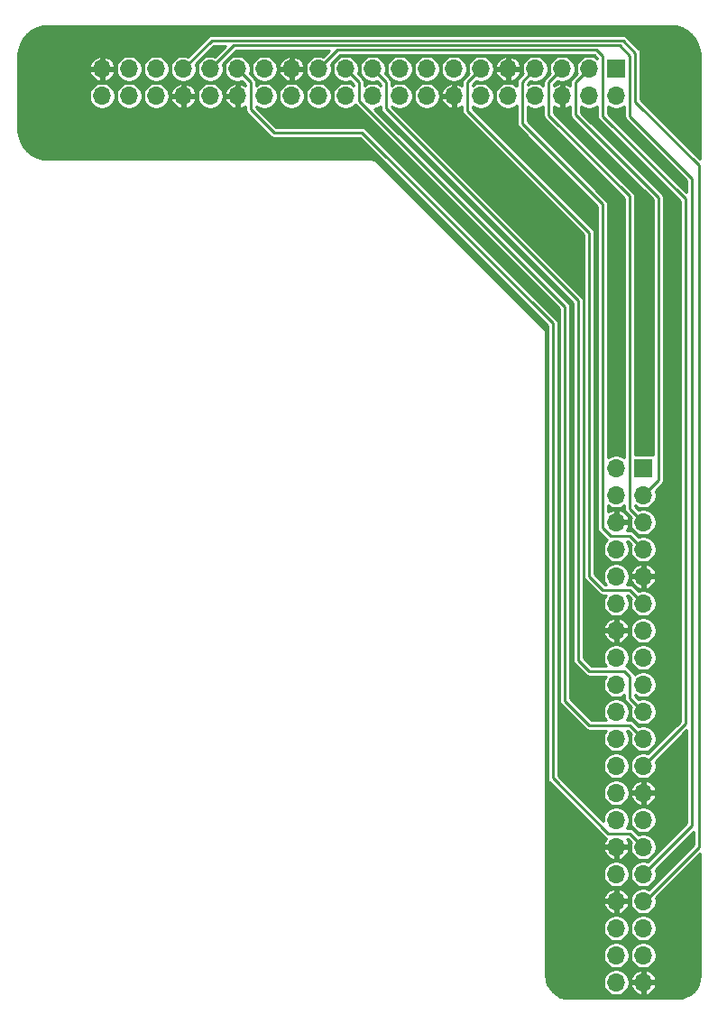
<source format=gbr>
%TF.GenerationSoftware,KiCad,Pcbnew,(5.1.9)-1*%
%TF.CreationDate,2021-03-21T08:54:38+00:00*%
%TF.ProjectId,RGBtoHDMI-Adapter Type C Rev 2,52474274-6f48-4444-9d49-2d4164617074,2*%
%TF.SameCoordinates,Original*%
%TF.FileFunction,Copper,L2,Bot*%
%TF.FilePolarity,Positive*%
%FSLAX46Y46*%
G04 Gerber Fmt 4.6, Leading zero omitted, Abs format (unit mm)*
G04 Created by KiCad (PCBNEW (5.1.9)-1) date 2021-03-21 08:54:38*
%MOMM*%
%LPD*%
G01*
G04 APERTURE LIST*
%TA.AperFunction,ComponentPad*%
%ADD10O,1.700000X1.700000*%
%TD*%
%TA.AperFunction,ComponentPad*%
%ADD11R,1.700000X1.700000*%
%TD*%
%TA.AperFunction,ComponentPad*%
%ADD12C,5.700000*%
%TD*%
%TA.AperFunction,ViaPad*%
%ADD13C,0.800000*%
%TD*%
%TA.AperFunction,ViaPad*%
%ADD14C,1.000000*%
%TD*%
%TA.AperFunction,Conductor*%
%ADD15C,0.250000*%
%TD*%
%TA.AperFunction,Conductor*%
%ADD16C,0.254000*%
%TD*%
%TA.AperFunction,Conductor*%
%ADD17C,0.100000*%
%TD*%
G04 APERTURE END LIST*
D10*
%TO.P,J2,40*%
%TO.N,Net-(J2-Pad40)*%
X84455000Y-73025000D03*
%TO.P,J2,39*%
%TO.N,GND*%
X84455000Y-70485000D03*
%TO.P,J2,38*%
%TO.N,Net-(J2-Pad38)*%
X86995000Y-73025000D03*
%TO.P,J2,37*%
%TO.N,Net-(J2-Pad37)*%
X86995000Y-70485000D03*
%TO.P,J2,36*%
%TO.N,GPIO16*%
X89535000Y-73025000D03*
%TO.P,J2,35*%
%TO.N,Net-(J2-Pad35)*%
X89535000Y-70485000D03*
%TO.P,J2,34*%
%TO.N,GND*%
X92075000Y-73025000D03*
%TO.P,J2,33*%
%TO.N,PiR3*%
X92075000Y-70485000D03*
%TO.P,J2,32*%
%TO.N,PiR2*%
X94615000Y-73025000D03*
%TO.P,J2,31*%
%TO.N,PiG0*%
X94615000Y-70485000D03*
%TO.P,J2,30*%
%TO.N,GND*%
X97155000Y-73025000D03*
%TO.P,J2,29*%
%TO.N,PiB3*%
X97155000Y-70485000D03*
%TO.P,J2,28*%
%TO.N,Net-(J2-Pad28)*%
X99695000Y-73025000D03*
%TO.P,J2,27*%
%TO.N,Net-(J2-Pad27)*%
X99695000Y-70485000D03*
%TO.P,J2,26*%
%TO.N,PiG1*%
X102235000Y-73025000D03*
%TO.P,J2,25*%
%TO.N,GND*%
X102235000Y-70485000D03*
%TO.P,J2,24*%
%TO.N,PiG2*%
X104775000Y-73025000D03*
%TO.P,J2,23*%
%TO.N,PiR1*%
X104775000Y-70485000D03*
%TO.P,J2,22*%
%TO.N,Net-(J2-Pad22)*%
X107315000Y-73025000D03*
%TO.P,J2,21*%
%TO.N,PiG3*%
X107315000Y-70485000D03*
%TO.P,J2,20*%
%TO.N,Net-(J2-Pad20)*%
X109855000Y-73025000D03*
%TO.P,J2,19*%
%TO.N,PiR0*%
X109855000Y-70485000D03*
%TO.P,J2,18*%
%TO.N,Net-(J2-Pad18)*%
X112395000Y-73025000D03*
%TO.P,J2,17*%
%TO.N,+3V3*%
X112395000Y-70485000D03*
%TO.P,J2,16*%
%TO.N,PiSYNC*%
X114935000Y-73025000D03*
%TO.P,J2,15*%
%TO.N,Net-(J2-Pad15)*%
X114935000Y-70485000D03*
%TO.P,J2,14*%
%TO.N,GND*%
X117475000Y-73025000D03*
%TO.P,J2,13*%
%TO.N,Net-(J2-Pad13)*%
X117475000Y-70485000D03*
%TO.P,J2,12*%
%TO.N,GPIO18*%
X120015000Y-73025000D03*
%TO.P,J2,11*%
%TO.N,PiCLK*%
X120015000Y-70485000D03*
%TO.P,J2,10*%
%TO.N,Net-(J2-Pad10)*%
X122555000Y-73025000D03*
%TO.P,J2,9*%
%TO.N,GND*%
X122555000Y-70485000D03*
%TO.P,J2,8*%
%TO.N,Net-(J2-Pad8)*%
X125095000Y-73025000D03*
%TO.P,J2,7*%
%TO.N,PiB2*%
X125095000Y-70485000D03*
%TO.P,J2,6*%
%TO.N,GND*%
X127635000Y-73025000D03*
%TO.P,J2,5*%
%TO.N,PiB1*%
X127635000Y-70485000D03*
%TO.P,J2,4*%
%TO.N,+5V*%
X130175000Y-73025000D03*
%TO.P,J2,3*%
%TO.N,PiB0*%
X130175000Y-70485000D03*
%TO.P,J2,2*%
%TO.N,+5V*%
X132715000Y-73025000D03*
D11*
%TO.P,J2,1*%
%TO.N,+3V3*%
X132715000Y-70485000D03*
%TD*%
D12*
%TO.P,H2,1*%
%TO.N,GND*%
X137795000Y-71755000D03*
%TD*%
%TO.P,H1,1*%
%TO.N,GND*%
X79375000Y-71755000D03*
%TD*%
D10*
%TO.P,J1,40*%
%TO.N,Net-(J1-Pad40)*%
X132715000Y-156210000D03*
%TO.P,J1,39*%
%TO.N,GND*%
X135255000Y-156210000D03*
%TO.P,J1,38*%
%TO.N,Net-(J1-Pad38)*%
X132715000Y-153670000D03*
%TO.P,J1,37*%
%TO.N,Net-(J1-Pad37)*%
X135255000Y-153670000D03*
%TO.P,J1,36*%
%TO.N,GPIO16*%
X132715000Y-151130000D03*
%TO.P,J1,35*%
%TO.N,Net-(J1-Pad35)*%
X135255000Y-151130000D03*
%TO.P,J1,34*%
%TO.N,GND*%
X132715000Y-148590000D03*
%TO.P,J1,33*%
%TO.N,PiR3*%
X135255000Y-148590000D03*
%TO.P,J1,32*%
%TO.N,PiR2*%
X132715000Y-146050000D03*
%TO.P,J1,31*%
%TO.N,PiG0*%
X135255000Y-146050000D03*
%TO.P,J1,30*%
%TO.N,GND*%
X132715000Y-143510000D03*
%TO.P,J1,29*%
%TO.N,PiB3*%
X135255000Y-143510000D03*
%TO.P,J1,28*%
%TO.N,Net-(J1-Pad28)*%
X132715000Y-140970000D03*
%TO.P,J1,27*%
%TO.N,Net-(J1-Pad27)*%
X135255000Y-140970000D03*
%TO.P,J1,26*%
%TO.N,PiG1*%
X132715000Y-138430000D03*
%TO.P,J1,25*%
%TO.N,GND*%
X135255000Y-138430000D03*
%TO.P,J1,24*%
%TO.N,PiG2*%
X132715000Y-135890000D03*
%TO.P,J1,23*%
%TO.N,PiR1*%
X135255000Y-135890000D03*
%TO.P,J1,22*%
%TO.N,Net-(J1-Pad22)*%
X132715000Y-133350000D03*
%TO.P,J1,21*%
%TO.N,PiG3*%
X135255000Y-133350000D03*
%TO.P,J1,20*%
%TO.N,Net-(J1-Pad20)*%
X132715000Y-130810000D03*
%TO.P,J1,19*%
%TO.N,PiR0*%
X135255000Y-130810000D03*
%TO.P,J1,18*%
%TO.N,Net-(J1-Pad18)*%
X132715000Y-128270000D03*
%TO.P,J1,17*%
%TO.N,+3V3*%
X135255000Y-128270000D03*
%TO.P,J1,16*%
%TO.N,PiSYNC*%
X132715000Y-125730000D03*
%TO.P,J1,15*%
%TO.N,Net-(J1-Pad15)*%
X135255000Y-125730000D03*
%TO.P,J1,14*%
%TO.N,GND*%
X132715000Y-123190000D03*
%TO.P,J1,13*%
%TO.N,Net-(J1-Pad13)*%
X135255000Y-123190000D03*
%TO.P,J1,12*%
%TO.N,GPIO18*%
X132715000Y-120650000D03*
%TO.P,J1,11*%
%TO.N,PiCLK*%
X135255000Y-120650000D03*
%TO.P,J1,10*%
%TO.N,Net-(J1-Pad10)*%
X132715000Y-118110000D03*
%TO.P,J1,9*%
%TO.N,GND*%
X135255000Y-118110000D03*
%TO.P,J1,8*%
%TO.N,Net-(J1-Pad8)*%
X132715000Y-115570000D03*
%TO.P,J1,7*%
%TO.N,PiB2*%
X135255000Y-115570000D03*
%TO.P,J1,6*%
%TO.N,GND*%
X132715000Y-113030000D03*
%TO.P,J1,5*%
%TO.N,PiB1*%
X135255000Y-113030000D03*
%TO.P,J1,4*%
%TO.N,+5V*%
X132715000Y-110490000D03*
%TO.P,J1,3*%
%TO.N,PiB0*%
X135255000Y-110490000D03*
%TO.P,J1,2*%
%TO.N,+5V*%
X132715000Y-107950000D03*
D11*
%TO.P,J1,1*%
%TO.N,+3V3*%
X135255000Y-107950000D03*
%TD*%
D13*
%TO.N,GND*%
X130175000Y-134620000D03*
X130175000Y-124714000D03*
D14*
X135128000Y-102870000D03*
X127000000Y-86995000D03*
X117475000Y-77470000D03*
X135001000Y-83312000D03*
X137795000Y-140716000D03*
D13*
X123190000Y-89535000D03*
X113665000Y-80010000D03*
X127762000Y-77724000D03*
X134366000Y-76708000D03*
X138176000Y-80264000D03*
X129032000Y-76200000D03*
X122555000Y-75946000D03*
X127762000Y-81407000D03*
X130175000Y-130556000D03*
X134366000Y-79121000D03*
%TD*%
D15*
%TO.N,PiR3*%
X94742000Y-67818000D02*
X92075000Y-70485000D01*
X133350000Y-67818000D02*
X94742000Y-67818000D01*
X134518400Y-68986400D02*
X133350000Y-67818000D01*
X134518400Y-73558400D02*
X134518400Y-68986400D01*
X140462000Y-79502000D02*
X134518400Y-73558400D01*
X140462000Y-143510000D02*
X140462000Y-79502000D01*
X135382000Y-148590000D02*
X140462000Y-143510000D01*
X135255000Y-148590000D02*
X135382000Y-148590000D01*
%TO.N,PiG0*%
X96831989Y-68268011D02*
X94615000Y-70485000D01*
X133038011Y-68268011D02*
X96831989Y-68268011D01*
X134010400Y-74955400D02*
X134010400Y-69240400D01*
X134010400Y-69240400D02*
X133038011Y-68268011D01*
X139827000Y-80772000D02*
X134010400Y-74955400D01*
X139827000Y-141478000D02*
X139827000Y-80772000D01*
X135255000Y-146050000D02*
X139827000Y-141478000D01*
%TO.N,PiB3*%
X98425000Y-74295000D02*
X98425000Y-71755000D01*
X98425000Y-71755000D02*
X97155000Y-70485000D01*
X108839000Y-76454000D02*
X100584000Y-76454000D01*
X100584000Y-76454000D02*
X98425000Y-74295000D01*
X126746000Y-137033000D02*
X126746000Y-94361000D01*
X126746000Y-94361000D02*
X108839000Y-76454000D01*
X131953000Y-142240000D02*
X126746000Y-137033000D01*
X133985000Y-142240000D02*
X131953000Y-142240000D01*
X135255000Y-143510000D02*
X133985000Y-142240000D01*
%TO.N,PiR1*%
X106541978Y-68718022D02*
X104775000Y-70485000D01*
X130871822Y-68718022D02*
X106541978Y-68718022D01*
X131445000Y-69291200D02*
X130871822Y-68718022D01*
X131445000Y-74930000D02*
X131445000Y-69291200D01*
X139192000Y-82677000D02*
X131445000Y-74930000D01*
X139192000Y-131953000D02*
X139192000Y-82677000D01*
X135255000Y-135890000D02*
X139192000Y-131953000D01*
%TO.N,PiG3*%
X108585000Y-71755000D02*
X107315000Y-70485000D01*
X108585000Y-73494002D02*
X108585000Y-71755000D01*
X127889000Y-92798002D02*
X108585000Y-73494002D01*
X127889000Y-129794000D02*
X127889000Y-92798002D01*
X130175000Y-132080000D02*
X127889000Y-129794000D01*
X133985000Y-132080000D02*
X130175000Y-132080000D01*
X135255000Y-133350000D02*
X133985000Y-132080000D01*
%TO.N,PiR0*%
X111125000Y-71755000D02*
X109855000Y-70485000D01*
X111125000Y-74218800D02*
X111125000Y-71755000D01*
X129159000Y-92252800D02*
X111125000Y-74218800D01*
X130175000Y-127000000D02*
X129159000Y-125984000D01*
X133477000Y-127000000D02*
X130175000Y-127000000D01*
X133985000Y-127508000D02*
X133477000Y-127000000D01*
X129159000Y-125984000D02*
X129159000Y-92252800D01*
X133985000Y-129540000D02*
X133985000Y-127508000D01*
X135255000Y-130810000D02*
X133985000Y-129540000D01*
%TO.N,PiCLK*%
X133985000Y-119380000D02*
X135255000Y-120650000D01*
X133731000Y-119380000D02*
X133985000Y-119380000D01*
X133858000Y-119380000D02*
X133731000Y-119380000D01*
X119165001Y-71334999D02*
X120015000Y-70485000D01*
X118745000Y-74422000D02*
X118745000Y-71755000D01*
X130175000Y-85852000D02*
X118745000Y-74422000D01*
X130175000Y-118110000D02*
X130175000Y-85852000D01*
X118745000Y-71755000D02*
X119165001Y-71334999D01*
X131445000Y-119380000D02*
X130175000Y-118110000D01*
X133731000Y-119380000D02*
X131445000Y-119380000D01*
%TO.N,PiB2*%
X123875800Y-75615800D02*
X123875800Y-71704200D01*
X131445000Y-83185000D02*
X123875800Y-75615800D01*
X131445000Y-113588800D02*
X131445000Y-83185000D01*
X123875800Y-71704200D02*
X125095000Y-70485000D01*
X132156200Y-114300000D02*
X131445000Y-113588800D01*
X133985000Y-114300000D02*
X132156200Y-114300000D01*
X135255000Y-115570000D02*
X133985000Y-114300000D01*
%TO.N,PiB1*%
X126390400Y-71729600D02*
X127635000Y-70485000D01*
X126390400Y-74828400D02*
X126390400Y-71729600D01*
X133985000Y-82423000D02*
X126390400Y-74828400D01*
X133985000Y-111760000D02*
X133985000Y-82423000D01*
X135255000Y-113030000D02*
X133985000Y-111760000D01*
%TO.N,PiB0*%
X128905000Y-71755000D02*
X130175000Y-70485000D01*
X128905000Y-74803000D02*
X128905000Y-71755000D01*
X136652000Y-82550000D02*
X128905000Y-74803000D01*
X136652000Y-109093000D02*
X136652000Y-82550000D01*
X135255000Y-110490000D02*
X136652000Y-109093000D01*
%TD*%
D16*
%TO.N,GND*%
X138332454Y-66500644D02*
X138849440Y-66656732D01*
X139326262Y-66910262D01*
X139744760Y-67251581D01*
X140088992Y-67667686D01*
X140345845Y-68142724D01*
X140505536Y-68658605D01*
X140563996Y-69214813D01*
X140564001Y-69216122D01*
X140564001Y-78888409D01*
X135024400Y-73348809D01*
X135024400Y-69011245D01*
X135026847Y-68986399D01*
X135024400Y-68961553D01*
X135024400Y-68961546D01*
X135017078Y-68887207D01*
X135007448Y-68855458D01*
X134988145Y-68791825D01*
X134976310Y-68769683D01*
X134941159Y-68703921D01*
X134877927Y-68626873D01*
X134858620Y-68611028D01*
X133725376Y-67477785D01*
X133709527Y-67458473D01*
X133632479Y-67395241D01*
X133544575Y-67348255D01*
X133449193Y-67319322D01*
X133374854Y-67312000D01*
X133374846Y-67312000D01*
X133350000Y-67309553D01*
X133325154Y-67312000D01*
X94766854Y-67312000D01*
X94742000Y-67309552D01*
X94717146Y-67312000D01*
X94642807Y-67319322D01*
X94547425Y-67348255D01*
X94459521Y-67395241D01*
X94382473Y-67458473D01*
X94366628Y-67477780D01*
X92511167Y-69333242D01*
X92434069Y-69301307D01*
X92196243Y-69254000D01*
X91953757Y-69254000D01*
X91715931Y-69301307D01*
X91491903Y-69394102D01*
X91290283Y-69528820D01*
X91118820Y-69700283D01*
X90984102Y-69901903D01*
X90891307Y-70125931D01*
X90844000Y-70363757D01*
X90844000Y-70606243D01*
X90891307Y-70844069D01*
X90984102Y-71068097D01*
X91118820Y-71269717D01*
X91290283Y-71441180D01*
X91491903Y-71575898D01*
X91715931Y-71668693D01*
X91953757Y-71716000D01*
X92196243Y-71716000D01*
X92434069Y-71668693D01*
X92658097Y-71575898D01*
X92859717Y-71441180D01*
X93031180Y-71269717D01*
X93165898Y-71068097D01*
X93258693Y-70844069D01*
X93306000Y-70606243D01*
X93306000Y-70363757D01*
X93258693Y-70125931D01*
X93226758Y-70048833D01*
X94951592Y-68324000D01*
X96060408Y-68324000D01*
X95051167Y-69333242D01*
X94974069Y-69301307D01*
X94736243Y-69254000D01*
X94493757Y-69254000D01*
X94255931Y-69301307D01*
X94031903Y-69394102D01*
X93830283Y-69528820D01*
X93658820Y-69700283D01*
X93524102Y-69901903D01*
X93431307Y-70125931D01*
X93384000Y-70363757D01*
X93384000Y-70606243D01*
X93431307Y-70844069D01*
X93524102Y-71068097D01*
X93658820Y-71269717D01*
X93830283Y-71441180D01*
X94031903Y-71575898D01*
X94255931Y-71668693D01*
X94493757Y-71716000D01*
X94736243Y-71716000D01*
X94974069Y-71668693D01*
X95198097Y-71575898D01*
X95399717Y-71441180D01*
X95571180Y-71269717D01*
X95705898Y-71068097D01*
X95798693Y-70844069D01*
X95846000Y-70606243D01*
X95846000Y-70363757D01*
X95924000Y-70363757D01*
X95924000Y-70606243D01*
X95971307Y-70844069D01*
X96064102Y-71068097D01*
X96198820Y-71269717D01*
X96370283Y-71441180D01*
X96571903Y-71575898D01*
X96795931Y-71668693D01*
X97033757Y-71716000D01*
X97276243Y-71716000D01*
X97514069Y-71668693D01*
X97591167Y-71636758D01*
X97919001Y-71964593D01*
X97919001Y-72065433D01*
X97771961Y-71959761D01*
X97552288Y-71859866D01*
X97471980Y-71835511D01*
X97282000Y-71896373D01*
X97282000Y-72898000D01*
X97302000Y-72898000D01*
X97302000Y-73152000D01*
X97282000Y-73152000D01*
X97282000Y-74153627D01*
X97471980Y-74214489D01*
X97552288Y-74190134D01*
X97771961Y-74090239D01*
X97919000Y-73984568D01*
X97919000Y-74270154D01*
X97916553Y-74295000D01*
X97919000Y-74319846D01*
X97919000Y-74319853D01*
X97926322Y-74394192D01*
X97955255Y-74489574D01*
X98002241Y-74577479D01*
X98065473Y-74654527D01*
X98084785Y-74670376D01*
X100208628Y-76794220D01*
X100224473Y-76813527D01*
X100301521Y-76876759D01*
X100389425Y-76923745D01*
X100484807Y-76952678D01*
X100559146Y-76960000D01*
X100559153Y-76960000D01*
X100583999Y-76962447D01*
X100608845Y-76960000D01*
X108629409Y-76960000D01*
X126240001Y-94570593D01*
X126240000Y-137008154D01*
X126237553Y-137033000D01*
X126240000Y-137057846D01*
X126240000Y-137057853D01*
X126247322Y-137132192D01*
X126276255Y-137227574D01*
X126323241Y-137315479D01*
X126386473Y-137392527D01*
X126405785Y-137408376D01*
X131577628Y-142580220D01*
X131593473Y-142599527D01*
X131670521Y-142662759D01*
X131758425Y-142709745D01*
X131777360Y-142715489D01*
X131649761Y-142893039D01*
X131549866Y-143112712D01*
X131525511Y-143193020D01*
X131586373Y-143383000D01*
X132588000Y-143383000D01*
X132588000Y-143363000D01*
X132842000Y-143363000D01*
X132842000Y-143383000D01*
X133843627Y-143383000D01*
X133904489Y-143193020D01*
X133880134Y-143112712D01*
X133780239Y-142893039D01*
X133674568Y-142746000D01*
X133775409Y-142746000D01*
X134103242Y-143073833D01*
X134071307Y-143150931D01*
X134024000Y-143388757D01*
X134024000Y-143631243D01*
X134071307Y-143869069D01*
X134164102Y-144093097D01*
X134298820Y-144294717D01*
X134470283Y-144466180D01*
X134671903Y-144600898D01*
X134895931Y-144693693D01*
X135133757Y-144741000D01*
X135376243Y-144741000D01*
X135614069Y-144693693D01*
X135838097Y-144600898D01*
X136039717Y-144466180D01*
X136211180Y-144294717D01*
X136345898Y-144093097D01*
X136438693Y-143869069D01*
X136486000Y-143631243D01*
X136486000Y-143388757D01*
X136438693Y-143150931D01*
X136345898Y-142926903D01*
X136211180Y-142725283D01*
X136039717Y-142553820D01*
X135838097Y-142419102D01*
X135614069Y-142326307D01*
X135376243Y-142279000D01*
X135133757Y-142279000D01*
X134895931Y-142326307D01*
X134818833Y-142358242D01*
X134360376Y-141899785D01*
X134344527Y-141880473D01*
X134267479Y-141817241D01*
X134179575Y-141770255D01*
X134084193Y-141741322D01*
X134009854Y-141734000D01*
X134009846Y-141734000D01*
X133985000Y-141731553D01*
X133960154Y-141734000D01*
X133685023Y-141734000D01*
X133805898Y-141553097D01*
X133898693Y-141329069D01*
X133946000Y-141091243D01*
X133946000Y-140848757D01*
X134024000Y-140848757D01*
X134024000Y-141091243D01*
X134071307Y-141329069D01*
X134164102Y-141553097D01*
X134298820Y-141754717D01*
X134470283Y-141926180D01*
X134671903Y-142060898D01*
X134895931Y-142153693D01*
X135133757Y-142201000D01*
X135376243Y-142201000D01*
X135614069Y-142153693D01*
X135838097Y-142060898D01*
X136039717Y-141926180D01*
X136211180Y-141754717D01*
X136345898Y-141553097D01*
X136438693Y-141329069D01*
X136486000Y-141091243D01*
X136486000Y-140848757D01*
X136438693Y-140610931D01*
X136345898Y-140386903D01*
X136211180Y-140185283D01*
X136039717Y-140013820D01*
X135838097Y-139879102D01*
X135614069Y-139786307D01*
X135376243Y-139739000D01*
X135133757Y-139739000D01*
X134895931Y-139786307D01*
X134671903Y-139879102D01*
X134470283Y-140013820D01*
X134298820Y-140185283D01*
X134164102Y-140386903D01*
X134071307Y-140610931D01*
X134024000Y-140848757D01*
X133946000Y-140848757D01*
X133898693Y-140610931D01*
X133805898Y-140386903D01*
X133671180Y-140185283D01*
X133499717Y-140013820D01*
X133298097Y-139879102D01*
X133074069Y-139786307D01*
X132836243Y-139739000D01*
X132593757Y-139739000D01*
X132355931Y-139786307D01*
X132131903Y-139879102D01*
X131930283Y-140013820D01*
X131758820Y-140185283D01*
X131624102Y-140386903D01*
X131531307Y-140610931D01*
X131484000Y-140848757D01*
X131484000Y-141055408D01*
X128737349Y-138308757D01*
X131484000Y-138308757D01*
X131484000Y-138551243D01*
X131531307Y-138789069D01*
X131624102Y-139013097D01*
X131758820Y-139214717D01*
X131930283Y-139386180D01*
X132131903Y-139520898D01*
X132355931Y-139613693D01*
X132593757Y-139661000D01*
X132836243Y-139661000D01*
X133074069Y-139613693D01*
X133298097Y-139520898D01*
X133499717Y-139386180D01*
X133671180Y-139214717D01*
X133805898Y-139013097D01*
X133898693Y-138789069D01*
X133907065Y-138746980D01*
X134065511Y-138746980D01*
X134089866Y-138827288D01*
X134189761Y-139046961D01*
X134330592Y-139242924D01*
X134506948Y-139407647D01*
X134712051Y-139534799D01*
X134938019Y-139619495D01*
X135128000Y-139559187D01*
X135128000Y-138557000D01*
X135382000Y-138557000D01*
X135382000Y-139559187D01*
X135571981Y-139619495D01*
X135797949Y-139534799D01*
X136003052Y-139407647D01*
X136179408Y-139242924D01*
X136320239Y-139046961D01*
X136420134Y-138827288D01*
X136444489Y-138746980D01*
X136383627Y-138557000D01*
X135382000Y-138557000D01*
X135128000Y-138557000D01*
X134126373Y-138557000D01*
X134065511Y-138746980D01*
X133907065Y-138746980D01*
X133946000Y-138551243D01*
X133946000Y-138308757D01*
X133907066Y-138113020D01*
X134065511Y-138113020D01*
X134126373Y-138303000D01*
X135128000Y-138303000D01*
X135128000Y-137300813D01*
X135382000Y-137300813D01*
X135382000Y-138303000D01*
X136383627Y-138303000D01*
X136444489Y-138113020D01*
X136420134Y-138032712D01*
X136320239Y-137813039D01*
X136179408Y-137617076D01*
X136003052Y-137452353D01*
X135797949Y-137325201D01*
X135571981Y-137240505D01*
X135382000Y-137300813D01*
X135128000Y-137300813D01*
X134938019Y-137240505D01*
X134712051Y-137325201D01*
X134506948Y-137452353D01*
X134330592Y-137617076D01*
X134189761Y-137813039D01*
X134089866Y-138032712D01*
X134065511Y-138113020D01*
X133907066Y-138113020D01*
X133898693Y-138070931D01*
X133805898Y-137846903D01*
X133671180Y-137645283D01*
X133499717Y-137473820D01*
X133298097Y-137339102D01*
X133074069Y-137246307D01*
X132836243Y-137199000D01*
X132593757Y-137199000D01*
X132355931Y-137246307D01*
X132131903Y-137339102D01*
X131930283Y-137473820D01*
X131758820Y-137645283D01*
X131624102Y-137846903D01*
X131531307Y-138070931D01*
X131484000Y-138308757D01*
X128737349Y-138308757D01*
X127252000Y-136823409D01*
X127252000Y-135768757D01*
X131484000Y-135768757D01*
X131484000Y-136011243D01*
X131531307Y-136249069D01*
X131624102Y-136473097D01*
X131758820Y-136674717D01*
X131930283Y-136846180D01*
X132131903Y-136980898D01*
X132355931Y-137073693D01*
X132593757Y-137121000D01*
X132836243Y-137121000D01*
X133074069Y-137073693D01*
X133298097Y-136980898D01*
X133499717Y-136846180D01*
X133671180Y-136674717D01*
X133805898Y-136473097D01*
X133898693Y-136249069D01*
X133946000Y-136011243D01*
X133946000Y-135768757D01*
X133898693Y-135530931D01*
X133805898Y-135306903D01*
X133671180Y-135105283D01*
X133499717Y-134933820D01*
X133298097Y-134799102D01*
X133074069Y-134706307D01*
X132836243Y-134659000D01*
X132593757Y-134659000D01*
X132355931Y-134706307D01*
X132131903Y-134799102D01*
X131930283Y-134933820D01*
X131758820Y-135105283D01*
X131624102Y-135306903D01*
X131531307Y-135530931D01*
X131484000Y-135768757D01*
X127252000Y-135768757D01*
X127252000Y-94385845D01*
X127254447Y-94360999D01*
X127252000Y-94336153D01*
X127252000Y-94336146D01*
X127244678Y-94261807D01*
X127215745Y-94166425D01*
X127168759Y-94078521D01*
X127105527Y-94001473D01*
X127086220Y-93985628D01*
X109214376Y-76113785D01*
X109198527Y-76094473D01*
X109121479Y-76031241D01*
X109033575Y-75984255D01*
X108938193Y-75955322D01*
X108863854Y-75948000D01*
X108863846Y-75948000D01*
X108839000Y-75945553D01*
X108814154Y-75948000D01*
X100793592Y-75948000D01*
X98931000Y-74085409D01*
X98931000Y-73995023D01*
X99111903Y-74115898D01*
X99335931Y-74208693D01*
X99573757Y-74256000D01*
X99816243Y-74256000D01*
X100054069Y-74208693D01*
X100278097Y-74115898D01*
X100479717Y-73981180D01*
X100651180Y-73809717D01*
X100785898Y-73608097D01*
X100878693Y-73384069D01*
X100926000Y-73146243D01*
X100926000Y-72903757D01*
X101004000Y-72903757D01*
X101004000Y-73146243D01*
X101051307Y-73384069D01*
X101144102Y-73608097D01*
X101278820Y-73809717D01*
X101450283Y-73981180D01*
X101651903Y-74115898D01*
X101875931Y-74208693D01*
X102113757Y-74256000D01*
X102356243Y-74256000D01*
X102594069Y-74208693D01*
X102818097Y-74115898D01*
X103019717Y-73981180D01*
X103191180Y-73809717D01*
X103325898Y-73608097D01*
X103418693Y-73384069D01*
X103466000Y-73146243D01*
X103466000Y-72903757D01*
X103544000Y-72903757D01*
X103544000Y-73146243D01*
X103591307Y-73384069D01*
X103684102Y-73608097D01*
X103818820Y-73809717D01*
X103990283Y-73981180D01*
X104191903Y-74115898D01*
X104415931Y-74208693D01*
X104653757Y-74256000D01*
X104896243Y-74256000D01*
X105134069Y-74208693D01*
X105358097Y-74115898D01*
X105559717Y-73981180D01*
X105731180Y-73809717D01*
X105865898Y-73608097D01*
X105958693Y-73384069D01*
X106006000Y-73146243D01*
X106006000Y-72903757D01*
X105958693Y-72665931D01*
X105865898Y-72441903D01*
X105731180Y-72240283D01*
X105559717Y-72068820D01*
X105358097Y-71934102D01*
X105134069Y-71841307D01*
X104896243Y-71794000D01*
X104653757Y-71794000D01*
X104415931Y-71841307D01*
X104191903Y-71934102D01*
X103990283Y-72068820D01*
X103818820Y-72240283D01*
X103684102Y-72441903D01*
X103591307Y-72665931D01*
X103544000Y-72903757D01*
X103466000Y-72903757D01*
X103418693Y-72665931D01*
X103325898Y-72441903D01*
X103191180Y-72240283D01*
X103019717Y-72068820D01*
X102818097Y-71934102D01*
X102594069Y-71841307D01*
X102356243Y-71794000D01*
X102113757Y-71794000D01*
X101875931Y-71841307D01*
X101651903Y-71934102D01*
X101450283Y-72068820D01*
X101278820Y-72240283D01*
X101144102Y-72441903D01*
X101051307Y-72665931D01*
X101004000Y-72903757D01*
X100926000Y-72903757D01*
X100878693Y-72665931D01*
X100785898Y-72441903D01*
X100651180Y-72240283D01*
X100479717Y-72068820D01*
X100278097Y-71934102D01*
X100054069Y-71841307D01*
X99816243Y-71794000D01*
X99573757Y-71794000D01*
X99335931Y-71841307D01*
X99111903Y-71934102D01*
X98931000Y-72054977D01*
X98931000Y-71779845D01*
X98933447Y-71754999D01*
X98931000Y-71730153D01*
X98931000Y-71730146D01*
X98923678Y-71655807D01*
X98922925Y-71653322D01*
X98894745Y-71560425D01*
X98881168Y-71535025D01*
X98847759Y-71472521D01*
X98784527Y-71395473D01*
X98765220Y-71379628D01*
X98306758Y-70921167D01*
X98338693Y-70844069D01*
X98386000Y-70606243D01*
X98386000Y-70363757D01*
X98464000Y-70363757D01*
X98464000Y-70606243D01*
X98511307Y-70844069D01*
X98604102Y-71068097D01*
X98738820Y-71269717D01*
X98910283Y-71441180D01*
X99111903Y-71575898D01*
X99335931Y-71668693D01*
X99573757Y-71716000D01*
X99816243Y-71716000D01*
X100054069Y-71668693D01*
X100278097Y-71575898D01*
X100479717Y-71441180D01*
X100651180Y-71269717D01*
X100785898Y-71068097D01*
X100878693Y-70844069D01*
X100887064Y-70801981D01*
X101045505Y-70801981D01*
X101130201Y-71027949D01*
X101257353Y-71233052D01*
X101422076Y-71409408D01*
X101618039Y-71550239D01*
X101837712Y-71650134D01*
X101918020Y-71674489D01*
X102108000Y-71613627D01*
X102108000Y-70612000D01*
X102362000Y-70612000D01*
X102362000Y-71613627D01*
X102551980Y-71674489D01*
X102632288Y-71650134D01*
X102851961Y-71550239D01*
X103047924Y-71409408D01*
X103212647Y-71233052D01*
X103339799Y-71027949D01*
X103424495Y-70801981D01*
X103364187Y-70612000D01*
X102362000Y-70612000D01*
X102108000Y-70612000D01*
X101105813Y-70612000D01*
X101045505Y-70801981D01*
X100887064Y-70801981D01*
X100926000Y-70606243D01*
X100926000Y-70363757D01*
X100887065Y-70168019D01*
X101045505Y-70168019D01*
X101105813Y-70358000D01*
X102108000Y-70358000D01*
X102108000Y-69356373D01*
X102362000Y-69356373D01*
X102362000Y-70358000D01*
X103364187Y-70358000D01*
X103424495Y-70168019D01*
X103339799Y-69942051D01*
X103212647Y-69736948D01*
X103047924Y-69560592D01*
X102851961Y-69419761D01*
X102632288Y-69319866D01*
X102551980Y-69295511D01*
X102362000Y-69356373D01*
X102108000Y-69356373D01*
X101918020Y-69295511D01*
X101837712Y-69319866D01*
X101618039Y-69419761D01*
X101422076Y-69560592D01*
X101257353Y-69736948D01*
X101130201Y-69942051D01*
X101045505Y-70168019D01*
X100887065Y-70168019D01*
X100878693Y-70125931D01*
X100785898Y-69901903D01*
X100651180Y-69700283D01*
X100479717Y-69528820D01*
X100278097Y-69394102D01*
X100054069Y-69301307D01*
X99816243Y-69254000D01*
X99573757Y-69254000D01*
X99335931Y-69301307D01*
X99111903Y-69394102D01*
X98910283Y-69528820D01*
X98738820Y-69700283D01*
X98604102Y-69901903D01*
X98511307Y-70125931D01*
X98464000Y-70363757D01*
X98386000Y-70363757D01*
X98338693Y-70125931D01*
X98245898Y-69901903D01*
X98111180Y-69700283D01*
X97939717Y-69528820D01*
X97738097Y-69394102D01*
X97514069Y-69301307D01*
X97276243Y-69254000D01*
X97033757Y-69254000D01*
X96795931Y-69301307D01*
X96571903Y-69394102D01*
X96370283Y-69528820D01*
X96198820Y-69700283D01*
X96064102Y-69901903D01*
X95971307Y-70125931D01*
X95924000Y-70363757D01*
X95846000Y-70363757D01*
X95798693Y-70125931D01*
X95766758Y-70048833D01*
X97041581Y-68774011D01*
X105770397Y-68774011D01*
X105211167Y-69333242D01*
X105134069Y-69301307D01*
X104896243Y-69254000D01*
X104653757Y-69254000D01*
X104415931Y-69301307D01*
X104191903Y-69394102D01*
X103990283Y-69528820D01*
X103818820Y-69700283D01*
X103684102Y-69901903D01*
X103591307Y-70125931D01*
X103544000Y-70363757D01*
X103544000Y-70606243D01*
X103591307Y-70844069D01*
X103684102Y-71068097D01*
X103818820Y-71269717D01*
X103990283Y-71441180D01*
X104191903Y-71575898D01*
X104415931Y-71668693D01*
X104653757Y-71716000D01*
X104896243Y-71716000D01*
X105134069Y-71668693D01*
X105358097Y-71575898D01*
X105559717Y-71441180D01*
X105731180Y-71269717D01*
X105865898Y-71068097D01*
X105958693Y-70844069D01*
X106006000Y-70606243D01*
X106006000Y-70363757D01*
X106084000Y-70363757D01*
X106084000Y-70606243D01*
X106131307Y-70844069D01*
X106224102Y-71068097D01*
X106358820Y-71269717D01*
X106530283Y-71441180D01*
X106731903Y-71575898D01*
X106955931Y-71668693D01*
X107193757Y-71716000D01*
X107436243Y-71716000D01*
X107674069Y-71668693D01*
X107751167Y-71636758D01*
X108079001Y-71964593D01*
X108079001Y-72054978D01*
X107898097Y-71934102D01*
X107674069Y-71841307D01*
X107436243Y-71794000D01*
X107193757Y-71794000D01*
X106955931Y-71841307D01*
X106731903Y-71934102D01*
X106530283Y-72068820D01*
X106358820Y-72240283D01*
X106224102Y-72441903D01*
X106131307Y-72665931D01*
X106084000Y-72903757D01*
X106084000Y-73146243D01*
X106131307Y-73384069D01*
X106224102Y-73608097D01*
X106358820Y-73809717D01*
X106530283Y-73981180D01*
X106731903Y-74115898D01*
X106955931Y-74208693D01*
X107193757Y-74256000D01*
X107436243Y-74256000D01*
X107674069Y-74208693D01*
X107898097Y-74115898D01*
X108099717Y-73981180D01*
X108226514Y-73854383D01*
X108244785Y-73869378D01*
X127383001Y-93007595D01*
X127383000Y-129769154D01*
X127380553Y-129794000D01*
X127383000Y-129818846D01*
X127383000Y-129818853D01*
X127390322Y-129893192D01*
X127419255Y-129988574D01*
X127466241Y-130076479D01*
X127529473Y-130153527D01*
X127548785Y-130169376D01*
X129799628Y-132420220D01*
X129815473Y-132439527D01*
X129892521Y-132502759D01*
X129980425Y-132549745D01*
X130075806Y-132578678D01*
X130085694Y-132579652D01*
X130150146Y-132586000D01*
X130150153Y-132586000D01*
X130174999Y-132588447D01*
X130199845Y-132586000D01*
X131744977Y-132586000D01*
X131624102Y-132766903D01*
X131531307Y-132990931D01*
X131484000Y-133228757D01*
X131484000Y-133471243D01*
X131531307Y-133709069D01*
X131624102Y-133933097D01*
X131758820Y-134134717D01*
X131930283Y-134306180D01*
X132131903Y-134440898D01*
X132355931Y-134533693D01*
X132593757Y-134581000D01*
X132836243Y-134581000D01*
X133074069Y-134533693D01*
X133298097Y-134440898D01*
X133499717Y-134306180D01*
X133671180Y-134134717D01*
X133805898Y-133933097D01*
X133898693Y-133709069D01*
X133946000Y-133471243D01*
X133946000Y-133228757D01*
X133898693Y-132990931D01*
X133805898Y-132766903D01*
X133685023Y-132586000D01*
X133775409Y-132586000D01*
X134103242Y-132913833D01*
X134071307Y-132990931D01*
X134024000Y-133228757D01*
X134024000Y-133471243D01*
X134071307Y-133709069D01*
X134164102Y-133933097D01*
X134298820Y-134134717D01*
X134470283Y-134306180D01*
X134671903Y-134440898D01*
X134895931Y-134533693D01*
X135133757Y-134581000D01*
X135376243Y-134581000D01*
X135614069Y-134533693D01*
X135838097Y-134440898D01*
X136039717Y-134306180D01*
X136211180Y-134134717D01*
X136345898Y-133933097D01*
X136438693Y-133709069D01*
X136486000Y-133471243D01*
X136486000Y-133228757D01*
X136438693Y-132990931D01*
X136345898Y-132766903D01*
X136211180Y-132565283D01*
X136039717Y-132393820D01*
X135838097Y-132259102D01*
X135614069Y-132166307D01*
X135376243Y-132119000D01*
X135133757Y-132119000D01*
X134895931Y-132166307D01*
X134818833Y-132198242D01*
X134360376Y-131739785D01*
X134344527Y-131720473D01*
X134267479Y-131657241D01*
X134179575Y-131610255D01*
X134084193Y-131581322D01*
X134009854Y-131574000D01*
X134009846Y-131574000D01*
X133985000Y-131571553D01*
X133960154Y-131574000D01*
X133685023Y-131574000D01*
X133805898Y-131393097D01*
X133898693Y-131169069D01*
X133946000Y-130931243D01*
X133946000Y-130688757D01*
X133898693Y-130450931D01*
X133805898Y-130226903D01*
X133671180Y-130025283D01*
X133499717Y-129853820D01*
X133298097Y-129719102D01*
X133074069Y-129626307D01*
X132836243Y-129579000D01*
X132593757Y-129579000D01*
X132355931Y-129626307D01*
X132131903Y-129719102D01*
X131930283Y-129853820D01*
X131758820Y-130025283D01*
X131624102Y-130226903D01*
X131531307Y-130450931D01*
X131484000Y-130688757D01*
X131484000Y-130931243D01*
X131531307Y-131169069D01*
X131624102Y-131393097D01*
X131744977Y-131574000D01*
X130384592Y-131574000D01*
X128395000Y-129584409D01*
X128395000Y-92822856D01*
X128397448Y-92798002D01*
X128387678Y-92698809D01*
X128358745Y-92603427D01*
X128322318Y-92535278D01*
X128311759Y-92515523D01*
X128248527Y-92438475D01*
X128229220Y-92422630D01*
X110048263Y-74241674D01*
X110214069Y-74208693D01*
X110438097Y-74115898D01*
X110619000Y-73995023D01*
X110619000Y-74193954D01*
X110616553Y-74218800D01*
X110619000Y-74243646D01*
X110619000Y-74243653D01*
X110626322Y-74317992D01*
X110655255Y-74413374D01*
X110702241Y-74501279D01*
X110765473Y-74578327D01*
X110784785Y-74594176D01*
X128653001Y-92462393D01*
X128653000Y-125959154D01*
X128650553Y-125984000D01*
X128653000Y-126008846D01*
X128653000Y-126008853D01*
X128660322Y-126083192D01*
X128689255Y-126178574D01*
X128736241Y-126266479D01*
X128799473Y-126343527D01*
X128818785Y-126359376D01*
X129799628Y-127340220D01*
X129815473Y-127359527D01*
X129892521Y-127422759D01*
X129980425Y-127469745D01*
X130075807Y-127498678D01*
X130150146Y-127506000D01*
X130150154Y-127506000D01*
X130175000Y-127508447D01*
X130199846Y-127506000D01*
X131744977Y-127506000D01*
X131624102Y-127686903D01*
X131531307Y-127910931D01*
X131484000Y-128148757D01*
X131484000Y-128391243D01*
X131531307Y-128629069D01*
X131624102Y-128853097D01*
X131758820Y-129054717D01*
X131930283Y-129226180D01*
X132131903Y-129360898D01*
X132355931Y-129453693D01*
X132593757Y-129501000D01*
X132836243Y-129501000D01*
X133074069Y-129453693D01*
X133298097Y-129360898D01*
X133479000Y-129240023D01*
X133479000Y-129515154D01*
X133476553Y-129540000D01*
X133479000Y-129564846D01*
X133479000Y-129564853D01*
X133486322Y-129639192D01*
X133515255Y-129734574D01*
X133562241Y-129822479D01*
X133625473Y-129899527D01*
X133644785Y-129915376D01*
X134103242Y-130373833D01*
X134071307Y-130450931D01*
X134024000Y-130688757D01*
X134024000Y-130931243D01*
X134071307Y-131169069D01*
X134164102Y-131393097D01*
X134298820Y-131594717D01*
X134470283Y-131766180D01*
X134671903Y-131900898D01*
X134895931Y-131993693D01*
X135133757Y-132041000D01*
X135376243Y-132041000D01*
X135614069Y-131993693D01*
X135838097Y-131900898D01*
X136039717Y-131766180D01*
X136211180Y-131594717D01*
X136345898Y-131393097D01*
X136438693Y-131169069D01*
X136486000Y-130931243D01*
X136486000Y-130688757D01*
X136438693Y-130450931D01*
X136345898Y-130226903D01*
X136211180Y-130025283D01*
X136039717Y-129853820D01*
X135838097Y-129719102D01*
X135614069Y-129626307D01*
X135376243Y-129579000D01*
X135133757Y-129579000D01*
X134895931Y-129626307D01*
X134818833Y-129658242D01*
X134491000Y-129330409D01*
X134491000Y-129240023D01*
X134671903Y-129360898D01*
X134895931Y-129453693D01*
X135133757Y-129501000D01*
X135376243Y-129501000D01*
X135614069Y-129453693D01*
X135838097Y-129360898D01*
X136039717Y-129226180D01*
X136211180Y-129054717D01*
X136345898Y-128853097D01*
X136438693Y-128629069D01*
X136486000Y-128391243D01*
X136486000Y-128148757D01*
X136438693Y-127910931D01*
X136345898Y-127686903D01*
X136211180Y-127485283D01*
X136039717Y-127313820D01*
X135838097Y-127179102D01*
X135614069Y-127086307D01*
X135376243Y-127039000D01*
X135133757Y-127039000D01*
X134895931Y-127086307D01*
X134671903Y-127179102D01*
X134470283Y-127313820D01*
X134458453Y-127325650D01*
X134454745Y-127313425D01*
X134407759Y-127225521D01*
X134344527Y-127148473D01*
X134325220Y-127132628D01*
X133852376Y-126659785D01*
X133836527Y-126640473D01*
X133759479Y-126577241D01*
X133671575Y-126530255D01*
X133659350Y-126526547D01*
X133671180Y-126514717D01*
X133805898Y-126313097D01*
X133898693Y-126089069D01*
X133946000Y-125851243D01*
X133946000Y-125608757D01*
X134024000Y-125608757D01*
X134024000Y-125851243D01*
X134071307Y-126089069D01*
X134164102Y-126313097D01*
X134298820Y-126514717D01*
X134470283Y-126686180D01*
X134671903Y-126820898D01*
X134895931Y-126913693D01*
X135133757Y-126961000D01*
X135376243Y-126961000D01*
X135614069Y-126913693D01*
X135838097Y-126820898D01*
X136039717Y-126686180D01*
X136211180Y-126514717D01*
X136345898Y-126313097D01*
X136438693Y-126089069D01*
X136486000Y-125851243D01*
X136486000Y-125608757D01*
X136438693Y-125370931D01*
X136345898Y-125146903D01*
X136211180Y-124945283D01*
X136039717Y-124773820D01*
X135838097Y-124639102D01*
X135614069Y-124546307D01*
X135376243Y-124499000D01*
X135133757Y-124499000D01*
X134895931Y-124546307D01*
X134671903Y-124639102D01*
X134470283Y-124773820D01*
X134298820Y-124945283D01*
X134164102Y-125146903D01*
X134071307Y-125370931D01*
X134024000Y-125608757D01*
X133946000Y-125608757D01*
X133898693Y-125370931D01*
X133805898Y-125146903D01*
X133671180Y-124945283D01*
X133499717Y-124773820D01*
X133298097Y-124639102D01*
X133074069Y-124546307D01*
X132836243Y-124499000D01*
X132593757Y-124499000D01*
X132355931Y-124546307D01*
X132131903Y-124639102D01*
X131930283Y-124773820D01*
X131758820Y-124945283D01*
X131624102Y-125146903D01*
X131531307Y-125370931D01*
X131484000Y-125608757D01*
X131484000Y-125851243D01*
X131531307Y-126089069D01*
X131624102Y-126313097D01*
X131744977Y-126494000D01*
X130384592Y-126494000D01*
X129665000Y-125774409D01*
X129665000Y-123506980D01*
X131525511Y-123506980D01*
X131549866Y-123587288D01*
X131649761Y-123806961D01*
X131790592Y-124002924D01*
X131966948Y-124167647D01*
X132172051Y-124294799D01*
X132398019Y-124379495D01*
X132588000Y-124319187D01*
X132588000Y-123317000D01*
X132842000Y-123317000D01*
X132842000Y-124319187D01*
X133031981Y-124379495D01*
X133257949Y-124294799D01*
X133463052Y-124167647D01*
X133639408Y-124002924D01*
X133780239Y-123806961D01*
X133880134Y-123587288D01*
X133904489Y-123506980D01*
X133843627Y-123317000D01*
X132842000Y-123317000D01*
X132588000Y-123317000D01*
X131586373Y-123317000D01*
X131525511Y-123506980D01*
X129665000Y-123506980D01*
X129665000Y-123068757D01*
X134024000Y-123068757D01*
X134024000Y-123311243D01*
X134071307Y-123549069D01*
X134164102Y-123773097D01*
X134298820Y-123974717D01*
X134470283Y-124146180D01*
X134671903Y-124280898D01*
X134895931Y-124373693D01*
X135133757Y-124421000D01*
X135376243Y-124421000D01*
X135614069Y-124373693D01*
X135838097Y-124280898D01*
X136039717Y-124146180D01*
X136211180Y-123974717D01*
X136345898Y-123773097D01*
X136438693Y-123549069D01*
X136486000Y-123311243D01*
X136486000Y-123068757D01*
X136438693Y-122830931D01*
X136345898Y-122606903D01*
X136211180Y-122405283D01*
X136039717Y-122233820D01*
X135838097Y-122099102D01*
X135614069Y-122006307D01*
X135376243Y-121959000D01*
X135133757Y-121959000D01*
X134895931Y-122006307D01*
X134671903Y-122099102D01*
X134470283Y-122233820D01*
X134298820Y-122405283D01*
X134164102Y-122606903D01*
X134071307Y-122830931D01*
X134024000Y-123068757D01*
X129665000Y-123068757D01*
X129665000Y-122873020D01*
X131525511Y-122873020D01*
X131586373Y-123063000D01*
X132588000Y-123063000D01*
X132588000Y-122060813D01*
X132842000Y-122060813D01*
X132842000Y-123063000D01*
X133843627Y-123063000D01*
X133904489Y-122873020D01*
X133880134Y-122792712D01*
X133780239Y-122573039D01*
X133639408Y-122377076D01*
X133463052Y-122212353D01*
X133257949Y-122085201D01*
X133031981Y-122000505D01*
X132842000Y-122060813D01*
X132588000Y-122060813D01*
X132398019Y-122000505D01*
X132172051Y-122085201D01*
X131966948Y-122212353D01*
X131790592Y-122377076D01*
X131649761Y-122573039D01*
X131549866Y-122792712D01*
X131525511Y-122873020D01*
X129665000Y-122873020D01*
X129665000Y-92277645D01*
X129667447Y-92252799D01*
X129665000Y-92227953D01*
X129665000Y-92227946D01*
X129657678Y-92153607D01*
X129628745Y-92058225D01*
X129581759Y-91970321D01*
X129518527Y-91893273D01*
X129499220Y-91877428D01*
X111631000Y-74009209D01*
X111631000Y-73995023D01*
X111811903Y-74115898D01*
X112035931Y-74208693D01*
X112273757Y-74256000D01*
X112516243Y-74256000D01*
X112754069Y-74208693D01*
X112978097Y-74115898D01*
X113179717Y-73981180D01*
X113351180Y-73809717D01*
X113485898Y-73608097D01*
X113578693Y-73384069D01*
X113626000Y-73146243D01*
X113626000Y-72903757D01*
X113704000Y-72903757D01*
X113704000Y-73146243D01*
X113751307Y-73384069D01*
X113844102Y-73608097D01*
X113978820Y-73809717D01*
X114150283Y-73981180D01*
X114351903Y-74115898D01*
X114575931Y-74208693D01*
X114813757Y-74256000D01*
X115056243Y-74256000D01*
X115294069Y-74208693D01*
X115518097Y-74115898D01*
X115719717Y-73981180D01*
X115891180Y-73809717D01*
X116025898Y-73608097D01*
X116118693Y-73384069D01*
X116127064Y-73341981D01*
X116285505Y-73341981D01*
X116370201Y-73567949D01*
X116497353Y-73773052D01*
X116662076Y-73949408D01*
X116858039Y-74090239D01*
X117077712Y-74190134D01*
X117158020Y-74214489D01*
X117348000Y-74153627D01*
X117348000Y-73152000D01*
X116345813Y-73152000D01*
X116285505Y-73341981D01*
X116127064Y-73341981D01*
X116166000Y-73146243D01*
X116166000Y-72903757D01*
X116127065Y-72708019D01*
X116285505Y-72708019D01*
X116345813Y-72898000D01*
X117348000Y-72898000D01*
X117348000Y-71896373D01*
X117602000Y-71896373D01*
X117602000Y-72898000D01*
X117622000Y-72898000D01*
X117622000Y-73152000D01*
X117602000Y-73152000D01*
X117602000Y-74153627D01*
X117791980Y-74214489D01*
X117872288Y-74190134D01*
X118091961Y-74090239D01*
X118239000Y-73984568D01*
X118239000Y-74397154D01*
X118236553Y-74422000D01*
X118239000Y-74446846D01*
X118239000Y-74446853D01*
X118246322Y-74521192D01*
X118275255Y-74616574D01*
X118322241Y-74704479D01*
X118385473Y-74781527D01*
X118404785Y-74797376D01*
X129669001Y-86061593D01*
X129669000Y-118085154D01*
X129666553Y-118110000D01*
X129669000Y-118134846D01*
X129669000Y-118134853D01*
X129676322Y-118209192D01*
X129705255Y-118304574D01*
X129752241Y-118392479D01*
X129815473Y-118469527D01*
X129834785Y-118485376D01*
X131069628Y-119720220D01*
X131085473Y-119739527D01*
X131162521Y-119802759D01*
X131250425Y-119849745D01*
X131345806Y-119878678D01*
X131355694Y-119879652D01*
X131420146Y-119886000D01*
X131420153Y-119886000D01*
X131444999Y-119888447D01*
X131469845Y-119886000D01*
X131744977Y-119886000D01*
X131624102Y-120066903D01*
X131531307Y-120290931D01*
X131484000Y-120528757D01*
X131484000Y-120771243D01*
X131531307Y-121009069D01*
X131624102Y-121233097D01*
X131758820Y-121434717D01*
X131930283Y-121606180D01*
X132131903Y-121740898D01*
X132355931Y-121833693D01*
X132593757Y-121881000D01*
X132836243Y-121881000D01*
X133074069Y-121833693D01*
X133298097Y-121740898D01*
X133499717Y-121606180D01*
X133671180Y-121434717D01*
X133805898Y-121233097D01*
X133898693Y-121009069D01*
X133946000Y-120771243D01*
X133946000Y-120528757D01*
X133898693Y-120290931D01*
X133805898Y-120066903D01*
X133685023Y-119886000D01*
X133775409Y-119886000D01*
X134103242Y-120213833D01*
X134071307Y-120290931D01*
X134024000Y-120528757D01*
X134024000Y-120771243D01*
X134071307Y-121009069D01*
X134164102Y-121233097D01*
X134298820Y-121434717D01*
X134470283Y-121606180D01*
X134671903Y-121740898D01*
X134895931Y-121833693D01*
X135133757Y-121881000D01*
X135376243Y-121881000D01*
X135614069Y-121833693D01*
X135838097Y-121740898D01*
X136039717Y-121606180D01*
X136211180Y-121434717D01*
X136345898Y-121233097D01*
X136438693Y-121009069D01*
X136486000Y-120771243D01*
X136486000Y-120528757D01*
X136438693Y-120290931D01*
X136345898Y-120066903D01*
X136211180Y-119865283D01*
X136039717Y-119693820D01*
X135838097Y-119559102D01*
X135614069Y-119466307D01*
X135376243Y-119419000D01*
X135133757Y-119419000D01*
X134895931Y-119466307D01*
X134818833Y-119498242D01*
X134360376Y-119039785D01*
X134344527Y-119020473D01*
X134267479Y-118957241D01*
X134179575Y-118910255D01*
X134084193Y-118881322D01*
X134009854Y-118874000D01*
X134009846Y-118874000D01*
X133985000Y-118871553D01*
X133960154Y-118874000D01*
X133685023Y-118874000D01*
X133805898Y-118693097D01*
X133898693Y-118469069D01*
X133907065Y-118426980D01*
X134065511Y-118426980D01*
X134089866Y-118507288D01*
X134189761Y-118726961D01*
X134330592Y-118922924D01*
X134506948Y-119087647D01*
X134712051Y-119214799D01*
X134938019Y-119299495D01*
X135128000Y-119239187D01*
X135128000Y-118237000D01*
X135382000Y-118237000D01*
X135382000Y-119239187D01*
X135571981Y-119299495D01*
X135797949Y-119214799D01*
X136003052Y-119087647D01*
X136179408Y-118922924D01*
X136320239Y-118726961D01*
X136420134Y-118507288D01*
X136444489Y-118426980D01*
X136383627Y-118237000D01*
X135382000Y-118237000D01*
X135128000Y-118237000D01*
X134126373Y-118237000D01*
X134065511Y-118426980D01*
X133907065Y-118426980D01*
X133946000Y-118231243D01*
X133946000Y-117988757D01*
X133907066Y-117793020D01*
X134065511Y-117793020D01*
X134126373Y-117983000D01*
X135128000Y-117983000D01*
X135128000Y-116980813D01*
X135382000Y-116980813D01*
X135382000Y-117983000D01*
X136383627Y-117983000D01*
X136444489Y-117793020D01*
X136420134Y-117712712D01*
X136320239Y-117493039D01*
X136179408Y-117297076D01*
X136003052Y-117132353D01*
X135797949Y-117005201D01*
X135571981Y-116920505D01*
X135382000Y-116980813D01*
X135128000Y-116980813D01*
X134938019Y-116920505D01*
X134712051Y-117005201D01*
X134506948Y-117132353D01*
X134330592Y-117297076D01*
X134189761Y-117493039D01*
X134089866Y-117712712D01*
X134065511Y-117793020D01*
X133907066Y-117793020D01*
X133898693Y-117750931D01*
X133805898Y-117526903D01*
X133671180Y-117325283D01*
X133499717Y-117153820D01*
X133298097Y-117019102D01*
X133074069Y-116926307D01*
X132836243Y-116879000D01*
X132593757Y-116879000D01*
X132355931Y-116926307D01*
X132131903Y-117019102D01*
X131930283Y-117153820D01*
X131758820Y-117325283D01*
X131624102Y-117526903D01*
X131531307Y-117750931D01*
X131484000Y-117988757D01*
X131484000Y-118231243D01*
X131531307Y-118469069D01*
X131624102Y-118693097D01*
X131744977Y-118874000D01*
X131654592Y-118874000D01*
X130681000Y-117900409D01*
X130681000Y-85876845D01*
X130683447Y-85851999D01*
X130681000Y-85827153D01*
X130681000Y-85827146D01*
X130673678Y-85752807D01*
X130644745Y-85657425D01*
X130597759Y-85569521D01*
X130534527Y-85492473D01*
X130515220Y-85476628D01*
X119251000Y-74212409D01*
X119251000Y-73995023D01*
X119431903Y-74115898D01*
X119655931Y-74208693D01*
X119893757Y-74256000D01*
X120136243Y-74256000D01*
X120374069Y-74208693D01*
X120598097Y-74115898D01*
X120799717Y-73981180D01*
X120971180Y-73809717D01*
X121105898Y-73608097D01*
X121198693Y-73384069D01*
X121246000Y-73146243D01*
X121246000Y-72903757D01*
X121198693Y-72665931D01*
X121105898Y-72441903D01*
X120971180Y-72240283D01*
X120799717Y-72068820D01*
X120598097Y-71934102D01*
X120374069Y-71841307D01*
X120136243Y-71794000D01*
X119893757Y-71794000D01*
X119655931Y-71841307D01*
X119431903Y-71934102D01*
X119251000Y-72054977D01*
X119251000Y-71964591D01*
X119540371Y-71675221D01*
X119540375Y-71675216D01*
X119578833Y-71636758D01*
X119655931Y-71668693D01*
X119893757Y-71716000D01*
X120136243Y-71716000D01*
X120374069Y-71668693D01*
X120598097Y-71575898D01*
X120799717Y-71441180D01*
X120971180Y-71269717D01*
X121105898Y-71068097D01*
X121198693Y-70844069D01*
X121207064Y-70801981D01*
X121365505Y-70801981D01*
X121450201Y-71027949D01*
X121577353Y-71233052D01*
X121742076Y-71409408D01*
X121938039Y-71550239D01*
X122157712Y-71650134D01*
X122238020Y-71674489D01*
X122428000Y-71613627D01*
X122428000Y-70612000D01*
X122682000Y-70612000D01*
X122682000Y-71613627D01*
X122871980Y-71674489D01*
X122952288Y-71650134D01*
X123171961Y-71550239D01*
X123367924Y-71409408D01*
X123532647Y-71233052D01*
X123659799Y-71027949D01*
X123744495Y-70801981D01*
X123684187Y-70612000D01*
X122682000Y-70612000D01*
X122428000Y-70612000D01*
X121425813Y-70612000D01*
X121365505Y-70801981D01*
X121207064Y-70801981D01*
X121246000Y-70606243D01*
X121246000Y-70363757D01*
X121207065Y-70168019D01*
X121365505Y-70168019D01*
X121425813Y-70358000D01*
X122428000Y-70358000D01*
X122428000Y-69356373D01*
X122682000Y-69356373D01*
X122682000Y-70358000D01*
X123684187Y-70358000D01*
X123744495Y-70168019D01*
X123659799Y-69942051D01*
X123532647Y-69736948D01*
X123367924Y-69560592D01*
X123171961Y-69419761D01*
X122952288Y-69319866D01*
X122871980Y-69295511D01*
X122682000Y-69356373D01*
X122428000Y-69356373D01*
X122238020Y-69295511D01*
X122157712Y-69319866D01*
X121938039Y-69419761D01*
X121742076Y-69560592D01*
X121577353Y-69736948D01*
X121450201Y-69942051D01*
X121365505Y-70168019D01*
X121207065Y-70168019D01*
X121198693Y-70125931D01*
X121105898Y-69901903D01*
X120971180Y-69700283D01*
X120799717Y-69528820D01*
X120598097Y-69394102D01*
X120374069Y-69301307D01*
X120136243Y-69254000D01*
X119893757Y-69254000D01*
X119655931Y-69301307D01*
X119431903Y-69394102D01*
X119230283Y-69528820D01*
X119058820Y-69700283D01*
X118924102Y-69901903D01*
X118831307Y-70125931D01*
X118784000Y-70363757D01*
X118784000Y-70606243D01*
X118831307Y-70844069D01*
X118863242Y-70921167D01*
X118824784Y-70959625D01*
X118824779Y-70959629D01*
X118404780Y-71379629D01*
X118385474Y-71395473D01*
X118322242Y-71472521D01*
X118302409Y-71509625D01*
X118275255Y-71560426D01*
X118246322Y-71655808D01*
X118236553Y-71755000D01*
X118239001Y-71779856D01*
X118239001Y-72065433D01*
X118091961Y-71959761D01*
X117872288Y-71859866D01*
X117791980Y-71835511D01*
X117602000Y-71896373D01*
X117348000Y-71896373D01*
X117158020Y-71835511D01*
X117077712Y-71859866D01*
X116858039Y-71959761D01*
X116662076Y-72100592D01*
X116497353Y-72276948D01*
X116370201Y-72482051D01*
X116285505Y-72708019D01*
X116127065Y-72708019D01*
X116118693Y-72665931D01*
X116025898Y-72441903D01*
X115891180Y-72240283D01*
X115719717Y-72068820D01*
X115518097Y-71934102D01*
X115294069Y-71841307D01*
X115056243Y-71794000D01*
X114813757Y-71794000D01*
X114575931Y-71841307D01*
X114351903Y-71934102D01*
X114150283Y-72068820D01*
X113978820Y-72240283D01*
X113844102Y-72441903D01*
X113751307Y-72665931D01*
X113704000Y-72903757D01*
X113626000Y-72903757D01*
X113578693Y-72665931D01*
X113485898Y-72441903D01*
X113351180Y-72240283D01*
X113179717Y-72068820D01*
X112978097Y-71934102D01*
X112754069Y-71841307D01*
X112516243Y-71794000D01*
X112273757Y-71794000D01*
X112035931Y-71841307D01*
X111811903Y-71934102D01*
X111631000Y-72054977D01*
X111631000Y-71779845D01*
X111633447Y-71754999D01*
X111631000Y-71730153D01*
X111631000Y-71730146D01*
X111623678Y-71655807D01*
X111622925Y-71653322D01*
X111594745Y-71560425D01*
X111581168Y-71535025D01*
X111547759Y-71472521D01*
X111484527Y-71395473D01*
X111465220Y-71379628D01*
X111006758Y-70921167D01*
X111038693Y-70844069D01*
X111086000Y-70606243D01*
X111086000Y-70363757D01*
X111164000Y-70363757D01*
X111164000Y-70606243D01*
X111211307Y-70844069D01*
X111304102Y-71068097D01*
X111438820Y-71269717D01*
X111610283Y-71441180D01*
X111811903Y-71575898D01*
X112035931Y-71668693D01*
X112273757Y-71716000D01*
X112516243Y-71716000D01*
X112754069Y-71668693D01*
X112978097Y-71575898D01*
X113179717Y-71441180D01*
X113351180Y-71269717D01*
X113485898Y-71068097D01*
X113578693Y-70844069D01*
X113626000Y-70606243D01*
X113626000Y-70363757D01*
X113704000Y-70363757D01*
X113704000Y-70606243D01*
X113751307Y-70844069D01*
X113844102Y-71068097D01*
X113978820Y-71269717D01*
X114150283Y-71441180D01*
X114351903Y-71575898D01*
X114575931Y-71668693D01*
X114813757Y-71716000D01*
X115056243Y-71716000D01*
X115294069Y-71668693D01*
X115518097Y-71575898D01*
X115719717Y-71441180D01*
X115891180Y-71269717D01*
X116025898Y-71068097D01*
X116118693Y-70844069D01*
X116166000Y-70606243D01*
X116166000Y-70363757D01*
X116244000Y-70363757D01*
X116244000Y-70606243D01*
X116291307Y-70844069D01*
X116384102Y-71068097D01*
X116518820Y-71269717D01*
X116690283Y-71441180D01*
X116891903Y-71575898D01*
X117115931Y-71668693D01*
X117353757Y-71716000D01*
X117596243Y-71716000D01*
X117834069Y-71668693D01*
X118058097Y-71575898D01*
X118259717Y-71441180D01*
X118431180Y-71269717D01*
X118565898Y-71068097D01*
X118658693Y-70844069D01*
X118706000Y-70606243D01*
X118706000Y-70363757D01*
X118658693Y-70125931D01*
X118565898Y-69901903D01*
X118431180Y-69700283D01*
X118259717Y-69528820D01*
X118058097Y-69394102D01*
X117834069Y-69301307D01*
X117596243Y-69254000D01*
X117353757Y-69254000D01*
X117115931Y-69301307D01*
X116891903Y-69394102D01*
X116690283Y-69528820D01*
X116518820Y-69700283D01*
X116384102Y-69901903D01*
X116291307Y-70125931D01*
X116244000Y-70363757D01*
X116166000Y-70363757D01*
X116118693Y-70125931D01*
X116025898Y-69901903D01*
X115891180Y-69700283D01*
X115719717Y-69528820D01*
X115518097Y-69394102D01*
X115294069Y-69301307D01*
X115056243Y-69254000D01*
X114813757Y-69254000D01*
X114575931Y-69301307D01*
X114351903Y-69394102D01*
X114150283Y-69528820D01*
X113978820Y-69700283D01*
X113844102Y-69901903D01*
X113751307Y-70125931D01*
X113704000Y-70363757D01*
X113626000Y-70363757D01*
X113578693Y-70125931D01*
X113485898Y-69901903D01*
X113351180Y-69700283D01*
X113179717Y-69528820D01*
X112978097Y-69394102D01*
X112754069Y-69301307D01*
X112516243Y-69254000D01*
X112273757Y-69254000D01*
X112035931Y-69301307D01*
X111811903Y-69394102D01*
X111610283Y-69528820D01*
X111438820Y-69700283D01*
X111304102Y-69901903D01*
X111211307Y-70125931D01*
X111164000Y-70363757D01*
X111086000Y-70363757D01*
X111038693Y-70125931D01*
X110945898Y-69901903D01*
X110811180Y-69700283D01*
X110639717Y-69528820D01*
X110438097Y-69394102D01*
X110214069Y-69301307D01*
X109976243Y-69254000D01*
X109733757Y-69254000D01*
X109495931Y-69301307D01*
X109271903Y-69394102D01*
X109070283Y-69528820D01*
X108898820Y-69700283D01*
X108764102Y-69901903D01*
X108671307Y-70125931D01*
X108624000Y-70363757D01*
X108624000Y-70606243D01*
X108671307Y-70844069D01*
X108764102Y-71068097D01*
X108898820Y-71269717D01*
X109070283Y-71441180D01*
X109271903Y-71575898D01*
X109495931Y-71668693D01*
X109733757Y-71716000D01*
X109976243Y-71716000D01*
X110214069Y-71668693D01*
X110291167Y-71636758D01*
X110619001Y-71964593D01*
X110619001Y-72054978D01*
X110438097Y-71934102D01*
X110214069Y-71841307D01*
X109976243Y-71794000D01*
X109733757Y-71794000D01*
X109495931Y-71841307D01*
X109271903Y-71934102D01*
X109091000Y-72054977D01*
X109091000Y-71779845D01*
X109093447Y-71754999D01*
X109091000Y-71730153D01*
X109091000Y-71730146D01*
X109083678Y-71655807D01*
X109082925Y-71653322D01*
X109054745Y-71560425D01*
X109041168Y-71535025D01*
X109007759Y-71472521D01*
X108944527Y-71395473D01*
X108925220Y-71379628D01*
X108466758Y-70921167D01*
X108498693Y-70844069D01*
X108546000Y-70606243D01*
X108546000Y-70363757D01*
X108498693Y-70125931D01*
X108405898Y-69901903D01*
X108271180Y-69700283D01*
X108099717Y-69528820D01*
X107898097Y-69394102D01*
X107674069Y-69301307D01*
X107436243Y-69254000D01*
X107193757Y-69254000D01*
X106955931Y-69301307D01*
X106731903Y-69394102D01*
X106530283Y-69528820D01*
X106358820Y-69700283D01*
X106224102Y-69901903D01*
X106131307Y-70125931D01*
X106084000Y-70363757D01*
X106006000Y-70363757D01*
X105958693Y-70125931D01*
X105926758Y-70048833D01*
X106751570Y-69224022D01*
X130662231Y-69224022D01*
X130939001Y-69500793D01*
X130939001Y-69514978D01*
X130758097Y-69394102D01*
X130534069Y-69301307D01*
X130296243Y-69254000D01*
X130053757Y-69254000D01*
X129815931Y-69301307D01*
X129591903Y-69394102D01*
X129390283Y-69528820D01*
X129218820Y-69700283D01*
X129084102Y-69901903D01*
X128991307Y-70125931D01*
X128944000Y-70363757D01*
X128944000Y-70606243D01*
X128991307Y-70844069D01*
X129023242Y-70921167D01*
X128564780Y-71379629D01*
X128545474Y-71395473D01*
X128482242Y-71472521D01*
X128462409Y-71509625D01*
X128435255Y-71560426D01*
X128406322Y-71655808D01*
X128396553Y-71755000D01*
X128399001Y-71779856D01*
X128399001Y-72065433D01*
X128251961Y-71959761D01*
X128032288Y-71859866D01*
X127951980Y-71835511D01*
X127762000Y-71896373D01*
X127762000Y-72898000D01*
X127782000Y-72898000D01*
X127782000Y-73152000D01*
X127762000Y-73152000D01*
X127762000Y-74153627D01*
X127951980Y-74214489D01*
X128032288Y-74190134D01*
X128251961Y-74090239D01*
X128399000Y-73984568D01*
X128399000Y-74778154D01*
X128396553Y-74803000D01*
X128399000Y-74827846D01*
X128399000Y-74827853D01*
X128406322Y-74902192D01*
X128435255Y-74997574D01*
X128482241Y-75085479D01*
X128545473Y-75162527D01*
X128564785Y-75178376D01*
X136146001Y-82759593D01*
X136146000Y-106721195D01*
X136105000Y-106717157D01*
X134491000Y-106717157D01*
X134491000Y-82447845D01*
X134493447Y-82422999D01*
X134491000Y-82398153D01*
X134491000Y-82398146D01*
X134483678Y-82323807D01*
X134454745Y-82228425D01*
X134407759Y-82140521D01*
X134344527Y-82063473D01*
X134325220Y-82047628D01*
X126896400Y-74618809D01*
X126896400Y-74002822D01*
X127018039Y-74090239D01*
X127237712Y-74190134D01*
X127318020Y-74214489D01*
X127508000Y-74153627D01*
X127508000Y-73152000D01*
X127488000Y-73152000D01*
X127488000Y-72898000D01*
X127508000Y-72898000D01*
X127508000Y-71896373D01*
X127318020Y-71835511D01*
X127237712Y-71859866D01*
X127018039Y-71959761D01*
X126896400Y-72047178D01*
X126896400Y-71939191D01*
X127198833Y-71636758D01*
X127275931Y-71668693D01*
X127513757Y-71716000D01*
X127756243Y-71716000D01*
X127994069Y-71668693D01*
X128218097Y-71575898D01*
X128419717Y-71441180D01*
X128591180Y-71269717D01*
X128725898Y-71068097D01*
X128818693Y-70844069D01*
X128866000Y-70606243D01*
X128866000Y-70363757D01*
X128818693Y-70125931D01*
X128725898Y-69901903D01*
X128591180Y-69700283D01*
X128419717Y-69528820D01*
X128218097Y-69394102D01*
X127994069Y-69301307D01*
X127756243Y-69254000D01*
X127513757Y-69254000D01*
X127275931Y-69301307D01*
X127051903Y-69394102D01*
X126850283Y-69528820D01*
X126678820Y-69700283D01*
X126544102Y-69901903D01*
X126451307Y-70125931D01*
X126404000Y-70363757D01*
X126404000Y-70606243D01*
X126451307Y-70844069D01*
X126483242Y-70921167D01*
X126050180Y-71354229D01*
X126030874Y-71370073D01*
X125967642Y-71447121D01*
X125954065Y-71472522D01*
X125920655Y-71535026D01*
X125891722Y-71630408D01*
X125881953Y-71729600D01*
X125884401Y-71754456D01*
X125884401Y-72073504D01*
X125879717Y-72068820D01*
X125678097Y-71934102D01*
X125454069Y-71841307D01*
X125216243Y-71794000D01*
X124973757Y-71794000D01*
X124735931Y-71841307D01*
X124511903Y-71934102D01*
X124381800Y-72021034D01*
X124381800Y-71913791D01*
X124658833Y-71636758D01*
X124735931Y-71668693D01*
X124973757Y-71716000D01*
X125216243Y-71716000D01*
X125454069Y-71668693D01*
X125678097Y-71575898D01*
X125879717Y-71441180D01*
X126051180Y-71269717D01*
X126185898Y-71068097D01*
X126278693Y-70844069D01*
X126326000Y-70606243D01*
X126326000Y-70363757D01*
X126278693Y-70125931D01*
X126185898Y-69901903D01*
X126051180Y-69700283D01*
X125879717Y-69528820D01*
X125678097Y-69394102D01*
X125454069Y-69301307D01*
X125216243Y-69254000D01*
X124973757Y-69254000D01*
X124735931Y-69301307D01*
X124511903Y-69394102D01*
X124310283Y-69528820D01*
X124138820Y-69700283D01*
X124004102Y-69901903D01*
X123911307Y-70125931D01*
X123864000Y-70363757D01*
X123864000Y-70606243D01*
X123911307Y-70844069D01*
X123943242Y-70921167D01*
X123535580Y-71328829D01*
X123516274Y-71344673D01*
X123453042Y-71421721D01*
X123439465Y-71447122D01*
X123406055Y-71509626D01*
X123377122Y-71605008D01*
X123367353Y-71704200D01*
X123369801Y-71729056D01*
X123369801Y-72098904D01*
X123339717Y-72068820D01*
X123138097Y-71934102D01*
X122914069Y-71841307D01*
X122676243Y-71794000D01*
X122433757Y-71794000D01*
X122195931Y-71841307D01*
X121971903Y-71934102D01*
X121770283Y-72068820D01*
X121598820Y-72240283D01*
X121464102Y-72441903D01*
X121371307Y-72665931D01*
X121324000Y-72903757D01*
X121324000Y-73146243D01*
X121371307Y-73384069D01*
X121464102Y-73608097D01*
X121598820Y-73809717D01*
X121770283Y-73981180D01*
X121971903Y-74115898D01*
X122195931Y-74208693D01*
X122433757Y-74256000D01*
X122676243Y-74256000D01*
X122914069Y-74208693D01*
X123138097Y-74115898D01*
X123339717Y-73981180D01*
X123369800Y-73951097D01*
X123369800Y-75590954D01*
X123367353Y-75615800D01*
X123369800Y-75640646D01*
X123369800Y-75640653D01*
X123377122Y-75714992D01*
X123406055Y-75810374D01*
X123453041Y-75898279D01*
X123516273Y-75975327D01*
X123535585Y-75991176D01*
X130939001Y-83394593D01*
X130939000Y-113563954D01*
X130936553Y-113588800D01*
X130939000Y-113613646D01*
X130939000Y-113613653D01*
X130946322Y-113687992D01*
X130975255Y-113783374D01*
X131022241Y-113871279D01*
X131085473Y-113948327D01*
X131104785Y-113964176D01*
X131780828Y-114640220D01*
X131796673Y-114659527D01*
X131844953Y-114699150D01*
X131758820Y-114785283D01*
X131624102Y-114986903D01*
X131531307Y-115210931D01*
X131484000Y-115448757D01*
X131484000Y-115691243D01*
X131531307Y-115929069D01*
X131624102Y-116153097D01*
X131758820Y-116354717D01*
X131930283Y-116526180D01*
X132131903Y-116660898D01*
X132355931Y-116753693D01*
X132593757Y-116801000D01*
X132836243Y-116801000D01*
X133074069Y-116753693D01*
X133298097Y-116660898D01*
X133499717Y-116526180D01*
X133671180Y-116354717D01*
X133805898Y-116153097D01*
X133898693Y-115929069D01*
X133946000Y-115691243D01*
X133946000Y-115448757D01*
X133898693Y-115210931D01*
X133805898Y-114986903D01*
X133685023Y-114806000D01*
X133775409Y-114806000D01*
X134103242Y-115133833D01*
X134071307Y-115210931D01*
X134024000Y-115448757D01*
X134024000Y-115691243D01*
X134071307Y-115929069D01*
X134164102Y-116153097D01*
X134298820Y-116354717D01*
X134470283Y-116526180D01*
X134671903Y-116660898D01*
X134895931Y-116753693D01*
X135133757Y-116801000D01*
X135376243Y-116801000D01*
X135614069Y-116753693D01*
X135838097Y-116660898D01*
X136039717Y-116526180D01*
X136211180Y-116354717D01*
X136345898Y-116153097D01*
X136438693Y-115929069D01*
X136486000Y-115691243D01*
X136486000Y-115448757D01*
X136438693Y-115210931D01*
X136345898Y-114986903D01*
X136211180Y-114785283D01*
X136039717Y-114613820D01*
X135838097Y-114479102D01*
X135614069Y-114386307D01*
X135376243Y-114339000D01*
X135133757Y-114339000D01*
X134895931Y-114386307D01*
X134818833Y-114418242D01*
X134360376Y-113959785D01*
X134344527Y-113940473D01*
X134267479Y-113877241D01*
X134179575Y-113830255D01*
X134084193Y-113801322D01*
X134009854Y-113794000D01*
X134009846Y-113794000D01*
X133985000Y-113791553D01*
X133960154Y-113794000D01*
X133674568Y-113794000D01*
X133780239Y-113646961D01*
X133880134Y-113427288D01*
X133904489Y-113346980D01*
X133843627Y-113157000D01*
X132842000Y-113157000D01*
X132842000Y-113177000D01*
X132588000Y-113177000D01*
X132588000Y-113157000D01*
X132568000Y-113157000D01*
X132568000Y-112903000D01*
X132588000Y-112903000D01*
X132588000Y-111900813D01*
X132842000Y-111900813D01*
X132842000Y-112903000D01*
X133843627Y-112903000D01*
X133904489Y-112713020D01*
X133880134Y-112632712D01*
X133780239Y-112413039D01*
X133639408Y-112217076D01*
X133463052Y-112052353D01*
X133257949Y-111925201D01*
X133031981Y-111840505D01*
X132842000Y-111900813D01*
X132588000Y-111900813D01*
X132398019Y-111840505D01*
X132172051Y-111925201D01*
X131966948Y-112052353D01*
X131951000Y-112067249D01*
X131951000Y-111460023D01*
X132131903Y-111580898D01*
X132355931Y-111673693D01*
X132593757Y-111721000D01*
X132836243Y-111721000D01*
X133074069Y-111673693D01*
X133298097Y-111580898D01*
X133479000Y-111460023D01*
X133479000Y-111735154D01*
X133476553Y-111760000D01*
X133479000Y-111784846D01*
X133479000Y-111784853D01*
X133486322Y-111859192D01*
X133515255Y-111954574D01*
X133562241Y-112042479D01*
X133625473Y-112119527D01*
X133644785Y-112135376D01*
X134103242Y-112593833D01*
X134071307Y-112670931D01*
X134024000Y-112908757D01*
X134024000Y-113151243D01*
X134071307Y-113389069D01*
X134164102Y-113613097D01*
X134298820Y-113814717D01*
X134470283Y-113986180D01*
X134671903Y-114120898D01*
X134895931Y-114213693D01*
X135133757Y-114261000D01*
X135376243Y-114261000D01*
X135614069Y-114213693D01*
X135838097Y-114120898D01*
X136039717Y-113986180D01*
X136211180Y-113814717D01*
X136345898Y-113613097D01*
X136438693Y-113389069D01*
X136486000Y-113151243D01*
X136486000Y-112908757D01*
X136438693Y-112670931D01*
X136345898Y-112446903D01*
X136211180Y-112245283D01*
X136039717Y-112073820D01*
X135838097Y-111939102D01*
X135614069Y-111846307D01*
X135376243Y-111799000D01*
X135133757Y-111799000D01*
X134895931Y-111846307D01*
X134818833Y-111878242D01*
X134491000Y-111550409D01*
X134491000Y-111460023D01*
X134671903Y-111580898D01*
X134895931Y-111673693D01*
X135133757Y-111721000D01*
X135376243Y-111721000D01*
X135614069Y-111673693D01*
X135838097Y-111580898D01*
X136039717Y-111446180D01*
X136211180Y-111274717D01*
X136345898Y-111073097D01*
X136438693Y-110849069D01*
X136486000Y-110611243D01*
X136486000Y-110368757D01*
X136438693Y-110130931D01*
X136406758Y-110053833D01*
X136992220Y-109468372D01*
X137011527Y-109452527D01*
X137074759Y-109375479D01*
X137121745Y-109287575D01*
X137150678Y-109192193D01*
X137158000Y-109117854D01*
X137158000Y-109117847D01*
X137160447Y-109093001D01*
X137158000Y-109068155D01*
X137158000Y-82574845D01*
X137160447Y-82549999D01*
X137158000Y-82525153D01*
X137158000Y-82525146D01*
X137150678Y-82450807D01*
X137121745Y-82355425D01*
X137074759Y-82267521D01*
X137011527Y-82190473D01*
X136992220Y-82174628D01*
X129411000Y-74593409D01*
X129411000Y-73995023D01*
X129591903Y-74115898D01*
X129815931Y-74208693D01*
X130053757Y-74256000D01*
X130296243Y-74256000D01*
X130534069Y-74208693D01*
X130758097Y-74115898D01*
X130939000Y-73995023D01*
X130939000Y-74905154D01*
X130936553Y-74930000D01*
X130939000Y-74954846D01*
X130939000Y-74954853D01*
X130946322Y-75029192D01*
X130975255Y-75124574D01*
X131022241Y-75212479D01*
X131085473Y-75289527D01*
X131104785Y-75305376D01*
X138686001Y-82886593D01*
X138686000Y-131743408D01*
X135691167Y-134738242D01*
X135614069Y-134706307D01*
X135376243Y-134659000D01*
X135133757Y-134659000D01*
X134895931Y-134706307D01*
X134671903Y-134799102D01*
X134470283Y-134933820D01*
X134298820Y-135105283D01*
X134164102Y-135306903D01*
X134071307Y-135530931D01*
X134024000Y-135768757D01*
X134024000Y-136011243D01*
X134071307Y-136249069D01*
X134164102Y-136473097D01*
X134298820Y-136674717D01*
X134470283Y-136846180D01*
X134671903Y-136980898D01*
X134895931Y-137073693D01*
X135133757Y-137121000D01*
X135376243Y-137121000D01*
X135614069Y-137073693D01*
X135838097Y-136980898D01*
X136039717Y-136846180D01*
X136211180Y-136674717D01*
X136345898Y-136473097D01*
X136438693Y-136249069D01*
X136486000Y-136011243D01*
X136486000Y-135768757D01*
X136438693Y-135530931D01*
X136406758Y-135453833D01*
X139321000Y-132539592D01*
X139321000Y-141268408D01*
X135691167Y-144898242D01*
X135614069Y-144866307D01*
X135376243Y-144819000D01*
X135133757Y-144819000D01*
X134895931Y-144866307D01*
X134671903Y-144959102D01*
X134470283Y-145093820D01*
X134298820Y-145265283D01*
X134164102Y-145466903D01*
X134071307Y-145690931D01*
X134024000Y-145928757D01*
X134024000Y-146171243D01*
X134071307Y-146409069D01*
X134164102Y-146633097D01*
X134298820Y-146834717D01*
X134470283Y-147006180D01*
X134671903Y-147140898D01*
X134895931Y-147233693D01*
X135133757Y-147281000D01*
X135376243Y-147281000D01*
X135614069Y-147233693D01*
X135838097Y-147140898D01*
X136039717Y-147006180D01*
X136211180Y-146834717D01*
X136345898Y-146633097D01*
X136438693Y-146409069D01*
X136486000Y-146171243D01*
X136486000Y-145928757D01*
X136438693Y-145690931D01*
X136406758Y-145613833D01*
X139956000Y-142064592D01*
X139956000Y-143300408D01*
X135780970Y-147475439D01*
X135614069Y-147406307D01*
X135376243Y-147359000D01*
X135133757Y-147359000D01*
X134895931Y-147406307D01*
X134671903Y-147499102D01*
X134470283Y-147633820D01*
X134298820Y-147805283D01*
X134164102Y-148006903D01*
X134071307Y-148230931D01*
X134024000Y-148468757D01*
X134024000Y-148711243D01*
X134071307Y-148949069D01*
X134164102Y-149173097D01*
X134298820Y-149374717D01*
X134470283Y-149546180D01*
X134671903Y-149680898D01*
X134895931Y-149773693D01*
X135133757Y-149821000D01*
X135376243Y-149821000D01*
X135614069Y-149773693D01*
X135838097Y-149680898D01*
X136039717Y-149546180D01*
X136211180Y-149374717D01*
X136345898Y-149173097D01*
X136438693Y-148949069D01*
X136486000Y-148711243D01*
X136486000Y-148468757D01*
X136441674Y-148245917D01*
X140564000Y-144123592D01*
X140564000Y-155555146D01*
X140521449Y-155989115D01*
X140401181Y-156387464D01*
X140205831Y-156754862D01*
X139942845Y-157077315D01*
X139622226Y-157342554D01*
X139256204Y-157540461D01*
X138858708Y-157663506D01*
X138425863Y-157709000D01*
X128289854Y-157709000D01*
X127855885Y-157666449D01*
X127457536Y-157546181D01*
X127090138Y-157350831D01*
X126767685Y-157087845D01*
X126502446Y-156767226D01*
X126304539Y-156401204D01*
X126207821Y-156088757D01*
X131484000Y-156088757D01*
X131484000Y-156331243D01*
X131531307Y-156569069D01*
X131624102Y-156793097D01*
X131758820Y-156994717D01*
X131930283Y-157166180D01*
X132131903Y-157300898D01*
X132355931Y-157393693D01*
X132593757Y-157441000D01*
X132836243Y-157441000D01*
X133074069Y-157393693D01*
X133298097Y-157300898D01*
X133499717Y-157166180D01*
X133671180Y-156994717D01*
X133805898Y-156793097D01*
X133898693Y-156569069D01*
X133907065Y-156526980D01*
X134065511Y-156526980D01*
X134089866Y-156607288D01*
X134189761Y-156826961D01*
X134330592Y-157022924D01*
X134506948Y-157187647D01*
X134712051Y-157314799D01*
X134938019Y-157399495D01*
X135128000Y-157339187D01*
X135128000Y-156337000D01*
X135382000Y-156337000D01*
X135382000Y-157339187D01*
X135571981Y-157399495D01*
X135797949Y-157314799D01*
X136003052Y-157187647D01*
X136179408Y-157022924D01*
X136320239Y-156826961D01*
X136420134Y-156607288D01*
X136444489Y-156526980D01*
X136383627Y-156337000D01*
X135382000Y-156337000D01*
X135128000Y-156337000D01*
X134126373Y-156337000D01*
X134065511Y-156526980D01*
X133907065Y-156526980D01*
X133946000Y-156331243D01*
X133946000Y-156088757D01*
X133907066Y-155893020D01*
X134065511Y-155893020D01*
X134126373Y-156083000D01*
X135128000Y-156083000D01*
X135128000Y-155080813D01*
X135382000Y-155080813D01*
X135382000Y-156083000D01*
X136383627Y-156083000D01*
X136444489Y-155893020D01*
X136420134Y-155812712D01*
X136320239Y-155593039D01*
X136179408Y-155397076D01*
X136003052Y-155232353D01*
X135797949Y-155105201D01*
X135571981Y-155020505D01*
X135382000Y-155080813D01*
X135128000Y-155080813D01*
X134938019Y-155020505D01*
X134712051Y-155105201D01*
X134506948Y-155232353D01*
X134330592Y-155397076D01*
X134189761Y-155593039D01*
X134089866Y-155812712D01*
X134065511Y-155893020D01*
X133907066Y-155893020D01*
X133898693Y-155850931D01*
X133805898Y-155626903D01*
X133671180Y-155425283D01*
X133499717Y-155253820D01*
X133298097Y-155119102D01*
X133074069Y-155026307D01*
X132836243Y-154979000D01*
X132593757Y-154979000D01*
X132355931Y-155026307D01*
X132131903Y-155119102D01*
X131930283Y-155253820D01*
X131758820Y-155425283D01*
X131624102Y-155626903D01*
X131531307Y-155850931D01*
X131484000Y-156088757D01*
X126207821Y-156088757D01*
X126181494Y-156003708D01*
X126136000Y-155570863D01*
X126136000Y-153548757D01*
X131484000Y-153548757D01*
X131484000Y-153791243D01*
X131531307Y-154029069D01*
X131624102Y-154253097D01*
X131758820Y-154454717D01*
X131930283Y-154626180D01*
X132131903Y-154760898D01*
X132355931Y-154853693D01*
X132593757Y-154901000D01*
X132836243Y-154901000D01*
X133074069Y-154853693D01*
X133298097Y-154760898D01*
X133499717Y-154626180D01*
X133671180Y-154454717D01*
X133805898Y-154253097D01*
X133898693Y-154029069D01*
X133946000Y-153791243D01*
X133946000Y-153548757D01*
X134024000Y-153548757D01*
X134024000Y-153791243D01*
X134071307Y-154029069D01*
X134164102Y-154253097D01*
X134298820Y-154454717D01*
X134470283Y-154626180D01*
X134671903Y-154760898D01*
X134895931Y-154853693D01*
X135133757Y-154901000D01*
X135376243Y-154901000D01*
X135614069Y-154853693D01*
X135838097Y-154760898D01*
X136039717Y-154626180D01*
X136211180Y-154454717D01*
X136345898Y-154253097D01*
X136438693Y-154029069D01*
X136486000Y-153791243D01*
X136486000Y-153548757D01*
X136438693Y-153310931D01*
X136345898Y-153086903D01*
X136211180Y-152885283D01*
X136039717Y-152713820D01*
X135838097Y-152579102D01*
X135614069Y-152486307D01*
X135376243Y-152439000D01*
X135133757Y-152439000D01*
X134895931Y-152486307D01*
X134671903Y-152579102D01*
X134470283Y-152713820D01*
X134298820Y-152885283D01*
X134164102Y-153086903D01*
X134071307Y-153310931D01*
X134024000Y-153548757D01*
X133946000Y-153548757D01*
X133898693Y-153310931D01*
X133805898Y-153086903D01*
X133671180Y-152885283D01*
X133499717Y-152713820D01*
X133298097Y-152579102D01*
X133074069Y-152486307D01*
X132836243Y-152439000D01*
X132593757Y-152439000D01*
X132355931Y-152486307D01*
X132131903Y-152579102D01*
X131930283Y-152713820D01*
X131758820Y-152885283D01*
X131624102Y-153086903D01*
X131531307Y-153310931D01*
X131484000Y-153548757D01*
X126136000Y-153548757D01*
X126136000Y-151008757D01*
X131484000Y-151008757D01*
X131484000Y-151251243D01*
X131531307Y-151489069D01*
X131624102Y-151713097D01*
X131758820Y-151914717D01*
X131930283Y-152086180D01*
X132131903Y-152220898D01*
X132355931Y-152313693D01*
X132593757Y-152361000D01*
X132836243Y-152361000D01*
X133074069Y-152313693D01*
X133298097Y-152220898D01*
X133499717Y-152086180D01*
X133671180Y-151914717D01*
X133805898Y-151713097D01*
X133898693Y-151489069D01*
X133946000Y-151251243D01*
X133946000Y-151008757D01*
X134024000Y-151008757D01*
X134024000Y-151251243D01*
X134071307Y-151489069D01*
X134164102Y-151713097D01*
X134298820Y-151914717D01*
X134470283Y-152086180D01*
X134671903Y-152220898D01*
X134895931Y-152313693D01*
X135133757Y-152361000D01*
X135376243Y-152361000D01*
X135614069Y-152313693D01*
X135838097Y-152220898D01*
X136039717Y-152086180D01*
X136211180Y-151914717D01*
X136345898Y-151713097D01*
X136438693Y-151489069D01*
X136486000Y-151251243D01*
X136486000Y-151008757D01*
X136438693Y-150770931D01*
X136345898Y-150546903D01*
X136211180Y-150345283D01*
X136039717Y-150173820D01*
X135838097Y-150039102D01*
X135614069Y-149946307D01*
X135376243Y-149899000D01*
X135133757Y-149899000D01*
X134895931Y-149946307D01*
X134671903Y-150039102D01*
X134470283Y-150173820D01*
X134298820Y-150345283D01*
X134164102Y-150546903D01*
X134071307Y-150770931D01*
X134024000Y-151008757D01*
X133946000Y-151008757D01*
X133898693Y-150770931D01*
X133805898Y-150546903D01*
X133671180Y-150345283D01*
X133499717Y-150173820D01*
X133298097Y-150039102D01*
X133074069Y-149946307D01*
X132836243Y-149899000D01*
X132593757Y-149899000D01*
X132355931Y-149946307D01*
X132131903Y-150039102D01*
X131930283Y-150173820D01*
X131758820Y-150345283D01*
X131624102Y-150546903D01*
X131531307Y-150770931D01*
X131484000Y-151008757D01*
X126136000Y-151008757D01*
X126136000Y-148906980D01*
X131525511Y-148906980D01*
X131549866Y-148987288D01*
X131649761Y-149206961D01*
X131790592Y-149402924D01*
X131966948Y-149567647D01*
X132172051Y-149694799D01*
X132398019Y-149779495D01*
X132588000Y-149719187D01*
X132588000Y-148717000D01*
X132842000Y-148717000D01*
X132842000Y-149719187D01*
X133031981Y-149779495D01*
X133257949Y-149694799D01*
X133463052Y-149567647D01*
X133639408Y-149402924D01*
X133780239Y-149206961D01*
X133880134Y-148987288D01*
X133904489Y-148906980D01*
X133843627Y-148717000D01*
X132842000Y-148717000D01*
X132588000Y-148717000D01*
X131586373Y-148717000D01*
X131525511Y-148906980D01*
X126136000Y-148906980D01*
X126136000Y-148273020D01*
X131525511Y-148273020D01*
X131586373Y-148463000D01*
X132588000Y-148463000D01*
X132588000Y-147460813D01*
X132842000Y-147460813D01*
X132842000Y-148463000D01*
X133843627Y-148463000D01*
X133904489Y-148273020D01*
X133880134Y-148192712D01*
X133780239Y-147973039D01*
X133639408Y-147777076D01*
X133463052Y-147612353D01*
X133257949Y-147485201D01*
X133031981Y-147400505D01*
X132842000Y-147460813D01*
X132588000Y-147460813D01*
X132398019Y-147400505D01*
X132172051Y-147485201D01*
X131966948Y-147612353D01*
X131790592Y-147777076D01*
X131649761Y-147973039D01*
X131549866Y-148192712D01*
X131525511Y-148273020D01*
X126136000Y-148273020D01*
X126136000Y-145928757D01*
X131484000Y-145928757D01*
X131484000Y-146171243D01*
X131531307Y-146409069D01*
X131624102Y-146633097D01*
X131758820Y-146834717D01*
X131930283Y-147006180D01*
X132131903Y-147140898D01*
X132355931Y-147233693D01*
X132593757Y-147281000D01*
X132836243Y-147281000D01*
X133074069Y-147233693D01*
X133298097Y-147140898D01*
X133499717Y-147006180D01*
X133671180Y-146834717D01*
X133805898Y-146633097D01*
X133898693Y-146409069D01*
X133946000Y-146171243D01*
X133946000Y-145928757D01*
X133898693Y-145690931D01*
X133805898Y-145466903D01*
X133671180Y-145265283D01*
X133499717Y-145093820D01*
X133298097Y-144959102D01*
X133074069Y-144866307D01*
X132836243Y-144819000D01*
X132593757Y-144819000D01*
X132355931Y-144866307D01*
X132131903Y-144959102D01*
X131930283Y-145093820D01*
X131758820Y-145265283D01*
X131624102Y-145466903D01*
X131531307Y-145690931D01*
X131484000Y-145928757D01*
X126136000Y-145928757D01*
X126136000Y-143826980D01*
X131525511Y-143826980D01*
X131549866Y-143907288D01*
X131649761Y-144126961D01*
X131790592Y-144322924D01*
X131966948Y-144487647D01*
X132172051Y-144614799D01*
X132398019Y-144699495D01*
X132588000Y-144639187D01*
X132588000Y-143637000D01*
X132842000Y-143637000D01*
X132842000Y-144639187D01*
X133031981Y-144699495D01*
X133257949Y-144614799D01*
X133463052Y-144487647D01*
X133639408Y-144322924D01*
X133780239Y-144126961D01*
X133880134Y-143907288D01*
X133904489Y-143826980D01*
X133843627Y-143637000D01*
X132842000Y-143637000D01*
X132588000Y-143637000D01*
X131586373Y-143637000D01*
X131525511Y-143826980D01*
X126136000Y-143826980D01*
X126136000Y-95269932D01*
X126137963Y-95249999D01*
X126136000Y-95230066D01*
X126136000Y-95230059D01*
X126130125Y-95170410D01*
X126106910Y-95093879D01*
X126069210Y-95023347D01*
X126018474Y-94961526D01*
X126002988Y-94948817D01*
X110156193Y-79102024D01*
X110143474Y-79086526D01*
X110081653Y-79035790D01*
X110011121Y-78998090D01*
X109934590Y-78974875D01*
X109874941Y-78969000D01*
X109874933Y-78969000D01*
X109855000Y-78967037D01*
X109835067Y-78969000D01*
X79394853Y-78969000D01*
X78837547Y-78914356D01*
X78320560Y-78758268D01*
X77843737Y-78504737D01*
X77425240Y-78163419D01*
X77081008Y-77747314D01*
X76824154Y-77272274D01*
X76664464Y-76756395D01*
X76606004Y-76200188D01*
X76606000Y-76199166D01*
X76606000Y-72903757D01*
X83224000Y-72903757D01*
X83224000Y-73146243D01*
X83271307Y-73384069D01*
X83364102Y-73608097D01*
X83498820Y-73809717D01*
X83670283Y-73981180D01*
X83871903Y-74115898D01*
X84095931Y-74208693D01*
X84333757Y-74256000D01*
X84576243Y-74256000D01*
X84814069Y-74208693D01*
X85038097Y-74115898D01*
X85239717Y-73981180D01*
X85411180Y-73809717D01*
X85545898Y-73608097D01*
X85638693Y-73384069D01*
X85686000Y-73146243D01*
X85686000Y-72903757D01*
X85764000Y-72903757D01*
X85764000Y-73146243D01*
X85811307Y-73384069D01*
X85904102Y-73608097D01*
X86038820Y-73809717D01*
X86210283Y-73981180D01*
X86411903Y-74115898D01*
X86635931Y-74208693D01*
X86873757Y-74256000D01*
X87116243Y-74256000D01*
X87354069Y-74208693D01*
X87578097Y-74115898D01*
X87779717Y-73981180D01*
X87951180Y-73809717D01*
X88085898Y-73608097D01*
X88178693Y-73384069D01*
X88226000Y-73146243D01*
X88226000Y-72903757D01*
X88304000Y-72903757D01*
X88304000Y-73146243D01*
X88351307Y-73384069D01*
X88444102Y-73608097D01*
X88578820Y-73809717D01*
X88750283Y-73981180D01*
X88951903Y-74115898D01*
X89175931Y-74208693D01*
X89413757Y-74256000D01*
X89656243Y-74256000D01*
X89894069Y-74208693D01*
X90118097Y-74115898D01*
X90319717Y-73981180D01*
X90491180Y-73809717D01*
X90625898Y-73608097D01*
X90718693Y-73384069D01*
X90727064Y-73341981D01*
X90885505Y-73341981D01*
X90970201Y-73567949D01*
X91097353Y-73773052D01*
X91262076Y-73949408D01*
X91458039Y-74090239D01*
X91677712Y-74190134D01*
X91758020Y-74214489D01*
X91948000Y-74153627D01*
X91948000Y-73152000D01*
X92202000Y-73152000D01*
X92202000Y-74153627D01*
X92391980Y-74214489D01*
X92472288Y-74190134D01*
X92691961Y-74090239D01*
X92887924Y-73949408D01*
X93052647Y-73773052D01*
X93179799Y-73567949D01*
X93264495Y-73341981D01*
X93204187Y-73152000D01*
X92202000Y-73152000D01*
X91948000Y-73152000D01*
X90945813Y-73152000D01*
X90885505Y-73341981D01*
X90727064Y-73341981D01*
X90766000Y-73146243D01*
X90766000Y-72903757D01*
X93384000Y-72903757D01*
X93384000Y-73146243D01*
X93431307Y-73384069D01*
X93524102Y-73608097D01*
X93658820Y-73809717D01*
X93830283Y-73981180D01*
X94031903Y-74115898D01*
X94255931Y-74208693D01*
X94493757Y-74256000D01*
X94736243Y-74256000D01*
X94974069Y-74208693D01*
X95198097Y-74115898D01*
X95399717Y-73981180D01*
X95571180Y-73809717D01*
X95705898Y-73608097D01*
X95798693Y-73384069D01*
X95807064Y-73341981D01*
X95965505Y-73341981D01*
X96050201Y-73567949D01*
X96177353Y-73773052D01*
X96342076Y-73949408D01*
X96538039Y-74090239D01*
X96757712Y-74190134D01*
X96838020Y-74214489D01*
X97028000Y-74153627D01*
X97028000Y-73152000D01*
X96025813Y-73152000D01*
X95965505Y-73341981D01*
X95807064Y-73341981D01*
X95846000Y-73146243D01*
X95846000Y-72903757D01*
X95807065Y-72708019D01*
X95965505Y-72708019D01*
X96025813Y-72898000D01*
X97028000Y-72898000D01*
X97028000Y-71896373D01*
X96838020Y-71835511D01*
X96757712Y-71859866D01*
X96538039Y-71959761D01*
X96342076Y-72100592D01*
X96177353Y-72276948D01*
X96050201Y-72482051D01*
X95965505Y-72708019D01*
X95807065Y-72708019D01*
X95798693Y-72665931D01*
X95705898Y-72441903D01*
X95571180Y-72240283D01*
X95399717Y-72068820D01*
X95198097Y-71934102D01*
X94974069Y-71841307D01*
X94736243Y-71794000D01*
X94493757Y-71794000D01*
X94255931Y-71841307D01*
X94031903Y-71934102D01*
X93830283Y-72068820D01*
X93658820Y-72240283D01*
X93524102Y-72441903D01*
X93431307Y-72665931D01*
X93384000Y-72903757D01*
X90766000Y-72903757D01*
X90727065Y-72708019D01*
X90885505Y-72708019D01*
X90945813Y-72898000D01*
X91948000Y-72898000D01*
X91948000Y-71896373D01*
X92202000Y-71896373D01*
X92202000Y-72898000D01*
X93204187Y-72898000D01*
X93264495Y-72708019D01*
X93179799Y-72482051D01*
X93052647Y-72276948D01*
X92887924Y-72100592D01*
X92691961Y-71959761D01*
X92472288Y-71859866D01*
X92391980Y-71835511D01*
X92202000Y-71896373D01*
X91948000Y-71896373D01*
X91758020Y-71835511D01*
X91677712Y-71859866D01*
X91458039Y-71959761D01*
X91262076Y-72100592D01*
X91097353Y-72276948D01*
X90970201Y-72482051D01*
X90885505Y-72708019D01*
X90727065Y-72708019D01*
X90718693Y-72665931D01*
X90625898Y-72441903D01*
X90491180Y-72240283D01*
X90319717Y-72068820D01*
X90118097Y-71934102D01*
X89894069Y-71841307D01*
X89656243Y-71794000D01*
X89413757Y-71794000D01*
X89175931Y-71841307D01*
X88951903Y-71934102D01*
X88750283Y-72068820D01*
X88578820Y-72240283D01*
X88444102Y-72441903D01*
X88351307Y-72665931D01*
X88304000Y-72903757D01*
X88226000Y-72903757D01*
X88178693Y-72665931D01*
X88085898Y-72441903D01*
X87951180Y-72240283D01*
X87779717Y-72068820D01*
X87578097Y-71934102D01*
X87354069Y-71841307D01*
X87116243Y-71794000D01*
X86873757Y-71794000D01*
X86635931Y-71841307D01*
X86411903Y-71934102D01*
X86210283Y-72068820D01*
X86038820Y-72240283D01*
X85904102Y-72441903D01*
X85811307Y-72665931D01*
X85764000Y-72903757D01*
X85686000Y-72903757D01*
X85638693Y-72665931D01*
X85545898Y-72441903D01*
X85411180Y-72240283D01*
X85239717Y-72068820D01*
X85038097Y-71934102D01*
X84814069Y-71841307D01*
X84576243Y-71794000D01*
X84333757Y-71794000D01*
X84095931Y-71841307D01*
X83871903Y-71934102D01*
X83670283Y-72068820D01*
X83498820Y-72240283D01*
X83364102Y-72441903D01*
X83271307Y-72665931D01*
X83224000Y-72903757D01*
X76606000Y-72903757D01*
X76606000Y-70801981D01*
X83265505Y-70801981D01*
X83350201Y-71027949D01*
X83477353Y-71233052D01*
X83642076Y-71409408D01*
X83838039Y-71550239D01*
X84057712Y-71650134D01*
X84138020Y-71674489D01*
X84328000Y-71613627D01*
X84328000Y-70612000D01*
X84582000Y-70612000D01*
X84582000Y-71613627D01*
X84771980Y-71674489D01*
X84852288Y-71650134D01*
X85071961Y-71550239D01*
X85267924Y-71409408D01*
X85432647Y-71233052D01*
X85559799Y-71027949D01*
X85644495Y-70801981D01*
X85584187Y-70612000D01*
X84582000Y-70612000D01*
X84328000Y-70612000D01*
X83325813Y-70612000D01*
X83265505Y-70801981D01*
X76606000Y-70801981D01*
X76606000Y-70363757D01*
X85764000Y-70363757D01*
X85764000Y-70606243D01*
X85811307Y-70844069D01*
X85904102Y-71068097D01*
X86038820Y-71269717D01*
X86210283Y-71441180D01*
X86411903Y-71575898D01*
X86635931Y-71668693D01*
X86873757Y-71716000D01*
X87116243Y-71716000D01*
X87354069Y-71668693D01*
X87578097Y-71575898D01*
X87779717Y-71441180D01*
X87951180Y-71269717D01*
X88085898Y-71068097D01*
X88178693Y-70844069D01*
X88226000Y-70606243D01*
X88226000Y-70363757D01*
X88304000Y-70363757D01*
X88304000Y-70606243D01*
X88351307Y-70844069D01*
X88444102Y-71068097D01*
X88578820Y-71269717D01*
X88750283Y-71441180D01*
X88951903Y-71575898D01*
X89175931Y-71668693D01*
X89413757Y-71716000D01*
X89656243Y-71716000D01*
X89894069Y-71668693D01*
X90118097Y-71575898D01*
X90319717Y-71441180D01*
X90491180Y-71269717D01*
X90625898Y-71068097D01*
X90718693Y-70844069D01*
X90766000Y-70606243D01*
X90766000Y-70363757D01*
X90718693Y-70125931D01*
X90625898Y-69901903D01*
X90491180Y-69700283D01*
X90319717Y-69528820D01*
X90118097Y-69394102D01*
X89894069Y-69301307D01*
X89656243Y-69254000D01*
X89413757Y-69254000D01*
X89175931Y-69301307D01*
X88951903Y-69394102D01*
X88750283Y-69528820D01*
X88578820Y-69700283D01*
X88444102Y-69901903D01*
X88351307Y-70125931D01*
X88304000Y-70363757D01*
X88226000Y-70363757D01*
X88178693Y-70125931D01*
X88085898Y-69901903D01*
X87951180Y-69700283D01*
X87779717Y-69528820D01*
X87578097Y-69394102D01*
X87354069Y-69301307D01*
X87116243Y-69254000D01*
X86873757Y-69254000D01*
X86635931Y-69301307D01*
X86411903Y-69394102D01*
X86210283Y-69528820D01*
X86038820Y-69700283D01*
X85904102Y-69901903D01*
X85811307Y-70125931D01*
X85764000Y-70363757D01*
X76606000Y-70363757D01*
X76606000Y-70168019D01*
X83265505Y-70168019D01*
X83325813Y-70358000D01*
X84328000Y-70358000D01*
X84328000Y-69356373D01*
X84582000Y-69356373D01*
X84582000Y-70358000D01*
X85584187Y-70358000D01*
X85644495Y-70168019D01*
X85559799Y-69942051D01*
X85432647Y-69736948D01*
X85267924Y-69560592D01*
X85071961Y-69419761D01*
X84852288Y-69319866D01*
X84771980Y-69295511D01*
X84582000Y-69356373D01*
X84328000Y-69356373D01*
X84138020Y-69295511D01*
X84057712Y-69319866D01*
X83838039Y-69419761D01*
X83642076Y-69560592D01*
X83477353Y-69736948D01*
X83350201Y-69942051D01*
X83265505Y-70168019D01*
X76606000Y-70168019D01*
X76606000Y-69234853D01*
X76660644Y-68677546D01*
X76816732Y-68160560D01*
X77070262Y-67683738D01*
X77411581Y-67265240D01*
X77827686Y-66921008D01*
X78302724Y-66664155D01*
X78818605Y-66504464D01*
X79374813Y-66446004D01*
X79375834Y-66446000D01*
X137775147Y-66446000D01*
X138332454Y-66500644D01*
%TA.AperFunction,Conductor*%
D17*
G36*
X138332454Y-66500644D02*
G01*
X138849440Y-66656732D01*
X139326262Y-66910262D01*
X139744760Y-67251581D01*
X140088992Y-67667686D01*
X140345845Y-68142724D01*
X140505536Y-68658605D01*
X140563996Y-69214813D01*
X140564001Y-69216122D01*
X140564001Y-78888409D01*
X135024400Y-73348809D01*
X135024400Y-69011245D01*
X135026847Y-68986399D01*
X135024400Y-68961553D01*
X135024400Y-68961546D01*
X135017078Y-68887207D01*
X135007448Y-68855458D01*
X134988145Y-68791825D01*
X134976310Y-68769683D01*
X134941159Y-68703921D01*
X134877927Y-68626873D01*
X134858620Y-68611028D01*
X133725376Y-67477785D01*
X133709527Y-67458473D01*
X133632479Y-67395241D01*
X133544575Y-67348255D01*
X133449193Y-67319322D01*
X133374854Y-67312000D01*
X133374846Y-67312000D01*
X133350000Y-67309553D01*
X133325154Y-67312000D01*
X94766854Y-67312000D01*
X94742000Y-67309552D01*
X94717146Y-67312000D01*
X94642807Y-67319322D01*
X94547425Y-67348255D01*
X94459521Y-67395241D01*
X94382473Y-67458473D01*
X94366628Y-67477780D01*
X92511167Y-69333242D01*
X92434069Y-69301307D01*
X92196243Y-69254000D01*
X91953757Y-69254000D01*
X91715931Y-69301307D01*
X91491903Y-69394102D01*
X91290283Y-69528820D01*
X91118820Y-69700283D01*
X90984102Y-69901903D01*
X90891307Y-70125931D01*
X90844000Y-70363757D01*
X90844000Y-70606243D01*
X90891307Y-70844069D01*
X90984102Y-71068097D01*
X91118820Y-71269717D01*
X91290283Y-71441180D01*
X91491903Y-71575898D01*
X91715931Y-71668693D01*
X91953757Y-71716000D01*
X92196243Y-71716000D01*
X92434069Y-71668693D01*
X92658097Y-71575898D01*
X92859717Y-71441180D01*
X93031180Y-71269717D01*
X93165898Y-71068097D01*
X93258693Y-70844069D01*
X93306000Y-70606243D01*
X93306000Y-70363757D01*
X93258693Y-70125931D01*
X93226758Y-70048833D01*
X94951592Y-68324000D01*
X96060408Y-68324000D01*
X95051167Y-69333242D01*
X94974069Y-69301307D01*
X94736243Y-69254000D01*
X94493757Y-69254000D01*
X94255931Y-69301307D01*
X94031903Y-69394102D01*
X93830283Y-69528820D01*
X93658820Y-69700283D01*
X93524102Y-69901903D01*
X93431307Y-70125931D01*
X93384000Y-70363757D01*
X93384000Y-70606243D01*
X93431307Y-70844069D01*
X93524102Y-71068097D01*
X93658820Y-71269717D01*
X93830283Y-71441180D01*
X94031903Y-71575898D01*
X94255931Y-71668693D01*
X94493757Y-71716000D01*
X94736243Y-71716000D01*
X94974069Y-71668693D01*
X95198097Y-71575898D01*
X95399717Y-71441180D01*
X95571180Y-71269717D01*
X95705898Y-71068097D01*
X95798693Y-70844069D01*
X95846000Y-70606243D01*
X95846000Y-70363757D01*
X95924000Y-70363757D01*
X95924000Y-70606243D01*
X95971307Y-70844069D01*
X96064102Y-71068097D01*
X96198820Y-71269717D01*
X96370283Y-71441180D01*
X96571903Y-71575898D01*
X96795931Y-71668693D01*
X97033757Y-71716000D01*
X97276243Y-71716000D01*
X97514069Y-71668693D01*
X97591167Y-71636758D01*
X97919001Y-71964593D01*
X97919001Y-72065433D01*
X97771961Y-71959761D01*
X97552288Y-71859866D01*
X97471980Y-71835511D01*
X97282000Y-71896373D01*
X97282000Y-72898000D01*
X97302000Y-72898000D01*
X97302000Y-73152000D01*
X97282000Y-73152000D01*
X97282000Y-74153627D01*
X97471980Y-74214489D01*
X97552288Y-74190134D01*
X97771961Y-74090239D01*
X97919000Y-73984568D01*
X97919000Y-74270154D01*
X97916553Y-74295000D01*
X97919000Y-74319846D01*
X97919000Y-74319853D01*
X97926322Y-74394192D01*
X97955255Y-74489574D01*
X98002241Y-74577479D01*
X98065473Y-74654527D01*
X98084785Y-74670376D01*
X100208628Y-76794220D01*
X100224473Y-76813527D01*
X100301521Y-76876759D01*
X100389425Y-76923745D01*
X100484807Y-76952678D01*
X100559146Y-76960000D01*
X100559153Y-76960000D01*
X100583999Y-76962447D01*
X100608845Y-76960000D01*
X108629409Y-76960000D01*
X126240001Y-94570593D01*
X126240000Y-137008154D01*
X126237553Y-137033000D01*
X126240000Y-137057846D01*
X126240000Y-137057853D01*
X126247322Y-137132192D01*
X126276255Y-137227574D01*
X126323241Y-137315479D01*
X126386473Y-137392527D01*
X126405785Y-137408376D01*
X131577628Y-142580220D01*
X131593473Y-142599527D01*
X131670521Y-142662759D01*
X131758425Y-142709745D01*
X131777360Y-142715489D01*
X131649761Y-142893039D01*
X131549866Y-143112712D01*
X131525511Y-143193020D01*
X131586373Y-143383000D01*
X132588000Y-143383000D01*
X132588000Y-143363000D01*
X132842000Y-143363000D01*
X132842000Y-143383000D01*
X133843627Y-143383000D01*
X133904489Y-143193020D01*
X133880134Y-143112712D01*
X133780239Y-142893039D01*
X133674568Y-142746000D01*
X133775409Y-142746000D01*
X134103242Y-143073833D01*
X134071307Y-143150931D01*
X134024000Y-143388757D01*
X134024000Y-143631243D01*
X134071307Y-143869069D01*
X134164102Y-144093097D01*
X134298820Y-144294717D01*
X134470283Y-144466180D01*
X134671903Y-144600898D01*
X134895931Y-144693693D01*
X135133757Y-144741000D01*
X135376243Y-144741000D01*
X135614069Y-144693693D01*
X135838097Y-144600898D01*
X136039717Y-144466180D01*
X136211180Y-144294717D01*
X136345898Y-144093097D01*
X136438693Y-143869069D01*
X136486000Y-143631243D01*
X136486000Y-143388757D01*
X136438693Y-143150931D01*
X136345898Y-142926903D01*
X136211180Y-142725283D01*
X136039717Y-142553820D01*
X135838097Y-142419102D01*
X135614069Y-142326307D01*
X135376243Y-142279000D01*
X135133757Y-142279000D01*
X134895931Y-142326307D01*
X134818833Y-142358242D01*
X134360376Y-141899785D01*
X134344527Y-141880473D01*
X134267479Y-141817241D01*
X134179575Y-141770255D01*
X134084193Y-141741322D01*
X134009854Y-141734000D01*
X134009846Y-141734000D01*
X133985000Y-141731553D01*
X133960154Y-141734000D01*
X133685023Y-141734000D01*
X133805898Y-141553097D01*
X133898693Y-141329069D01*
X133946000Y-141091243D01*
X133946000Y-140848757D01*
X134024000Y-140848757D01*
X134024000Y-141091243D01*
X134071307Y-141329069D01*
X134164102Y-141553097D01*
X134298820Y-141754717D01*
X134470283Y-141926180D01*
X134671903Y-142060898D01*
X134895931Y-142153693D01*
X135133757Y-142201000D01*
X135376243Y-142201000D01*
X135614069Y-142153693D01*
X135838097Y-142060898D01*
X136039717Y-141926180D01*
X136211180Y-141754717D01*
X136345898Y-141553097D01*
X136438693Y-141329069D01*
X136486000Y-141091243D01*
X136486000Y-140848757D01*
X136438693Y-140610931D01*
X136345898Y-140386903D01*
X136211180Y-140185283D01*
X136039717Y-140013820D01*
X135838097Y-139879102D01*
X135614069Y-139786307D01*
X135376243Y-139739000D01*
X135133757Y-139739000D01*
X134895931Y-139786307D01*
X134671903Y-139879102D01*
X134470283Y-140013820D01*
X134298820Y-140185283D01*
X134164102Y-140386903D01*
X134071307Y-140610931D01*
X134024000Y-140848757D01*
X133946000Y-140848757D01*
X133898693Y-140610931D01*
X133805898Y-140386903D01*
X133671180Y-140185283D01*
X133499717Y-140013820D01*
X133298097Y-139879102D01*
X133074069Y-139786307D01*
X132836243Y-139739000D01*
X132593757Y-139739000D01*
X132355931Y-139786307D01*
X132131903Y-139879102D01*
X131930283Y-140013820D01*
X131758820Y-140185283D01*
X131624102Y-140386903D01*
X131531307Y-140610931D01*
X131484000Y-140848757D01*
X131484000Y-141055408D01*
X128737349Y-138308757D01*
X131484000Y-138308757D01*
X131484000Y-138551243D01*
X131531307Y-138789069D01*
X131624102Y-139013097D01*
X131758820Y-139214717D01*
X131930283Y-139386180D01*
X132131903Y-139520898D01*
X132355931Y-139613693D01*
X132593757Y-139661000D01*
X132836243Y-139661000D01*
X133074069Y-139613693D01*
X133298097Y-139520898D01*
X133499717Y-139386180D01*
X133671180Y-139214717D01*
X133805898Y-139013097D01*
X133898693Y-138789069D01*
X133907065Y-138746980D01*
X134065511Y-138746980D01*
X134089866Y-138827288D01*
X134189761Y-139046961D01*
X134330592Y-139242924D01*
X134506948Y-139407647D01*
X134712051Y-139534799D01*
X134938019Y-139619495D01*
X135128000Y-139559187D01*
X135128000Y-138557000D01*
X135382000Y-138557000D01*
X135382000Y-139559187D01*
X135571981Y-139619495D01*
X135797949Y-139534799D01*
X136003052Y-139407647D01*
X136179408Y-139242924D01*
X136320239Y-139046961D01*
X136420134Y-138827288D01*
X136444489Y-138746980D01*
X136383627Y-138557000D01*
X135382000Y-138557000D01*
X135128000Y-138557000D01*
X134126373Y-138557000D01*
X134065511Y-138746980D01*
X133907065Y-138746980D01*
X133946000Y-138551243D01*
X133946000Y-138308757D01*
X133907066Y-138113020D01*
X134065511Y-138113020D01*
X134126373Y-138303000D01*
X135128000Y-138303000D01*
X135128000Y-137300813D01*
X135382000Y-137300813D01*
X135382000Y-138303000D01*
X136383627Y-138303000D01*
X136444489Y-138113020D01*
X136420134Y-138032712D01*
X136320239Y-137813039D01*
X136179408Y-137617076D01*
X136003052Y-137452353D01*
X135797949Y-137325201D01*
X135571981Y-137240505D01*
X135382000Y-137300813D01*
X135128000Y-137300813D01*
X134938019Y-137240505D01*
X134712051Y-137325201D01*
X134506948Y-137452353D01*
X134330592Y-137617076D01*
X134189761Y-137813039D01*
X134089866Y-138032712D01*
X134065511Y-138113020D01*
X133907066Y-138113020D01*
X133898693Y-138070931D01*
X133805898Y-137846903D01*
X133671180Y-137645283D01*
X133499717Y-137473820D01*
X133298097Y-137339102D01*
X133074069Y-137246307D01*
X132836243Y-137199000D01*
X132593757Y-137199000D01*
X132355931Y-137246307D01*
X132131903Y-137339102D01*
X131930283Y-137473820D01*
X131758820Y-137645283D01*
X131624102Y-137846903D01*
X131531307Y-138070931D01*
X131484000Y-138308757D01*
X128737349Y-138308757D01*
X127252000Y-136823409D01*
X127252000Y-135768757D01*
X131484000Y-135768757D01*
X131484000Y-136011243D01*
X131531307Y-136249069D01*
X131624102Y-136473097D01*
X131758820Y-136674717D01*
X131930283Y-136846180D01*
X132131903Y-136980898D01*
X132355931Y-137073693D01*
X132593757Y-137121000D01*
X132836243Y-137121000D01*
X133074069Y-137073693D01*
X133298097Y-136980898D01*
X133499717Y-136846180D01*
X133671180Y-136674717D01*
X133805898Y-136473097D01*
X133898693Y-136249069D01*
X133946000Y-136011243D01*
X133946000Y-135768757D01*
X133898693Y-135530931D01*
X133805898Y-135306903D01*
X133671180Y-135105283D01*
X133499717Y-134933820D01*
X133298097Y-134799102D01*
X133074069Y-134706307D01*
X132836243Y-134659000D01*
X132593757Y-134659000D01*
X132355931Y-134706307D01*
X132131903Y-134799102D01*
X131930283Y-134933820D01*
X131758820Y-135105283D01*
X131624102Y-135306903D01*
X131531307Y-135530931D01*
X131484000Y-135768757D01*
X127252000Y-135768757D01*
X127252000Y-94385845D01*
X127254447Y-94360999D01*
X127252000Y-94336153D01*
X127252000Y-94336146D01*
X127244678Y-94261807D01*
X127215745Y-94166425D01*
X127168759Y-94078521D01*
X127105527Y-94001473D01*
X127086220Y-93985628D01*
X109214376Y-76113785D01*
X109198527Y-76094473D01*
X109121479Y-76031241D01*
X109033575Y-75984255D01*
X108938193Y-75955322D01*
X108863854Y-75948000D01*
X108863846Y-75948000D01*
X108839000Y-75945553D01*
X108814154Y-75948000D01*
X100793592Y-75948000D01*
X98931000Y-74085409D01*
X98931000Y-73995023D01*
X99111903Y-74115898D01*
X99335931Y-74208693D01*
X99573757Y-74256000D01*
X99816243Y-74256000D01*
X100054069Y-74208693D01*
X100278097Y-74115898D01*
X100479717Y-73981180D01*
X100651180Y-73809717D01*
X100785898Y-73608097D01*
X100878693Y-73384069D01*
X100926000Y-73146243D01*
X100926000Y-72903757D01*
X101004000Y-72903757D01*
X101004000Y-73146243D01*
X101051307Y-73384069D01*
X101144102Y-73608097D01*
X101278820Y-73809717D01*
X101450283Y-73981180D01*
X101651903Y-74115898D01*
X101875931Y-74208693D01*
X102113757Y-74256000D01*
X102356243Y-74256000D01*
X102594069Y-74208693D01*
X102818097Y-74115898D01*
X103019717Y-73981180D01*
X103191180Y-73809717D01*
X103325898Y-73608097D01*
X103418693Y-73384069D01*
X103466000Y-73146243D01*
X103466000Y-72903757D01*
X103544000Y-72903757D01*
X103544000Y-73146243D01*
X103591307Y-73384069D01*
X103684102Y-73608097D01*
X103818820Y-73809717D01*
X103990283Y-73981180D01*
X104191903Y-74115898D01*
X104415931Y-74208693D01*
X104653757Y-74256000D01*
X104896243Y-74256000D01*
X105134069Y-74208693D01*
X105358097Y-74115898D01*
X105559717Y-73981180D01*
X105731180Y-73809717D01*
X105865898Y-73608097D01*
X105958693Y-73384069D01*
X106006000Y-73146243D01*
X106006000Y-72903757D01*
X105958693Y-72665931D01*
X105865898Y-72441903D01*
X105731180Y-72240283D01*
X105559717Y-72068820D01*
X105358097Y-71934102D01*
X105134069Y-71841307D01*
X104896243Y-71794000D01*
X104653757Y-71794000D01*
X104415931Y-71841307D01*
X104191903Y-71934102D01*
X103990283Y-72068820D01*
X103818820Y-72240283D01*
X103684102Y-72441903D01*
X103591307Y-72665931D01*
X103544000Y-72903757D01*
X103466000Y-72903757D01*
X103418693Y-72665931D01*
X103325898Y-72441903D01*
X103191180Y-72240283D01*
X103019717Y-72068820D01*
X102818097Y-71934102D01*
X102594069Y-71841307D01*
X102356243Y-71794000D01*
X102113757Y-71794000D01*
X101875931Y-71841307D01*
X101651903Y-71934102D01*
X101450283Y-72068820D01*
X101278820Y-72240283D01*
X101144102Y-72441903D01*
X101051307Y-72665931D01*
X101004000Y-72903757D01*
X100926000Y-72903757D01*
X100878693Y-72665931D01*
X100785898Y-72441903D01*
X100651180Y-72240283D01*
X100479717Y-72068820D01*
X100278097Y-71934102D01*
X100054069Y-71841307D01*
X99816243Y-71794000D01*
X99573757Y-71794000D01*
X99335931Y-71841307D01*
X99111903Y-71934102D01*
X98931000Y-72054977D01*
X98931000Y-71779845D01*
X98933447Y-71754999D01*
X98931000Y-71730153D01*
X98931000Y-71730146D01*
X98923678Y-71655807D01*
X98922925Y-71653322D01*
X98894745Y-71560425D01*
X98881168Y-71535025D01*
X98847759Y-71472521D01*
X98784527Y-71395473D01*
X98765220Y-71379628D01*
X98306758Y-70921167D01*
X98338693Y-70844069D01*
X98386000Y-70606243D01*
X98386000Y-70363757D01*
X98464000Y-70363757D01*
X98464000Y-70606243D01*
X98511307Y-70844069D01*
X98604102Y-71068097D01*
X98738820Y-71269717D01*
X98910283Y-71441180D01*
X99111903Y-71575898D01*
X99335931Y-71668693D01*
X99573757Y-71716000D01*
X99816243Y-71716000D01*
X100054069Y-71668693D01*
X100278097Y-71575898D01*
X100479717Y-71441180D01*
X100651180Y-71269717D01*
X100785898Y-71068097D01*
X100878693Y-70844069D01*
X100887064Y-70801981D01*
X101045505Y-70801981D01*
X101130201Y-71027949D01*
X101257353Y-71233052D01*
X101422076Y-71409408D01*
X101618039Y-71550239D01*
X101837712Y-71650134D01*
X101918020Y-71674489D01*
X102108000Y-71613627D01*
X102108000Y-70612000D01*
X102362000Y-70612000D01*
X102362000Y-71613627D01*
X102551980Y-71674489D01*
X102632288Y-71650134D01*
X102851961Y-71550239D01*
X103047924Y-71409408D01*
X103212647Y-71233052D01*
X103339799Y-71027949D01*
X103424495Y-70801981D01*
X103364187Y-70612000D01*
X102362000Y-70612000D01*
X102108000Y-70612000D01*
X101105813Y-70612000D01*
X101045505Y-70801981D01*
X100887064Y-70801981D01*
X100926000Y-70606243D01*
X100926000Y-70363757D01*
X100887065Y-70168019D01*
X101045505Y-70168019D01*
X101105813Y-70358000D01*
X102108000Y-70358000D01*
X102108000Y-69356373D01*
X102362000Y-69356373D01*
X102362000Y-70358000D01*
X103364187Y-70358000D01*
X103424495Y-70168019D01*
X103339799Y-69942051D01*
X103212647Y-69736948D01*
X103047924Y-69560592D01*
X102851961Y-69419761D01*
X102632288Y-69319866D01*
X102551980Y-69295511D01*
X102362000Y-69356373D01*
X102108000Y-69356373D01*
X101918020Y-69295511D01*
X101837712Y-69319866D01*
X101618039Y-69419761D01*
X101422076Y-69560592D01*
X101257353Y-69736948D01*
X101130201Y-69942051D01*
X101045505Y-70168019D01*
X100887065Y-70168019D01*
X100878693Y-70125931D01*
X100785898Y-69901903D01*
X100651180Y-69700283D01*
X100479717Y-69528820D01*
X100278097Y-69394102D01*
X100054069Y-69301307D01*
X99816243Y-69254000D01*
X99573757Y-69254000D01*
X99335931Y-69301307D01*
X99111903Y-69394102D01*
X98910283Y-69528820D01*
X98738820Y-69700283D01*
X98604102Y-69901903D01*
X98511307Y-70125931D01*
X98464000Y-70363757D01*
X98386000Y-70363757D01*
X98338693Y-70125931D01*
X98245898Y-69901903D01*
X98111180Y-69700283D01*
X97939717Y-69528820D01*
X97738097Y-69394102D01*
X97514069Y-69301307D01*
X97276243Y-69254000D01*
X97033757Y-69254000D01*
X96795931Y-69301307D01*
X96571903Y-69394102D01*
X96370283Y-69528820D01*
X96198820Y-69700283D01*
X96064102Y-69901903D01*
X95971307Y-70125931D01*
X95924000Y-70363757D01*
X95846000Y-70363757D01*
X95798693Y-70125931D01*
X95766758Y-70048833D01*
X97041581Y-68774011D01*
X105770397Y-68774011D01*
X105211167Y-69333242D01*
X105134069Y-69301307D01*
X104896243Y-69254000D01*
X104653757Y-69254000D01*
X104415931Y-69301307D01*
X104191903Y-69394102D01*
X103990283Y-69528820D01*
X103818820Y-69700283D01*
X103684102Y-69901903D01*
X103591307Y-70125931D01*
X103544000Y-70363757D01*
X103544000Y-70606243D01*
X103591307Y-70844069D01*
X103684102Y-71068097D01*
X103818820Y-71269717D01*
X103990283Y-71441180D01*
X104191903Y-71575898D01*
X104415931Y-71668693D01*
X104653757Y-71716000D01*
X104896243Y-71716000D01*
X105134069Y-71668693D01*
X105358097Y-71575898D01*
X105559717Y-71441180D01*
X105731180Y-71269717D01*
X105865898Y-71068097D01*
X105958693Y-70844069D01*
X106006000Y-70606243D01*
X106006000Y-70363757D01*
X106084000Y-70363757D01*
X106084000Y-70606243D01*
X106131307Y-70844069D01*
X106224102Y-71068097D01*
X106358820Y-71269717D01*
X106530283Y-71441180D01*
X106731903Y-71575898D01*
X106955931Y-71668693D01*
X107193757Y-71716000D01*
X107436243Y-71716000D01*
X107674069Y-71668693D01*
X107751167Y-71636758D01*
X108079001Y-71964593D01*
X108079001Y-72054978D01*
X107898097Y-71934102D01*
X107674069Y-71841307D01*
X107436243Y-71794000D01*
X107193757Y-71794000D01*
X106955931Y-71841307D01*
X106731903Y-71934102D01*
X106530283Y-72068820D01*
X106358820Y-72240283D01*
X106224102Y-72441903D01*
X106131307Y-72665931D01*
X106084000Y-72903757D01*
X106084000Y-73146243D01*
X106131307Y-73384069D01*
X106224102Y-73608097D01*
X106358820Y-73809717D01*
X106530283Y-73981180D01*
X106731903Y-74115898D01*
X106955931Y-74208693D01*
X107193757Y-74256000D01*
X107436243Y-74256000D01*
X107674069Y-74208693D01*
X107898097Y-74115898D01*
X108099717Y-73981180D01*
X108226514Y-73854383D01*
X108244785Y-73869378D01*
X127383001Y-93007595D01*
X127383000Y-129769154D01*
X127380553Y-129794000D01*
X127383000Y-129818846D01*
X127383000Y-129818853D01*
X127390322Y-129893192D01*
X127419255Y-129988574D01*
X127466241Y-130076479D01*
X127529473Y-130153527D01*
X127548785Y-130169376D01*
X129799628Y-132420220D01*
X129815473Y-132439527D01*
X129892521Y-132502759D01*
X129980425Y-132549745D01*
X130075806Y-132578678D01*
X130085694Y-132579652D01*
X130150146Y-132586000D01*
X130150153Y-132586000D01*
X130174999Y-132588447D01*
X130199845Y-132586000D01*
X131744977Y-132586000D01*
X131624102Y-132766903D01*
X131531307Y-132990931D01*
X131484000Y-133228757D01*
X131484000Y-133471243D01*
X131531307Y-133709069D01*
X131624102Y-133933097D01*
X131758820Y-134134717D01*
X131930283Y-134306180D01*
X132131903Y-134440898D01*
X132355931Y-134533693D01*
X132593757Y-134581000D01*
X132836243Y-134581000D01*
X133074069Y-134533693D01*
X133298097Y-134440898D01*
X133499717Y-134306180D01*
X133671180Y-134134717D01*
X133805898Y-133933097D01*
X133898693Y-133709069D01*
X133946000Y-133471243D01*
X133946000Y-133228757D01*
X133898693Y-132990931D01*
X133805898Y-132766903D01*
X133685023Y-132586000D01*
X133775409Y-132586000D01*
X134103242Y-132913833D01*
X134071307Y-132990931D01*
X134024000Y-133228757D01*
X134024000Y-133471243D01*
X134071307Y-133709069D01*
X134164102Y-133933097D01*
X134298820Y-134134717D01*
X134470283Y-134306180D01*
X134671903Y-134440898D01*
X134895931Y-134533693D01*
X135133757Y-134581000D01*
X135376243Y-134581000D01*
X135614069Y-134533693D01*
X135838097Y-134440898D01*
X136039717Y-134306180D01*
X136211180Y-134134717D01*
X136345898Y-133933097D01*
X136438693Y-133709069D01*
X136486000Y-133471243D01*
X136486000Y-133228757D01*
X136438693Y-132990931D01*
X136345898Y-132766903D01*
X136211180Y-132565283D01*
X136039717Y-132393820D01*
X135838097Y-132259102D01*
X135614069Y-132166307D01*
X135376243Y-132119000D01*
X135133757Y-132119000D01*
X134895931Y-132166307D01*
X134818833Y-132198242D01*
X134360376Y-131739785D01*
X134344527Y-131720473D01*
X134267479Y-131657241D01*
X134179575Y-131610255D01*
X134084193Y-131581322D01*
X134009854Y-131574000D01*
X134009846Y-131574000D01*
X133985000Y-131571553D01*
X133960154Y-131574000D01*
X133685023Y-131574000D01*
X133805898Y-131393097D01*
X133898693Y-131169069D01*
X133946000Y-130931243D01*
X133946000Y-130688757D01*
X133898693Y-130450931D01*
X133805898Y-130226903D01*
X133671180Y-130025283D01*
X133499717Y-129853820D01*
X133298097Y-129719102D01*
X133074069Y-129626307D01*
X132836243Y-129579000D01*
X132593757Y-129579000D01*
X132355931Y-129626307D01*
X132131903Y-129719102D01*
X131930283Y-129853820D01*
X131758820Y-130025283D01*
X131624102Y-130226903D01*
X131531307Y-130450931D01*
X131484000Y-130688757D01*
X131484000Y-130931243D01*
X131531307Y-131169069D01*
X131624102Y-131393097D01*
X131744977Y-131574000D01*
X130384592Y-131574000D01*
X128395000Y-129584409D01*
X128395000Y-92822856D01*
X128397448Y-92798002D01*
X128387678Y-92698809D01*
X128358745Y-92603427D01*
X128322318Y-92535278D01*
X128311759Y-92515523D01*
X128248527Y-92438475D01*
X128229220Y-92422630D01*
X110048263Y-74241674D01*
X110214069Y-74208693D01*
X110438097Y-74115898D01*
X110619000Y-73995023D01*
X110619000Y-74193954D01*
X110616553Y-74218800D01*
X110619000Y-74243646D01*
X110619000Y-74243653D01*
X110626322Y-74317992D01*
X110655255Y-74413374D01*
X110702241Y-74501279D01*
X110765473Y-74578327D01*
X110784785Y-74594176D01*
X128653001Y-92462393D01*
X128653000Y-125959154D01*
X128650553Y-125984000D01*
X128653000Y-126008846D01*
X128653000Y-126008853D01*
X128660322Y-126083192D01*
X128689255Y-126178574D01*
X128736241Y-126266479D01*
X128799473Y-126343527D01*
X128818785Y-126359376D01*
X129799628Y-127340220D01*
X129815473Y-127359527D01*
X129892521Y-127422759D01*
X129980425Y-127469745D01*
X130075807Y-127498678D01*
X130150146Y-127506000D01*
X130150154Y-127506000D01*
X130175000Y-127508447D01*
X130199846Y-127506000D01*
X131744977Y-127506000D01*
X131624102Y-127686903D01*
X131531307Y-127910931D01*
X131484000Y-128148757D01*
X131484000Y-128391243D01*
X131531307Y-128629069D01*
X131624102Y-128853097D01*
X131758820Y-129054717D01*
X131930283Y-129226180D01*
X132131903Y-129360898D01*
X132355931Y-129453693D01*
X132593757Y-129501000D01*
X132836243Y-129501000D01*
X133074069Y-129453693D01*
X133298097Y-129360898D01*
X133479000Y-129240023D01*
X133479000Y-129515154D01*
X133476553Y-129540000D01*
X133479000Y-129564846D01*
X133479000Y-129564853D01*
X133486322Y-129639192D01*
X133515255Y-129734574D01*
X133562241Y-129822479D01*
X133625473Y-129899527D01*
X133644785Y-129915376D01*
X134103242Y-130373833D01*
X134071307Y-130450931D01*
X134024000Y-130688757D01*
X134024000Y-130931243D01*
X134071307Y-131169069D01*
X134164102Y-131393097D01*
X134298820Y-131594717D01*
X134470283Y-131766180D01*
X134671903Y-131900898D01*
X134895931Y-131993693D01*
X135133757Y-132041000D01*
X135376243Y-132041000D01*
X135614069Y-131993693D01*
X135838097Y-131900898D01*
X136039717Y-131766180D01*
X136211180Y-131594717D01*
X136345898Y-131393097D01*
X136438693Y-131169069D01*
X136486000Y-130931243D01*
X136486000Y-130688757D01*
X136438693Y-130450931D01*
X136345898Y-130226903D01*
X136211180Y-130025283D01*
X136039717Y-129853820D01*
X135838097Y-129719102D01*
X135614069Y-129626307D01*
X135376243Y-129579000D01*
X135133757Y-129579000D01*
X134895931Y-129626307D01*
X134818833Y-129658242D01*
X134491000Y-129330409D01*
X134491000Y-129240023D01*
X134671903Y-129360898D01*
X134895931Y-129453693D01*
X135133757Y-129501000D01*
X135376243Y-129501000D01*
X135614069Y-129453693D01*
X135838097Y-129360898D01*
X136039717Y-129226180D01*
X136211180Y-129054717D01*
X136345898Y-128853097D01*
X136438693Y-128629069D01*
X136486000Y-128391243D01*
X136486000Y-128148757D01*
X136438693Y-127910931D01*
X136345898Y-127686903D01*
X136211180Y-127485283D01*
X136039717Y-127313820D01*
X135838097Y-127179102D01*
X135614069Y-127086307D01*
X135376243Y-127039000D01*
X135133757Y-127039000D01*
X134895931Y-127086307D01*
X134671903Y-127179102D01*
X134470283Y-127313820D01*
X134458453Y-127325650D01*
X134454745Y-127313425D01*
X134407759Y-127225521D01*
X134344527Y-127148473D01*
X134325220Y-127132628D01*
X133852376Y-126659785D01*
X133836527Y-126640473D01*
X133759479Y-126577241D01*
X133671575Y-126530255D01*
X133659350Y-126526547D01*
X133671180Y-126514717D01*
X133805898Y-126313097D01*
X133898693Y-126089069D01*
X133946000Y-125851243D01*
X133946000Y-125608757D01*
X134024000Y-125608757D01*
X134024000Y-125851243D01*
X134071307Y-126089069D01*
X134164102Y-126313097D01*
X134298820Y-126514717D01*
X134470283Y-126686180D01*
X134671903Y-126820898D01*
X134895931Y-126913693D01*
X135133757Y-126961000D01*
X135376243Y-126961000D01*
X135614069Y-126913693D01*
X135838097Y-126820898D01*
X136039717Y-126686180D01*
X136211180Y-126514717D01*
X136345898Y-126313097D01*
X136438693Y-126089069D01*
X136486000Y-125851243D01*
X136486000Y-125608757D01*
X136438693Y-125370931D01*
X136345898Y-125146903D01*
X136211180Y-124945283D01*
X136039717Y-124773820D01*
X135838097Y-124639102D01*
X135614069Y-124546307D01*
X135376243Y-124499000D01*
X135133757Y-124499000D01*
X134895931Y-124546307D01*
X134671903Y-124639102D01*
X134470283Y-124773820D01*
X134298820Y-124945283D01*
X134164102Y-125146903D01*
X134071307Y-125370931D01*
X134024000Y-125608757D01*
X133946000Y-125608757D01*
X133898693Y-125370931D01*
X133805898Y-125146903D01*
X133671180Y-124945283D01*
X133499717Y-124773820D01*
X133298097Y-124639102D01*
X133074069Y-124546307D01*
X132836243Y-124499000D01*
X132593757Y-124499000D01*
X132355931Y-124546307D01*
X132131903Y-124639102D01*
X131930283Y-124773820D01*
X131758820Y-124945283D01*
X131624102Y-125146903D01*
X131531307Y-125370931D01*
X131484000Y-125608757D01*
X131484000Y-125851243D01*
X131531307Y-126089069D01*
X131624102Y-126313097D01*
X131744977Y-126494000D01*
X130384592Y-126494000D01*
X129665000Y-125774409D01*
X129665000Y-123506980D01*
X131525511Y-123506980D01*
X131549866Y-123587288D01*
X131649761Y-123806961D01*
X131790592Y-124002924D01*
X131966948Y-124167647D01*
X132172051Y-124294799D01*
X132398019Y-124379495D01*
X132588000Y-124319187D01*
X132588000Y-123317000D01*
X132842000Y-123317000D01*
X132842000Y-124319187D01*
X133031981Y-124379495D01*
X133257949Y-124294799D01*
X133463052Y-124167647D01*
X133639408Y-124002924D01*
X133780239Y-123806961D01*
X133880134Y-123587288D01*
X133904489Y-123506980D01*
X133843627Y-123317000D01*
X132842000Y-123317000D01*
X132588000Y-123317000D01*
X131586373Y-123317000D01*
X131525511Y-123506980D01*
X129665000Y-123506980D01*
X129665000Y-123068757D01*
X134024000Y-123068757D01*
X134024000Y-123311243D01*
X134071307Y-123549069D01*
X134164102Y-123773097D01*
X134298820Y-123974717D01*
X134470283Y-124146180D01*
X134671903Y-124280898D01*
X134895931Y-124373693D01*
X135133757Y-124421000D01*
X135376243Y-124421000D01*
X135614069Y-124373693D01*
X135838097Y-124280898D01*
X136039717Y-124146180D01*
X136211180Y-123974717D01*
X136345898Y-123773097D01*
X136438693Y-123549069D01*
X136486000Y-123311243D01*
X136486000Y-123068757D01*
X136438693Y-122830931D01*
X136345898Y-122606903D01*
X136211180Y-122405283D01*
X136039717Y-122233820D01*
X135838097Y-122099102D01*
X135614069Y-122006307D01*
X135376243Y-121959000D01*
X135133757Y-121959000D01*
X134895931Y-122006307D01*
X134671903Y-122099102D01*
X134470283Y-122233820D01*
X134298820Y-122405283D01*
X134164102Y-122606903D01*
X134071307Y-122830931D01*
X134024000Y-123068757D01*
X129665000Y-123068757D01*
X129665000Y-122873020D01*
X131525511Y-122873020D01*
X131586373Y-123063000D01*
X132588000Y-123063000D01*
X132588000Y-122060813D01*
X132842000Y-122060813D01*
X132842000Y-123063000D01*
X133843627Y-123063000D01*
X133904489Y-122873020D01*
X133880134Y-122792712D01*
X133780239Y-122573039D01*
X133639408Y-122377076D01*
X133463052Y-122212353D01*
X133257949Y-122085201D01*
X133031981Y-122000505D01*
X132842000Y-122060813D01*
X132588000Y-122060813D01*
X132398019Y-122000505D01*
X132172051Y-122085201D01*
X131966948Y-122212353D01*
X131790592Y-122377076D01*
X131649761Y-122573039D01*
X131549866Y-122792712D01*
X131525511Y-122873020D01*
X129665000Y-122873020D01*
X129665000Y-92277645D01*
X129667447Y-92252799D01*
X129665000Y-92227953D01*
X129665000Y-92227946D01*
X129657678Y-92153607D01*
X129628745Y-92058225D01*
X129581759Y-91970321D01*
X129518527Y-91893273D01*
X129499220Y-91877428D01*
X111631000Y-74009209D01*
X111631000Y-73995023D01*
X111811903Y-74115898D01*
X112035931Y-74208693D01*
X112273757Y-74256000D01*
X112516243Y-74256000D01*
X112754069Y-74208693D01*
X112978097Y-74115898D01*
X113179717Y-73981180D01*
X113351180Y-73809717D01*
X113485898Y-73608097D01*
X113578693Y-73384069D01*
X113626000Y-73146243D01*
X113626000Y-72903757D01*
X113704000Y-72903757D01*
X113704000Y-73146243D01*
X113751307Y-73384069D01*
X113844102Y-73608097D01*
X113978820Y-73809717D01*
X114150283Y-73981180D01*
X114351903Y-74115898D01*
X114575931Y-74208693D01*
X114813757Y-74256000D01*
X115056243Y-74256000D01*
X115294069Y-74208693D01*
X115518097Y-74115898D01*
X115719717Y-73981180D01*
X115891180Y-73809717D01*
X116025898Y-73608097D01*
X116118693Y-73384069D01*
X116127064Y-73341981D01*
X116285505Y-73341981D01*
X116370201Y-73567949D01*
X116497353Y-73773052D01*
X116662076Y-73949408D01*
X116858039Y-74090239D01*
X117077712Y-74190134D01*
X117158020Y-74214489D01*
X117348000Y-74153627D01*
X117348000Y-73152000D01*
X116345813Y-73152000D01*
X116285505Y-73341981D01*
X116127064Y-73341981D01*
X116166000Y-73146243D01*
X116166000Y-72903757D01*
X116127065Y-72708019D01*
X116285505Y-72708019D01*
X116345813Y-72898000D01*
X117348000Y-72898000D01*
X117348000Y-71896373D01*
X117602000Y-71896373D01*
X117602000Y-72898000D01*
X117622000Y-72898000D01*
X117622000Y-73152000D01*
X117602000Y-73152000D01*
X117602000Y-74153627D01*
X117791980Y-74214489D01*
X117872288Y-74190134D01*
X118091961Y-74090239D01*
X118239000Y-73984568D01*
X118239000Y-74397154D01*
X118236553Y-74422000D01*
X118239000Y-74446846D01*
X118239000Y-74446853D01*
X118246322Y-74521192D01*
X118275255Y-74616574D01*
X118322241Y-74704479D01*
X118385473Y-74781527D01*
X118404785Y-74797376D01*
X129669001Y-86061593D01*
X129669000Y-118085154D01*
X129666553Y-118110000D01*
X129669000Y-118134846D01*
X129669000Y-118134853D01*
X129676322Y-118209192D01*
X129705255Y-118304574D01*
X129752241Y-118392479D01*
X129815473Y-118469527D01*
X129834785Y-118485376D01*
X131069628Y-119720220D01*
X131085473Y-119739527D01*
X131162521Y-119802759D01*
X131250425Y-119849745D01*
X131345806Y-119878678D01*
X131355694Y-119879652D01*
X131420146Y-119886000D01*
X131420153Y-119886000D01*
X131444999Y-119888447D01*
X131469845Y-119886000D01*
X131744977Y-119886000D01*
X131624102Y-120066903D01*
X131531307Y-120290931D01*
X131484000Y-120528757D01*
X131484000Y-120771243D01*
X131531307Y-121009069D01*
X131624102Y-121233097D01*
X131758820Y-121434717D01*
X131930283Y-121606180D01*
X132131903Y-121740898D01*
X132355931Y-121833693D01*
X132593757Y-121881000D01*
X132836243Y-121881000D01*
X133074069Y-121833693D01*
X133298097Y-121740898D01*
X133499717Y-121606180D01*
X133671180Y-121434717D01*
X133805898Y-121233097D01*
X133898693Y-121009069D01*
X133946000Y-120771243D01*
X133946000Y-120528757D01*
X133898693Y-120290931D01*
X133805898Y-120066903D01*
X133685023Y-119886000D01*
X133775409Y-119886000D01*
X134103242Y-120213833D01*
X134071307Y-120290931D01*
X134024000Y-120528757D01*
X134024000Y-120771243D01*
X134071307Y-121009069D01*
X134164102Y-121233097D01*
X134298820Y-121434717D01*
X134470283Y-121606180D01*
X134671903Y-121740898D01*
X134895931Y-121833693D01*
X135133757Y-121881000D01*
X135376243Y-121881000D01*
X135614069Y-121833693D01*
X135838097Y-121740898D01*
X136039717Y-121606180D01*
X136211180Y-121434717D01*
X136345898Y-121233097D01*
X136438693Y-121009069D01*
X136486000Y-120771243D01*
X136486000Y-120528757D01*
X136438693Y-120290931D01*
X136345898Y-120066903D01*
X136211180Y-119865283D01*
X136039717Y-119693820D01*
X135838097Y-119559102D01*
X135614069Y-119466307D01*
X135376243Y-119419000D01*
X135133757Y-119419000D01*
X134895931Y-119466307D01*
X134818833Y-119498242D01*
X134360376Y-119039785D01*
X134344527Y-119020473D01*
X134267479Y-118957241D01*
X134179575Y-118910255D01*
X134084193Y-118881322D01*
X134009854Y-118874000D01*
X134009846Y-118874000D01*
X133985000Y-118871553D01*
X133960154Y-118874000D01*
X133685023Y-118874000D01*
X133805898Y-118693097D01*
X133898693Y-118469069D01*
X133907065Y-118426980D01*
X134065511Y-118426980D01*
X134089866Y-118507288D01*
X134189761Y-118726961D01*
X134330592Y-118922924D01*
X134506948Y-119087647D01*
X134712051Y-119214799D01*
X134938019Y-119299495D01*
X135128000Y-119239187D01*
X135128000Y-118237000D01*
X135382000Y-118237000D01*
X135382000Y-119239187D01*
X135571981Y-119299495D01*
X135797949Y-119214799D01*
X136003052Y-119087647D01*
X136179408Y-118922924D01*
X136320239Y-118726961D01*
X136420134Y-118507288D01*
X136444489Y-118426980D01*
X136383627Y-118237000D01*
X135382000Y-118237000D01*
X135128000Y-118237000D01*
X134126373Y-118237000D01*
X134065511Y-118426980D01*
X133907065Y-118426980D01*
X133946000Y-118231243D01*
X133946000Y-117988757D01*
X133907066Y-117793020D01*
X134065511Y-117793020D01*
X134126373Y-117983000D01*
X135128000Y-117983000D01*
X135128000Y-116980813D01*
X135382000Y-116980813D01*
X135382000Y-117983000D01*
X136383627Y-117983000D01*
X136444489Y-117793020D01*
X136420134Y-117712712D01*
X136320239Y-117493039D01*
X136179408Y-117297076D01*
X136003052Y-117132353D01*
X135797949Y-117005201D01*
X135571981Y-116920505D01*
X135382000Y-116980813D01*
X135128000Y-116980813D01*
X134938019Y-116920505D01*
X134712051Y-117005201D01*
X134506948Y-117132353D01*
X134330592Y-117297076D01*
X134189761Y-117493039D01*
X134089866Y-117712712D01*
X134065511Y-117793020D01*
X133907066Y-117793020D01*
X133898693Y-117750931D01*
X133805898Y-117526903D01*
X133671180Y-117325283D01*
X133499717Y-117153820D01*
X133298097Y-117019102D01*
X133074069Y-116926307D01*
X132836243Y-116879000D01*
X132593757Y-116879000D01*
X132355931Y-116926307D01*
X132131903Y-117019102D01*
X131930283Y-117153820D01*
X131758820Y-117325283D01*
X131624102Y-117526903D01*
X131531307Y-117750931D01*
X131484000Y-117988757D01*
X131484000Y-118231243D01*
X131531307Y-118469069D01*
X131624102Y-118693097D01*
X131744977Y-118874000D01*
X131654592Y-118874000D01*
X130681000Y-117900409D01*
X130681000Y-85876845D01*
X130683447Y-85851999D01*
X130681000Y-85827153D01*
X130681000Y-85827146D01*
X130673678Y-85752807D01*
X130644745Y-85657425D01*
X130597759Y-85569521D01*
X130534527Y-85492473D01*
X130515220Y-85476628D01*
X119251000Y-74212409D01*
X119251000Y-73995023D01*
X119431903Y-74115898D01*
X119655931Y-74208693D01*
X119893757Y-74256000D01*
X120136243Y-74256000D01*
X120374069Y-74208693D01*
X120598097Y-74115898D01*
X120799717Y-73981180D01*
X120971180Y-73809717D01*
X121105898Y-73608097D01*
X121198693Y-73384069D01*
X121246000Y-73146243D01*
X121246000Y-72903757D01*
X121198693Y-72665931D01*
X121105898Y-72441903D01*
X120971180Y-72240283D01*
X120799717Y-72068820D01*
X120598097Y-71934102D01*
X120374069Y-71841307D01*
X120136243Y-71794000D01*
X119893757Y-71794000D01*
X119655931Y-71841307D01*
X119431903Y-71934102D01*
X119251000Y-72054977D01*
X119251000Y-71964591D01*
X119540371Y-71675221D01*
X119540375Y-71675216D01*
X119578833Y-71636758D01*
X119655931Y-71668693D01*
X119893757Y-71716000D01*
X120136243Y-71716000D01*
X120374069Y-71668693D01*
X120598097Y-71575898D01*
X120799717Y-71441180D01*
X120971180Y-71269717D01*
X121105898Y-71068097D01*
X121198693Y-70844069D01*
X121207064Y-70801981D01*
X121365505Y-70801981D01*
X121450201Y-71027949D01*
X121577353Y-71233052D01*
X121742076Y-71409408D01*
X121938039Y-71550239D01*
X122157712Y-71650134D01*
X122238020Y-71674489D01*
X122428000Y-71613627D01*
X122428000Y-70612000D01*
X122682000Y-70612000D01*
X122682000Y-71613627D01*
X122871980Y-71674489D01*
X122952288Y-71650134D01*
X123171961Y-71550239D01*
X123367924Y-71409408D01*
X123532647Y-71233052D01*
X123659799Y-71027949D01*
X123744495Y-70801981D01*
X123684187Y-70612000D01*
X122682000Y-70612000D01*
X122428000Y-70612000D01*
X121425813Y-70612000D01*
X121365505Y-70801981D01*
X121207064Y-70801981D01*
X121246000Y-70606243D01*
X121246000Y-70363757D01*
X121207065Y-70168019D01*
X121365505Y-70168019D01*
X121425813Y-70358000D01*
X122428000Y-70358000D01*
X122428000Y-69356373D01*
X122682000Y-69356373D01*
X122682000Y-70358000D01*
X123684187Y-70358000D01*
X123744495Y-70168019D01*
X123659799Y-69942051D01*
X123532647Y-69736948D01*
X123367924Y-69560592D01*
X123171961Y-69419761D01*
X122952288Y-69319866D01*
X122871980Y-69295511D01*
X122682000Y-69356373D01*
X122428000Y-69356373D01*
X122238020Y-69295511D01*
X122157712Y-69319866D01*
X121938039Y-69419761D01*
X121742076Y-69560592D01*
X121577353Y-69736948D01*
X121450201Y-69942051D01*
X121365505Y-70168019D01*
X121207065Y-70168019D01*
X121198693Y-70125931D01*
X121105898Y-69901903D01*
X120971180Y-69700283D01*
X120799717Y-69528820D01*
X120598097Y-69394102D01*
X120374069Y-69301307D01*
X120136243Y-69254000D01*
X119893757Y-69254000D01*
X119655931Y-69301307D01*
X119431903Y-69394102D01*
X119230283Y-69528820D01*
X119058820Y-69700283D01*
X118924102Y-69901903D01*
X118831307Y-70125931D01*
X118784000Y-70363757D01*
X118784000Y-70606243D01*
X118831307Y-70844069D01*
X118863242Y-70921167D01*
X118824784Y-70959625D01*
X118824779Y-70959629D01*
X118404780Y-71379629D01*
X118385474Y-71395473D01*
X118322242Y-71472521D01*
X118302409Y-71509625D01*
X118275255Y-71560426D01*
X118246322Y-71655808D01*
X118236553Y-71755000D01*
X118239001Y-71779856D01*
X118239001Y-72065433D01*
X118091961Y-71959761D01*
X117872288Y-71859866D01*
X117791980Y-71835511D01*
X117602000Y-71896373D01*
X117348000Y-71896373D01*
X117158020Y-71835511D01*
X117077712Y-71859866D01*
X116858039Y-71959761D01*
X116662076Y-72100592D01*
X116497353Y-72276948D01*
X116370201Y-72482051D01*
X116285505Y-72708019D01*
X116127065Y-72708019D01*
X116118693Y-72665931D01*
X116025898Y-72441903D01*
X115891180Y-72240283D01*
X115719717Y-72068820D01*
X115518097Y-71934102D01*
X115294069Y-71841307D01*
X115056243Y-71794000D01*
X114813757Y-71794000D01*
X114575931Y-71841307D01*
X114351903Y-71934102D01*
X114150283Y-72068820D01*
X113978820Y-72240283D01*
X113844102Y-72441903D01*
X113751307Y-72665931D01*
X113704000Y-72903757D01*
X113626000Y-72903757D01*
X113578693Y-72665931D01*
X113485898Y-72441903D01*
X113351180Y-72240283D01*
X113179717Y-72068820D01*
X112978097Y-71934102D01*
X112754069Y-71841307D01*
X112516243Y-71794000D01*
X112273757Y-71794000D01*
X112035931Y-71841307D01*
X111811903Y-71934102D01*
X111631000Y-72054977D01*
X111631000Y-71779845D01*
X111633447Y-71754999D01*
X111631000Y-71730153D01*
X111631000Y-71730146D01*
X111623678Y-71655807D01*
X111622925Y-71653322D01*
X111594745Y-71560425D01*
X111581168Y-71535025D01*
X111547759Y-71472521D01*
X111484527Y-71395473D01*
X111465220Y-71379628D01*
X111006758Y-70921167D01*
X111038693Y-70844069D01*
X111086000Y-70606243D01*
X111086000Y-70363757D01*
X111164000Y-70363757D01*
X111164000Y-70606243D01*
X111211307Y-70844069D01*
X111304102Y-71068097D01*
X111438820Y-71269717D01*
X111610283Y-71441180D01*
X111811903Y-71575898D01*
X112035931Y-71668693D01*
X112273757Y-71716000D01*
X112516243Y-71716000D01*
X112754069Y-71668693D01*
X112978097Y-71575898D01*
X113179717Y-71441180D01*
X113351180Y-71269717D01*
X113485898Y-71068097D01*
X113578693Y-70844069D01*
X113626000Y-70606243D01*
X113626000Y-70363757D01*
X113704000Y-70363757D01*
X113704000Y-70606243D01*
X113751307Y-70844069D01*
X113844102Y-71068097D01*
X113978820Y-71269717D01*
X114150283Y-71441180D01*
X114351903Y-71575898D01*
X114575931Y-71668693D01*
X114813757Y-71716000D01*
X115056243Y-71716000D01*
X115294069Y-71668693D01*
X115518097Y-71575898D01*
X115719717Y-71441180D01*
X115891180Y-71269717D01*
X116025898Y-71068097D01*
X116118693Y-70844069D01*
X116166000Y-70606243D01*
X116166000Y-70363757D01*
X116244000Y-70363757D01*
X116244000Y-70606243D01*
X116291307Y-70844069D01*
X116384102Y-71068097D01*
X116518820Y-71269717D01*
X116690283Y-71441180D01*
X116891903Y-71575898D01*
X117115931Y-71668693D01*
X117353757Y-71716000D01*
X117596243Y-71716000D01*
X117834069Y-71668693D01*
X118058097Y-71575898D01*
X118259717Y-71441180D01*
X118431180Y-71269717D01*
X118565898Y-71068097D01*
X118658693Y-70844069D01*
X118706000Y-70606243D01*
X118706000Y-70363757D01*
X118658693Y-70125931D01*
X118565898Y-69901903D01*
X118431180Y-69700283D01*
X118259717Y-69528820D01*
X118058097Y-69394102D01*
X117834069Y-69301307D01*
X117596243Y-69254000D01*
X117353757Y-69254000D01*
X117115931Y-69301307D01*
X116891903Y-69394102D01*
X116690283Y-69528820D01*
X116518820Y-69700283D01*
X116384102Y-69901903D01*
X116291307Y-70125931D01*
X116244000Y-70363757D01*
X116166000Y-70363757D01*
X116118693Y-70125931D01*
X116025898Y-69901903D01*
X115891180Y-69700283D01*
X115719717Y-69528820D01*
X115518097Y-69394102D01*
X115294069Y-69301307D01*
X115056243Y-69254000D01*
X114813757Y-69254000D01*
X114575931Y-69301307D01*
X114351903Y-69394102D01*
X114150283Y-69528820D01*
X113978820Y-69700283D01*
X113844102Y-69901903D01*
X113751307Y-70125931D01*
X113704000Y-70363757D01*
X113626000Y-70363757D01*
X113578693Y-70125931D01*
X113485898Y-69901903D01*
X113351180Y-69700283D01*
X113179717Y-69528820D01*
X112978097Y-69394102D01*
X112754069Y-69301307D01*
X112516243Y-69254000D01*
X112273757Y-69254000D01*
X112035931Y-69301307D01*
X111811903Y-69394102D01*
X111610283Y-69528820D01*
X111438820Y-69700283D01*
X111304102Y-69901903D01*
X111211307Y-70125931D01*
X111164000Y-70363757D01*
X111086000Y-70363757D01*
X111038693Y-70125931D01*
X110945898Y-69901903D01*
X110811180Y-69700283D01*
X110639717Y-69528820D01*
X110438097Y-69394102D01*
X110214069Y-69301307D01*
X109976243Y-69254000D01*
X109733757Y-69254000D01*
X109495931Y-69301307D01*
X109271903Y-69394102D01*
X109070283Y-69528820D01*
X108898820Y-69700283D01*
X108764102Y-69901903D01*
X108671307Y-70125931D01*
X108624000Y-70363757D01*
X108624000Y-70606243D01*
X108671307Y-70844069D01*
X108764102Y-71068097D01*
X108898820Y-71269717D01*
X109070283Y-71441180D01*
X109271903Y-71575898D01*
X109495931Y-71668693D01*
X109733757Y-71716000D01*
X109976243Y-71716000D01*
X110214069Y-71668693D01*
X110291167Y-71636758D01*
X110619001Y-71964593D01*
X110619001Y-72054978D01*
X110438097Y-71934102D01*
X110214069Y-71841307D01*
X109976243Y-71794000D01*
X109733757Y-71794000D01*
X109495931Y-71841307D01*
X109271903Y-71934102D01*
X109091000Y-72054977D01*
X109091000Y-71779845D01*
X109093447Y-71754999D01*
X109091000Y-71730153D01*
X109091000Y-71730146D01*
X109083678Y-71655807D01*
X109082925Y-71653322D01*
X109054745Y-71560425D01*
X109041168Y-71535025D01*
X109007759Y-71472521D01*
X108944527Y-71395473D01*
X108925220Y-71379628D01*
X108466758Y-70921167D01*
X108498693Y-70844069D01*
X108546000Y-70606243D01*
X108546000Y-70363757D01*
X108498693Y-70125931D01*
X108405898Y-69901903D01*
X108271180Y-69700283D01*
X108099717Y-69528820D01*
X107898097Y-69394102D01*
X107674069Y-69301307D01*
X107436243Y-69254000D01*
X107193757Y-69254000D01*
X106955931Y-69301307D01*
X106731903Y-69394102D01*
X106530283Y-69528820D01*
X106358820Y-69700283D01*
X106224102Y-69901903D01*
X106131307Y-70125931D01*
X106084000Y-70363757D01*
X106006000Y-70363757D01*
X105958693Y-70125931D01*
X105926758Y-70048833D01*
X106751570Y-69224022D01*
X130662231Y-69224022D01*
X130939001Y-69500793D01*
X130939001Y-69514978D01*
X130758097Y-69394102D01*
X130534069Y-69301307D01*
X130296243Y-69254000D01*
X130053757Y-69254000D01*
X129815931Y-69301307D01*
X129591903Y-69394102D01*
X129390283Y-69528820D01*
X129218820Y-69700283D01*
X129084102Y-69901903D01*
X128991307Y-70125931D01*
X128944000Y-70363757D01*
X128944000Y-70606243D01*
X128991307Y-70844069D01*
X129023242Y-70921167D01*
X128564780Y-71379629D01*
X128545474Y-71395473D01*
X128482242Y-71472521D01*
X128462409Y-71509625D01*
X128435255Y-71560426D01*
X128406322Y-71655808D01*
X128396553Y-71755000D01*
X128399001Y-71779856D01*
X128399001Y-72065433D01*
X128251961Y-71959761D01*
X128032288Y-71859866D01*
X127951980Y-71835511D01*
X127762000Y-71896373D01*
X127762000Y-72898000D01*
X127782000Y-72898000D01*
X127782000Y-73152000D01*
X127762000Y-73152000D01*
X127762000Y-74153627D01*
X127951980Y-74214489D01*
X128032288Y-74190134D01*
X128251961Y-74090239D01*
X128399000Y-73984568D01*
X128399000Y-74778154D01*
X128396553Y-74803000D01*
X128399000Y-74827846D01*
X128399000Y-74827853D01*
X128406322Y-74902192D01*
X128435255Y-74997574D01*
X128482241Y-75085479D01*
X128545473Y-75162527D01*
X128564785Y-75178376D01*
X136146001Y-82759593D01*
X136146000Y-106721195D01*
X136105000Y-106717157D01*
X134491000Y-106717157D01*
X134491000Y-82447845D01*
X134493447Y-82422999D01*
X134491000Y-82398153D01*
X134491000Y-82398146D01*
X134483678Y-82323807D01*
X134454745Y-82228425D01*
X134407759Y-82140521D01*
X134344527Y-82063473D01*
X134325220Y-82047628D01*
X126896400Y-74618809D01*
X126896400Y-74002822D01*
X127018039Y-74090239D01*
X127237712Y-74190134D01*
X127318020Y-74214489D01*
X127508000Y-74153627D01*
X127508000Y-73152000D01*
X127488000Y-73152000D01*
X127488000Y-72898000D01*
X127508000Y-72898000D01*
X127508000Y-71896373D01*
X127318020Y-71835511D01*
X127237712Y-71859866D01*
X127018039Y-71959761D01*
X126896400Y-72047178D01*
X126896400Y-71939191D01*
X127198833Y-71636758D01*
X127275931Y-71668693D01*
X127513757Y-71716000D01*
X127756243Y-71716000D01*
X127994069Y-71668693D01*
X128218097Y-71575898D01*
X128419717Y-71441180D01*
X128591180Y-71269717D01*
X128725898Y-71068097D01*
X128818693Y-70844069D01*
X128866000Y-70606243D01*
X128866000Y-70363757D01*
X128818693Y-70125931D01*
X128725898Y-69901903D01*
X128591180Y-69700283D01*
X128419717Y-69528820D01*
X128218097Y-69394102D01*
X127994069Y-69301307D01*
X127756243Y-69254000D01*
X127513757Y-69254000D01*
X127275931Y-69301307D01*
X127051903Y-69394102D01*
X126850283Y-69528820D01*
X126678820Y-69700283D01*
X126544102Y-69901903D01*
X126451307Y-70125931D01*
X126404000Y-70363757D01*
X126404000Y-70606243D01*
X126451307Y-70844069D01*
X126483242Y-70921167D01*
X126050180Y-71354229D01*
X126030874Y-71370073D01*
X125967642Y-71447121D01*
X125954065Y-71472522D01*
X125920655Y-71535026D01*
X125891722Y-71630408D01*
X125881953Y-71729600D01*
X125884401Y-71754456D01*
X125884401Y-72073504D01*
X125879717Y-72068820D01*
X125678097Y-71934102D01*
X125454069Y-71841307D01*
X125216243Y-71794000D01*
X124973757Y-71794000D01*
X124735931Y-71841307D01*
X124511903Y-71934102D01*
X124381800Y-72021034D01*
X124381800Y-71913791D01*
X124658833Y-71636758D01*
X124735931Y-71668693D01*
X124973757Y-71716000D01*
X125216243Y-71716000D01*
X125454069Y-71668693D01*
X125678097Y-71575898D01*
X125879717Y-71441180D01*
X126051180Y-71269717D01*
X126185898Y-71068097D01*
X126278693Y-70844069D01*
X126326000Y-70606243D01*
X126326000Y-70363757D01*
X126278693Y-70125931D01*
X126185898Y-69901903D01*
X126051180Y-69700283D01*
X125879717Y-69528820D01*
X125678097Y-69394102D01*
X125454069Y-69301307D01*
X125216243Y-69254000D01*
X124973757Y-69254000D01*
X124735931Y-69301307D01*
X124511903Y-69394102D01*
X124310283Y-69528820D01*
X124138820Y-69700283D01*
X124004102Y-69901903D01*
X123911307Y-70125931D01*
X123864000Y-70363757D01*
X123864000Y-70606243D01*
X123911307Y-70844069D01*
X123943242Y-70921167D01*
X123535580Y-71328829D01*
X123516274Y-71344673D01*
X123453042Y-71421721D01*
X123439465Y-71447122D01*
X123406055Y-71509626D01*
X123377122Y-71605008D01*
X123367353Y-71704200D01*
X123369801Y-71729056D01*
X123369801Y-72098904D01*
X123339717Y-72068820D01*
X123138097Y-71934102D01*
X122914069Y-71841307D01*
X122676243Y-71794000D01*
X122433757Y-71794000D01*
X122195931Y-71841307D01*
X121971903Y-71934102D01*
X121770283Y-72068820D01*
X121598820Y-72240283D01*
X121464102Y-72441903D01*
X121371307Y-72665931D01*
X121324000Y-72903757D01*
X121324000Y-73146243D01*
X121371307Y-73384069D01*
X121464102Y-73608097D01*
X121598820Y-73809717D01*
X121770283Y-73981180D01*
X121971903Y-74115898D01*
X122195931Y-74208693D01*
X122433757Y-74256000D01*
X122676243Y-74256000D01*
X122914069Y-74208693D01*
X123138097Y-74115898D01*
X123339717Y-73981180D01*
X123369800Y-73951097D01*
X123369800Y-75590954D01*
X123367353Y-75615800D01*
X123369800Y-75640646D01*
X123369800Y-75640653D01*
X123377122Y-75714992D01*
X123406055Y-75810374D01*
X123453041Y-75898279D01*
X123516273Y-75975327D01*
X123535585Y-75991176D01*
X130939001Y-83394593D01*
X130939000Y-113563954D01*
X130936553Y-113588800D01*
X130939000Y-113613646D01*
X130939000Y-113613653D01*
X130946322Y-113687992D01*
X130975255Y-113783374D01*
X131022241Y-113871279D01*
X131085473Y-113948327D01*
X131104785Y-113964176D01*
X131780828Y-114640220D01*
X131796673Y-114659527D01*
X131844953Y-114699150D01*
X131758820Y-114785283D01*
X131624102Y-114986903D01*
X131531307Y-115210931D01*
X131484000Y-115448757D01*
X131484000Y-115691243D01*
X131531307Y-115929069D01*
X131624102Y-116153097D01*
X131758820Y-116354717D01*
X131930283Y-116526180D01*
X132131903Y-116660898D01*
X132355931Y-116753693D01*
X132593757Y-116801000D01*
X132836243Y-116801000D01*
X133074069Y-116753693D01*
X133298097Y-116660898D01*
X133499717Y-116526180D01*
X133671180Y-116354717D01*
X133805898Y-116153097D01*
X133898693Y-115929069D01*
X133946000Y-115691243D01*
X133946000Y-115448757D01*
X133898693Y-115210931D01*
X133805898Y-114986903D01*
X133685023Y-114806000D01*
X133775409Y-114806000D01*
X134103242Y-115133833D01*
X134071307Y-115210931D01*
X134024000Y-115448757D01*
X134024000Y-115691243D01*
X134071307Y-115929069D01*
X134164102Y-116153097D01*
X134298820Y-116354717D01*
X134470283Y-116526180D01*
X134671903Y-116660898D01*
X134895931Y-116753693D01*
X135133757Y-116801000D01*
X135376243Y-116801000D01*
X135614069Y-116753693D01*
X135838097Y-116660898D01*
X136039717Y-116526180D01*
X136211180Y-116354717D01*
X136345898Y-116153097D01*
X136438693Y-115929069D01*
X136486000Y-115691243D01*
X136486000Y-115448757D01*
X136438693Y-115210931D01*
X136345898Y-114986903D01*
X136211180Y-114785283D01*
X136039717Y-114613820D01*
X135838097Y-114479102D01*
X135614069Y-114386307D01*
X135376243Y-114339000D01*
X135133757Y-114339000D01*
X134895931Y-114386307D01*
X134818833Y-114418242D01*
X134360376Y-113959785D01*
X134344527Y-113940473D01*
X134267479Y-113877241D01*
X134179575Y-113830255D01*
X134084193Y-113801322D01*
X134009854Y-113794000D01*
X134009846Y-113794000D01*
X133985000Y-113791553D01*
X133960154Y-113794000D01*
X133674568Y-113794000D01*
X133780239Y-113646961D01*
X133880134Y-113427288D01*
X133904489Y-113346980D01*
X133843627Y-113157000D01*
X132842000Y-113157000D01*
X132842000Y-113177000D01*
X132588000Y-113177000D01*
X132588000Y-113157000D01*
X132568000Y-113157000D01*
X132568000Y-112903000D01*
X132588000Y-112903000D01*
X132588000Y-111900813D01*
X132842000Y-111900813D01*
X132842000Y-112903000D01*
X133843627Y-112903000D01*
X133904489Y-112713020D01*
X133880134Y-112632712D01*
X133780239Y-112413039D01*
X133639408Y-112217076D01*
X133463052Y-112052353D01*
X133257949Y-111925201D01*
X133031981Y-111840505D01*
X132842000Y-111900813D01*
X132588000Y-111900813D01*
X132398019Y-111840505D01*
X132172051Y-111925201D01*
X131966948Y-112052353D01*
X131951000Y-112067249D01*
X131951000Y-111460023D01*
X132131903Y-111580898D01*
X132355931Y-111673693D01*
X132593757Y-111721000D01*
X132836243Y-111721000D01*
X133074069Y-111673693D01*
X133298097Y-111580898D01*
X133479000Y-111460023D01*
X133479000Y-111735154D01*
X133476553Y-111760000D01*
X133479000Y-111784846D01*
X133479000Y-111784853D01*
X133486322Y-111859192D01*
X133515255Y-111954574D01*
X133562241Y-112042479D01*
X133625473Y-112119527D01*
X133644785Y-112135376D01*
X134103242Y-112593833D01*
X134071307Y-112670931D01*
X134024000Y-112908757D01*
X134024000Y-113151243D01*
X134071307Y-113389069D01*
X134164102Y-113613097D01*
X134298820Y-113814717D01*
X134470283Y-113986180D01*
X134671903Y-114120898D01*
X134895931Y-114213693D01*
X135133757Y-114261000D01*
X135376243Y-114261000D01*
X135614069Y-114213693D01*
X135838097Y-114120898D01*
X136039717Y-113986180D01*
X136211180Y-113814717D01*
X136345898Y-113613097D01*
X136438693Y-113389069D01*
X136486000Y-113151243D01*
X136486000Y-112908757D01*
X136438693Y-112670931D01*
X136345898Y-112446903D01*
X136211180Y-112245283D01*
X136039717Y-112073820D01*
X135838097Y-111939102D01*
X135614069Y-111846307D01*
X135376243Y-111799000D01*
X135133757Y-111799000D01*
X134895931Y-111846307D01*
X134818833Y-111878242D01*
X134491000Y-111550409D01*
X134491000Y-111460023D01*
X134671903Y-111580898D01*
X134895931Y-111673693D01*
X135133757Y-111721000D01*
X135376243Y-111721000D01*
X135614069Y-111673693D01*
X135838097Y-111580898D01*
X136039717Y-111446180D01*
X136211180Y-111274717D01*
X136345898Y-111073097D01*
X136438693Y-110849069D01*
X136486000Y-110611243D01*
X136486000Y-110368757D01*
X136438693Y-110130931D01*
X136406758Y-110053833D01*
X136992220Y-109468372D01*
X137011527Y-109452527D01*
X137074759Y-109375479D01*
X137121745Y-109287575D01*
X137150678Y-109192193D01*
X137158000Y-109117854D01*
X137158000Y-109117847D01*
X137160447Y-109093001D01*
X137158000Y-109068155D01*
X137158000Y-82574845D01*
X137160447Y-82549999D01*
X137158000Y-82525153D01*
X137158000Y-82525146D01*
X137150678Y-82450807D01*
X137121745Y-82355425D01*
X137074759Y-82267521D01*
X137011527Y-82190473D01*
X136992220Y-82174628D01*
X129411000Y-74593409D01*
X129411000Y-73995023D01*
X129591903Y-74115898D01*
X129815931Y-74208693D01*
X130053757Y-74256000D01*
X130296243Y-74256000D01*
X130534069Y-74208693D01*
X130758097Y-74115898D01*
X130939000Y-73995023D01*
X130939000Y-74905154D01*
X130936553Y-74930000D01*
X130939000Y-74954846D01*
X130939000Y-74954853D01*
X130946322Y-75029192D01*
X130975255Y-75124574D01*
X131022241Y-75212479D01*
X131085473Y-75289527D01*
X131104785Y-75305376D01*
X138686001Y-82886593D01*
X138686000Y-131743408D01*
X135691167Y-134738242D01*
X135614069Y-134706307D01*
X135376243Y-134659000D01*
X135133757Y-134659000D01*
X134895931Y-134706307D01*
X134671903Y-134799102D01*
X134470283Y-134933820D01*
X134298820Y-135105283D01*
X134164102Y-135306903D01*
X134071307Y-135530931D01*
X134024000Y-135768757D01*
X134024000Y-136011243D01*
X134071307Y-136249069D01*
X134164102Y-136473097D01*
X134298820Y-136674717D01*
X134470283Y-136846180D01*
X134671903Y-136980898D01*
X134895931Y-137073693D01*
X135133757Y-137121000D01*
X135376243Y-137121000D01*
X135614069Y-137073693D01*
X135838097Y-136980898D01*
X136039717Y-136846180D01*
X136211180Y-136674717D01*
X136345898Y-136473097D01*
X136438693Y-136249069D01*
X136486000Y-136011243D01*
X136486000Y-135768757D01*
X136438693Y-135530931D01*
X136406758Y-135453833D01*
X139321000Y-132539592D01*
X139321000Y-141268408D01*
X135691167Y-144898242D01*
X135614069Y-144866307D01*
X135376243Y-144819000D01*
X135133757Y-144819000D01*
X134895931Y-144866307D01*
X134671903Y-144959102D01*
X134470283Y-145093820D01*
X134298820Y-145265283D01*
X134164102Y-145466903D01*
X134071307Y-145690931D01*
X134024000Y-145928757D01*
X134024000Y-146171243D01*
X134071307Y-146409069D01*
X134164102Y-146633097D01*
X134298820Y-146834717D01*
X134470283Y-147006180D01*
X134671903Y-147140898D01*
X134895931Y-147233693D01*
X135133757Y-147281000D01*
X135376243Y-147281000D01*
X135614069Y-147233693D01*
X135838097Y-147140898D01*
X136039717Y-147006180D01*
X136211180Y-146834717D01*
X136345898Y-146633097D01*
X136438693Y-146409069D01*
X136486000Y-146171243D01*
X136486000Y-145928757D01*
X136438693Y-145690931D01*
X136406758Y-145613833D01*
X139956000Y-142064592D01*
X139956000Y-143300408D01*
X135780970Y-147475439D01*
X135614069Y-147406307D01*
X135376243Y-147359000D01*
X135133757Y-147359000D01*
X134895931Y-147406307D01*
X134671903Y-147499102D01*
X134470283Y-147633820D01*
X134298820Y-147805283D01*
X134164102Y-148006903D01*
X134071307Y-148230931D01*
X134024000Y-148468757D01*
X134024000Y-148711243D01*
X134071307Y-148949069D01*
X134164102Y-149173097D01*
X134298820Y-149374717D01*
X134470283Y-149546180D01*
X134671903Y-149680898D01*
X134895931Y-149773693D01*
X135133757Y-149821000D01*
X135376243Y-149821000D01*
X135614069Y-149773693D01*
X135838097Y-149680898D01*
X136039717Y-149546180D01*
X136211180Y-149374717D01*
X136345898Y-149173097D01*
X136438693Y-148949069D01*
X136486000Y-148711243D01*
X136486000Y-148468757D01*
X136441674Y-148245917D01*
X140564000Y-144123592D01*
X140564000Y-155555146D01*
X140521449Y-155989115D01*
X140401181Y-156387464D01*
X140205831Y-156754862D01*
X139942845Y-157077315D01*
X139622226Y-157342554D01*
X139256204Y-157540461D01*
X138858708Y-157663506D01*
X138425863Y-157709000D01*
X128289854Y-157709000D01*
X127855885Y-157666449D01*
X127457536Y-157546181D01*
X127090138Y-157350831D01*
X126767685Y-157087845D01*
X126502446Y-156767226D01*
X126304539Y-156401204D01*
X126207821Y-156088757D01*
X131484000Y-156088757D01*
X131484000Y-156331243D01*
X131531307Y-156569069D01*
X131624102Y-156793097D01*
X131758820Y-156994717D01*
X131930283Y-157166180D01*
X132131903Y-157300898D01*
X132355931Y-157393693D01*
X132593757Y-157441000D01*
X132836243Y-157441000D01*
X133074069Y-157393693D01*
X133298097Y-157300898D01*
X133499717Y-157166180D01*
X133671180Y-156994717D01*
X133805898Y-156793097D01*
X133898693Y-156569069D01*
X133907065Y-156526980D01*
X134065511Y-156526980D01*
X134089866Y-156607288D01*
X134189761Y-156826961D01*
X134330592Y-157022924D01*
X134506948Y-157187647D01*
X134712051Y-157314799D01*
X134938019Y-157399495D01*
X135128000Y-157339187D01*
X135128000Y-156337000D01*
X135382000Y-156337000D01*
X135382000Y-157339187D01*
X135571981Y-157399495D01*
X135797949Y-157314799D01*
X136003052Y-157187647D01*
X136179408Y-157022924D01*
X136320239Y-156826961D01*
X136420134Y-156607288D01*
X136444489Y-156526980D01*
X136383627Y-156337000D01*
X135382000Y-156337000D01*
X135128000Y-156337000D01*
X134126373Y-156337000D01*
X134065511Y-156526980D01*
X133907065Y-156526980D01*
X133946000Y-156331243D01*
X133946000Y-156088757D01*
X133907066Y-155893020D01*
X134065511Y-155893020D01*
X134126373Y-156083000D01*
X135128000Y-156083000D01*
X135128000Y-155080813D01*
X135382000Y-155080813D01*
X135382000Y-156083000D01*
X136383627Y-156083000D01*
X136444489Y-155893020D01*
X136420134Y-155812712D01*
X136320239Y-155593039D01*
X136179408Y-155397076D01*
X136003052Y-155232353D01*
X135797949Y-155105201D01*
X135571981Y-155020505D01*
X135382000Y-155080813D01*
X135128000Y-155080813D01*
X134938019Y-155020505D01*
X134712051Y-155105201D01*
X134506948Y-155232353D01*
X134330592Y-155397076D01*
X134189761Y-155593039D01*
X134089866Y-155812712D01*
X134065511Y-155893020D01*
X133907066Y-155893020D01*
X133898693Y-155850931D01*
X133805898Y-155626903D01*
X133671180Y-155425283D01*
X133499717Y-155253820D01*
X133298097Y-155119102D01*
X133074069Y-155026307D01*
X132836243Y-154979000D01*
X132593757Y-154979000D01*
X132355931Y-155026307D01*
X132131903Y-155119102D01*
X131930283Y-155253820D01*
X131758820Y-155425283D01*
X131624102Y-155626903D01*
X131531307Y-155850931D01*
X131484000Y-156088757D01*
X126207821Y-156088757D01*
X126181494Y-156003708D01*
X126136000Y-155570863D01*
X126136000Y-153548757D01*
X131484000Y-153548757D01*
X131484000Y-153791243D01*
X131531307Y-154029069D01*
X131624102Y-154253097D01*
X131758820Y-154454717D01*
X131930283Y-154626180D01*
X132131903Y-154760898D01*
X132355931Y-154853693D01*
X132593757Y-154901000D01*
X132836243Y-154901000D01*
X133074069Y-154853693D01*
X133298097Y-154760898D01*
X133499717Y-154626180D01*
X133671180Y-154454717D01*
X133805898Y-154253097D01*
X133898693Y-154029069D01*
X133946000Y-153791243D01*
X133946000Y-153548757D01*
X134024000Y-153548757D01*
X134024000Y-153791243D01*
X134071307Y-154029069D01*
X134164102Y-154253097D01*
X134298820Y-154454717D01*
X134470283Y-154626180D01*
X134671903Y-154760898D01*
X134895931Y-154853693D01*
X135133757Y-154901000D01*
X135376243Y-154901000D01*
X135614069Y-154853693D01*
X135838097Y-154760898D01*
X136039717Y-154626180D01*
X136211180Y-154454717D01*
X136345898Y-154253097D01*
X136438693Y-154029069D01*
X136486000Y-153791243D01*
X136486000Y-153548757D01*
X136438693Y-153310931D01*
X136345898Y-153086903D01*
X136211180Y-152885283D01*
X136039717Y-152713820D01*
X135838097Y-152579102D01*
X135614069Y-152486307D01*
X135376243Y-152439000D01*
X135133757Y-152439000D01*
X134895931Y-152486307D01*
X134671903Y-152579102D01*
X134470283Y-152713820D01*
X134298820Y-152885283D01*
X134164102Y-153086903D01*
X134071307Y-153310931D01*
X134024000Y-153548757D01*
X133946000Y-153548757D01*
X133898693Y-153310931D01*
X133805898Y-153086903D01*
X133671180Y-152885283D01*
X133499717Y-152713820D01*
X133298097Y-152579102D01*
X133074069Y-152486307D01*
X132836243Y-152439000D01*
X132593757Y-152439000D01*
X132355931Y-152486307D01*
X132131903Y-152579102D01*
X131930283Y-152713820D01*
X131758820Y-152885283D01*
X131624102Y-153086903D01*
X131531307Y-153310931D01*
X131484000Y-153548757D01*
X126136000Y-153548757D01*
X126136000Y-151008757D01*
X131484000Y-151008757D01*
X131484000Y-151251243D01*
X131531307Y-151489069D01*
X131624102Y-151713097D01*
X131758820Y-151914717D01*
X131930283Y-152086180D01*
X132131903Y-152220898D01*
X132355931Y-152313693D01*
X132593757Y-152361000D01*
X132836243Y-152361000D01*
X133074069Y-152313693D01*
X133298097Y-152220898D01*
X133499717Y-152086180D01*
X133671180Y-151914717D01*
X133805898Y-151713097D01*
X133898693Y-151489069D01*
X133946000Y-151251243D01*
X133946000Y-151008757D01*
X134024000Y-151008757D01*
X134024000Y-151251243D01*
X134071307Y-151489069D01*
X134164102Y-151713097D01*
X134298820Y-151914717D01*
X134470283Y-152086180D01*
X134671903Y-152220898D01*
X134895931Y-152313693D01*
X135133757Y-152361000D01*
X135376243Y-152361000D01*
X135614069Y-152313693D01*
X135838097Y-152220898D01*
X136039717Y-152086180D01*
X136211180Y-151914717D01*
X136345898Y-151713097D01*
X136438693Y-151489069D01*
X136486000Y-151251243D01*
X136486000Y-151008757D01*
X136438693Y-150770931D01*
X136345898Y-150546903D01*
X136211180Y-150345283D01*
X136039717Y-150173820D01*
X135838097Y-150039102D01*
X135614069Y-149946307D01*
X135376243Y-149899000D01*
X135133757Y-149899000D01*
X134895931Y-149946307D01*
X134671903Y-150039102D01*
X134470283Y-150173820D01*
X134298820Y-150345283D01*
X134164102Y-150546903D01*
X134071307Y-150770931D01*
X134024000Y-151008757D01*
X133946000Y-151008757D01*
X133898693Y-150770931D01*
X133805898Y-150546903D01*
X133671180Y-150345283D01*
X133499717Y-150173820D01*
X133298097Y-150039102D01*
X133074069Y-149946307D01*
X132836243Y-149899000D01*
X132593757Y-149899000D01*
X132355931Y-149946307D01*
X132131903Y-150039102D01*
X131930283Y-150173820D01*
X131758820Y-150345283D01*
X131624102Y-150546903D01*
X131531307Y-150770931D01*
X131484000Y-151008757D01*
X126136000Y-151008757D01*
X126136000Y-148906980D01*
X131525511Y-148906980D01*
X131549866Y-148987288D01*
X131649761Y-149206961D01*
X131790592Y-149402924D01*
X131966948Y-149567647D01*
X132172051Y-149694799D01*
X132398019Y-149779495D01*
X132588000Y-149719187D01*
X132588000Y-148717000D01*
X132842000Y-148717000D01*
X132842000Y-149719187D01*
X133031981Y-149779495D01*
X133257949Y-149694799D01*
X133463052Y-149567647D01*
X133639408Y-149402924D01*
X133780239Y-149206961D01*
X133880134Y-148987288D01*
X133904489Y-148906980D01*
X133843627Y-148717000D01*
X132842000Y-148717000D01*
X132588000Y-148717000D01*
X131586373Y-148717000D01*
X131525511Y-148906980D01*
X126136000Y-148906980D01*
X126136000Y-148273020D01*
X131525511Y-148273020D01*
X131586373Y-148463000D01*
X132588000Y-148463000D01*
X132588000Y-147460813D01*
X132842000Y-147460813D01*
X132842000Y-148463000D01*
X133843627Y-148463000D01*
X133904489Y-148273020D01*
X133880134Y-148192712D01*
X133780239Y-147973039D01*
X133639408Y-147777076D01*
X133463052Y-147612353D01*
X133257949Y-147485201D01*
X133031981Y-147400505D01*
X132842000Y-147460813D01*
X132588000Y-147460813D01*
X132398019Y-147400505D01*
X132172051Y-147485201D01*
X131966948Y-147612353D01*
X131790592Y-147777076D01*
X131649761Y-147973039D01*
X131549866Y-148192712D01*
X131525511Y-148273020D01*
X126136000Y-148273020D01*
X126136000Y-145928757D01*
X131484000Y-145928757D01*
X131484000Y-146171243D01*
X131531307Y-146409069D01*
X131624102Y-146633097D01*
X131758820Y-146834717D01*
X131930283Y-147006180D01*
X132131903Y-147140898D01*
X132355931Y-147233693D01*
X132593757Y-147281000D01*
X132836243Y-147281000D01*
X133074069Y-147233693D01*
X133298097Y-147140898D01*
X133499717Y-147006180D01*
X133671180Y-146834717D01*
X133805898Y-146633097D01*
X133898693Y-146409069D01*
X133946000Y-146171243D01*
X133946000Y-145928757D01*
X133898693Y-145690931D01*
X133805898Y-145466903D01*
X133671180Y-145265283D01*
X133499717Y-145093820D01*
X133298097Y-144959102D01*
X133074069Y-144866307D01*
X132836243Y-144819000D01*
X132593757Y-144819000D01*
X132355931Y-144866307D01*
X132131903Y-144959102D01*
X131930283Y-145093820D01*
X131758820Y-145265283D01*
X131624102Y-145466903D01*
X131531307Y-145690931D01*
X131484000Y-145928757D01*
X126136000Y-145928757D01*
X126136000Y-143826980D01*
X131525511Y-143826980D01*
X131549866Y-143907288D01*
X131649761Y-144126961D01*
X131790592Y-144322924D01*
X131966948Y-144487647D01*
X132172051Y-144614799D01*
X132398019Y-144699495D01*
X132588000Y-144639187D01*
X132588000Y-143637000D01*
X132842000Y-143637000D01*
X132842000Y-144639187D01*
X133031981Y-144699495D01*
X133257949Y-144614799D01*
X133463052Y-144487647D01*
X133639408Y-144322924D01*
X133780239Y-144126961D01*
X133880134Y-143907288D01*
X133904489Y-143826980D01*
X133843627Y-143637000D01*
X132842000Y-143637000D01*
X132588000Y-143637000D01*
X131586373Y-143637000D01*
X131525511Y-143826980D01*
X126136000Y-143826980D01*
X126136000Y-95269932D01*
X126137963Y-95249999D01*
X126136000Y-95230066D01*
X126136000Y-95230059D01*
X126130125Y-95170410D01*
X126106910Y-95093879D01*
X126069210Y-95023347D01*
X126018474Y-94961526D01*
X126002988Y-94948817D01*
X110156193Y-79102024D01*
X110143474Y-79086526D01*
X110081653Y-79035790D01*
X110011121Y-78998090D01*
X109934590Y-78974875D01*
X109874941Y-78969000D01*
X109874933Y-78969000D01*
X109855000Y-78967037D01*
X109835067Y-78969000D01*
X79394853Y-78969000D01*
X78837547Y-78914356D01*
X78320560Y-78758268D01*
X77843737Y-78504737D01*
X77425240Y-78163419D01*
X77081008Y-77747314D01*
X76824154Y-77272274D01*
X76664464Y-76756395D01*
X76606004Y-76200188D01*
X76606000Y-76199166D01*
X76606000Y-72903757D01*
X83224000Y-72903757D01*
X83224000Y-73146243D01*
X83271307Y-73384069D01*
X83364102Y-73608097D01*
X83498820Y-73809717D01*
X83670283Y-73981180D01*
X83871903Y-74115898D01*
X84095931Y-74208693D01*
X84333757Y-74256000D01*
X84576243Y-74256000D01*
X84814069Y-74208693D01*
X85038097Y-74115898D01*
X85239717Y-73981180D01*
X85411180Y-73809717D01*
X85545898Y-73608097D01*
X85638693Y-73384069D01*
X85686000Y-73146243D01*
X85686000Y-72903757D01*
X85764000Y-72903757D01*
X85764000Y-73146243D01*
X85811307Y-73384069D01*
X85904102Y-73608097D01*
X86038820Y-73809717D01*
X86210283Y-73981180D01*
X86411903Y-74115898D01*
X86635931Y-74208693D01*
X86873757Y-74256000D01*
X87116243Y-74256000D01*
X87354069Y-74208693D01*
X87578097Y-74115898D01*
X87779717Y-73981180D01*
X87951180Y-73809717D01*
X88085898Y-73608097D01*
X88178693Y-73384069D01*
X88226000Y-73146243D01*
X88226000Y-72903757D01*
X88304000Y-72903757D01*
X88304000Y-73146243D01*
X88351307Y-73384069D01*
X88444102Y-73608097D01*
X88578820Y-73809717D01*
X88750283Y-73981180D01*
X88951903Y-74115898D01*
X89175931Y-74208693D01*
X89413757Y-74256000D01*
X89656243Y-74256000D01*
X89894069Y-74208693D01*
X90118097Y-74115898D01*
X90319717Y-73981180D01*
X90491180Y-73809717D01*
X90625898Y-73608097D01*
X90718693Y-73384069D01*
X90727064Y-73341981D01*
X90885505Y-73341981D01*
X90970201Y-73567949D01*
X91097353Y-73773052D01*
X91262076Y-73949408D01*
X91458039Y-74090239D01*
X91677712Y-74190134D01*
X91758020Y-74214489D01*
X91948000Y-74153627D01*
X91948000Y-73152000D01*
X92202000Y-73152000D01*
X92202000Y-74153627D01*
X92391980Y-74214489D01*
X92472288Y-74190134D01*
X92691961Y-74090239D01*
X92887924Y-73949408D01*
X93052647Y-73773052D01*
X93179799Y-73567949D01*
X93264495Y-73341981D01*
X93204187Y-73152000D01*
X92202000Y-73152000D01*
X91948000Y-73152000D01*
X90945813Y-73152000D01*
X90885505Y-73341981D01*
X90727064Y-73341981D01*
X90766000Y-73146243D01*
X90766000Y-72903757D01*
X93384000Y-72903757D01*
X93384000Y-73146243D01*
X93431307Y-73384069D01*
X93524102Y-73608097D01*
X93658820Y-73809717D01*
X93830283Y-73981180D01*
X94031903Y-74115898D01*
X94255931Y-74208693D01*
X94493757Y-74256000D01*
X94736243Y-74256000D01*
X94974069Y-74208693D01*
X95198097Y-74115898D01*
X95399717Y-73981180D01*
X95571180Y-73809717D01*
X95705898Y-73608097D01*
X95798693Y-73384069D01*
X95807064Y-73341981D01*
X95965505Y-73341981D01*
X96050201Y-73567949D01*
X96177353Y-73773052D01*
X96342076Y-73949408D01*
X96538039Y-74090239D01*
X96757712Y-74190134D01*
X96838020Y-74214489D01*
X97028000Y-74153627D01*
X97028000Y-73152000D01*
X96025813Y-73152000D01*
X95965505Y-73341981D01*
X95807064Y-73341981D01*
X95846000Y-73146243D01*
X95846000Y-72903757D01*
X95807065Y-72708019D01*
X95965505Y-72708019D01*
X96025813Y-72898000D01*
X97028000Y-72898000D01*
X97028000Y-71896373D01*
X96838020Y-71835511D01*
X96757712Y-71859866D01*
X96538039Y-71959761D01*
X96342076Y-72100592D01*
X96177353Y-72276948D01*
X96050201Y-72482051D01*
X95965505Y-72708019D01*
X95807065Y-72708019D01*
X95798693Y-72665931D01*
X95705898Y-72441903D01*
X95571180Y-72240283D01*
X95399717Y-72068820D01*
X95198097Y-71934102D01*
X94974069Y-71841307D01*
X94736243Y-71794000D01*
X94493757Y-71794000D01*
X94255931Y-71841307D01*
X94031903Y-71934102D01*
X93830283Y-72068820D01*
X93658820Y-72240283D01*
X93524102Y-72441903D01*
X93431307Y-72665931D01*
X93384000Y-72903757D01*
X90766000Y-72903757D01*
X90727065Y-72708019D01*
X90885505Y-72708019D01*
X90945813Y-72898000D01*
X91948000Y-72898000D01*
X91948000Y-71896373D01*
X92202000Y-71896373D01*
X92202000Y-72898000D01*
X93204187Y-72898000D01*
X93264495Y-72708019D01*
X93179799Y-72482051D01*
X93052647Y-72276948D01*
X92887924Y-72100592D01*
X92691961Y-71959761D01*
X92472288Y-71859866D01*
X92391980Y-71835511D01*
X92202000Y-71896373D01*
X91948000Y-71896373D01*
X91758020Y-71835511D01*
X91677712Y-71859866D01*
X91458039Y-71959761D01*
X91262076Y-72100592D01*
X91097353Y-72276948D01*
X90970201Y-72482051D01*
X90885505Y-72708019D01*
X90727065Y-72708019D01*
X90718693Y-72665931D01*
X90625898Y-72441903D01*
X90491180Y-72240283D01*
X90319717Y-72068820D01*
X90118097Y-71934102D01*
X89894069Y-71841307D01*
X89656243Y-71794000D01*
X89413757Y-71794000D01*
X89175931Y-71841307D01*
X88951903Y-71934102D01*
X88750283Y-72068820D01*
X88578820Y-72240283D01*
X88444102Y-72441903D01*
X88351307Y-72665931D01*
X88304000Y-72903757D01*
X88226000Y-72903757D01*
X88178693Y-72665931D01*
X88085898Y-72441903D01*
X87951180Y-72240283D01*
X87779717Y-72068820D01*
X87578097Y-71934102D01*
X87354069Y-71841307D01*
X87116243Y-71794000D01*
X86873757Y-71794000D01*
X86635931Y-71841307D01*
X86411903Y-71934102D01*
X86210283Y-72068820D01*
X86038820Y-72240283D01*
X85904102Y-72441903D01*
X85811307Y-72665931D01*
X85764000Y-72903757D01*
X85686000Y-72903757D01*
X85638693Y-72665931D01*
X85545898Y-72441903D01*
X85411180Y-72240283D01*
X85239717Y-72068820D01*
X85038097Y-71934102D01*
X84814069Y-71841307D01*
X84576243Y-71794000D01*
X84333757Y-71794000D01*
X84095931Y-71841307D01*
X83871903Y-71934102D01*
X83670283Y-72068820D01*
X83498820Y-72240283D01*
X83364102Y-72441903D01*
X83271307Y-72665931D01*
X83224000Y-72903757D01*
X76606000Y-72903757D01*
X76606000Y-70801981D01*
X83265505Y-70801981D01*
X83350201Y-71027949D01*
X83477353Y-71233052D01*
X83642076Y-71409408D01*
X83838039Y-71550239D01*
X84057712Y-71650134D01*
X84138020Y-71674489D01*
X84328000Y-71613627D01*
X84328000Y-70612000D01*
X84582000Y-70612000D01*
X84582000Y-71613627D01*
X84771980Y-71674489D01*
X84852288Y-71650134D01*
X85071961Y-71550239D01*
X85267924Y-71409408D01*
X85432647Y-71233052D01*
X85559799Y-71027949D01*
X85644495Y-70801981D01*
X85584187Y-70612000D01*
X84582000Y-70612000D01*
X84328000Y-70612000D01*
X83325813Y-70612000D01*
X83265505Y-70801981D01*
X76606000Y-70801981D01*
X76606000Y-70363757D01*
X85764000Y-70363757D01*
X85764000Y-70606243D01*
X85811307Y-70844069D01*
X85904102Y-71068097D01*
X86038820Y-71269717D01*
X86210283Y-71441180D01*
X86411903Y-71575898D01*
X86635931Y-71668693D01*
X86873757Y-71716000D01*
X87116243Y-71716000D01*
X87354069Y-71668693D01*
X87578097Y-71575898D01*
X87779717Y-71441180D01*
X87951180Y-71269717D01*
X88085898Y-71068097D01*
X88178693Y-70844069D01*
X88226000Y-70606243D01*
X88226000Y-70363757D01*
X88304000Y-70363757D01*
X88304000Y-70606243D01*
X88351307Y-70844069D01*
X88444102Y-71068097D01*
X88578820Y-71269717D01*
X88750283Y-71441180D01*
X88951903Y-71575898D01*
X89175931Y-71668693D01*
X89413757Y-71716000D01*
X89656243Y-71716000D01*
X89894069Y-71668693D01*
X90118097Y-71575898D01*
X90319717Y-71441180D01*
X90491180Y-71269717D01*
X90625898Y-71068097D01*
X90718693Y-70844069D01*
X90766000Y-70606243D01*
X90766000Y-70363757D01*
X90718693Y-70125931D01*
X90625898Y-69901903D01*
X90491180Y-69700283D01*
X90319717Y-69528820D01*
X90118097Y-69394102D01*
X89894069Y-69301307D01*
X89656243Y-69254000D01*
X89413757Y-69254000D01*
X89175931Y-69301307D01*
X88951903Y-69394102D01*
X88750283Y-69528820D01*
X88578820Y-69700283D01*
X88444102Y-69901903D01*
X88351307Y-70125931D01*
X88304000Y-70363757D01*
X88226000Y-70363757D01*
X88178693Y-70125931D01*
X88085898Y-69901903D01*
X87951180Y-69700283D01*
X87779717Y-69528820D01*
X87578097Y-69394102D01*
X87354069Y-69301307D01*
X87116243Y-69254000D01*
X86873757Y-69254000D01*
X86635931Y-69301307D01*
X86411903Y-69394102D01*
X86210283Y-69528820D01*
X86038820Y-69700283D01*
X85904102Y-69901903D01*
X85811307Y-70125931D01*
X85764000Y-70363757D01*
X76606000Y-70363757D01*
X76606000Y-70168019D01*
X83265505Y-70168019D01*
X83325813Y-70358000D01*
X84328000Y-70358000D01*
X84328000Y-69356373D01*
X84582000Y-69356373D01*
X84582000Y-70358000D01*
X85584187Y-70358000D01*
X85644495Y-70168019D01*
X85559799Y-69942051D01*
X85432647Y-69736948D01*
X85267924Y-69560592D01*
X85071961Y-69419761D01*
X84852288Y-69319866D01*
X84771980Y-69295511D01*
X84582000Y-69356373D01*
X84328000Y-69356373D01*
X84138020Y-69295511D01*
X84057712Y-69319866D01*
X83838039Y-69419761D01*
X83642076Y-69560592D01*
X83477353Y-69736948D01*
X83350201Y-69942051D01*
X83265505Y-70168019D01*
X76606000Y-70168019D01*
X76606000Y-69234853D01*
X76660644Y-68677546D01*
X76816732Y-68160560D01*
X77070262Y-67683738D01*
X77411581Y-67265240D01*
X77827686Y-66921008D01*
X78302724Y-66664155D01*
X78818605Y-66504464D01*
X79374813Y-66446004D01*
X79375834Y-66446000D01*
X137775147Y-66446000D01*
X138332454Y-66500644D01*
G37*
%TD.AperFunction*%
D16*
X125884400Y-74803554D02*
X125881953Y-74828400D01*
X125884400Y-74853246D01*
X125884400Y-74853253D01*
X125891722Y-74927592D01*
X125920655Y-75022974D01*
X125967641Y-75110879D01*
X126030873Y-75187927D01*
X126050185Y-75203776D01*
X133479001Y-82632593D01*
X133479000Y-106979977D01*
X133298097Y-106859102D01*
X133074069Y-106766307D01*
X132836243Y-106719000D01*
X132593757Y-106719000D01*
X132355931Y-106766307D01*
X132131903Y-106859102D01*
X131951000Y-106979977D01*
X131951000Y-83209845D01*
X131953447Y-83184999D01*
X131951000Y-83160153D01*
X131951000Y-83160146D01*
X131943678Y-83085807D01*
X131914745Y-82990425D01*
X131867759Y-82902521D01*
X131804527Y-82825473D01*
X131785220Y-82809628D01*
X124381800Y-75406209D01*
X124381800Y-74028966D01*
X124511903Y-74115898D01*
X124735931Y-74208693D01*
X124973757Y-74256000D01*
X125216243Y-74256000D01*
X125454069Y-74208693D01*
X125678097Y-74115898D01*
X125879717Y-73981180D01*
X125884400Y-73976497D01*
X125884400Y-74803554D01*
%TA.AperFunction,Conductor*%
D17*
G36*
X125884400Y-74803554D02*
G01*
X125881953Y-74828400D01*
X125884400Y-74853246D01*
X125884400Y-74853253D01*
X125891722Y-74927592D01*
X125920655Y-75022974D01*
X125967641Y-75110879D01*
X126030873Y-75187927D01*
X126050185Y-75203776D01*
X133479001Y-82632593D01*
X133479000Y-106979977D01*
X133298097Y-106859102D01*
X133074069Y-106766307D01*
X132836243Y-106719000D01*
X132593757Y-106719000D01*
X132355931Y-106766307D01*
X132131903Y-106859102D01*
X131951000Y-106979977D01*
X131951000Y-83209845D01*
X131953447Y-83184999D01*
X131951000Y-83160153D01*
X131951000Y-83160146D01*
X131943678Y-83085807D01*
X131914745Y-82990425D01*
X131867759Y-82902521D01*
X131804527Y-82825473D01*
X131785220Y-82809628D01*
X124381800Y-75406209D01*
X124381800Y-74028966D01*
X124511903Y-74115898D01*
X124735931Y-74208693D01*
X124973757Y-74256000D01*
X125216243Y-74256000D01*
X125454069Y-74208693D01*
X125678097Y-74115898D01*
X125879717Y-73981180D01*
X125884400Y-73976497D01*
X125884400Y-74803554D01*
G37*
%TD.AperFunction*%
D16*
X133504400Y-74930554D02*
X133501953Y-74955400D01*
X133504400Y-74980246D01*
X133504400Y-74980253D01*
X133511722Y-75054592D01*
X133540655Y-75149974D01*
X133587641Y-75237879D01*
X133650873Y-75314927D01*
X133670185Y-75330776D01*
X139321001Y-80981593D01*
X139321001Y-82090409D01*
X131951000Y-74720409D01*
X131951000Y-73995023D01*
X132131903Y-74115898D01*
X132355931Y-74208693D01*
X132593757Y-74256000D01*
X132836243Y-74256000D01*
X133074069Y-74208693D01*
X133298097Y-74115898D01*
X133499717Y-73981180D01*
X133504400Y-73976497D01*
X133504400Y-74930554D01*
%TA.AperFunction,Conductor*%
D17*
G36*
X133504400Y-74930554D02*
G01*
X133501953Y-74955400D01*
X133504400Y-74980246D01*
X133504400Y-74980253D01*
X133511722Y-75054592D01*
X133540655Y-75149974D01*
X133587641Y-75237879D01*
X133650873Y-75314927D01*
X133670185Y-75330776D01*
X139321001Y-80981593D01*
X139321001Y-82090409D01*
X131951000Y-74720409D01*
X131951000Y-73995023D01*
X132131903Y-74115898D01*
X132355931Y-74208693D01*
X132593757Y-74256000D01*
X132836243Y-74256000D01*
X133074069Y-74208693D01*
X133298097Y-74115898D01*
X133499717Y-73981180D01*
X133504400Y-73976497D01*
X133504400Y-74930554D01*
G37*
%TD.AperFunction*%
%TD*%
M02*

</source>
